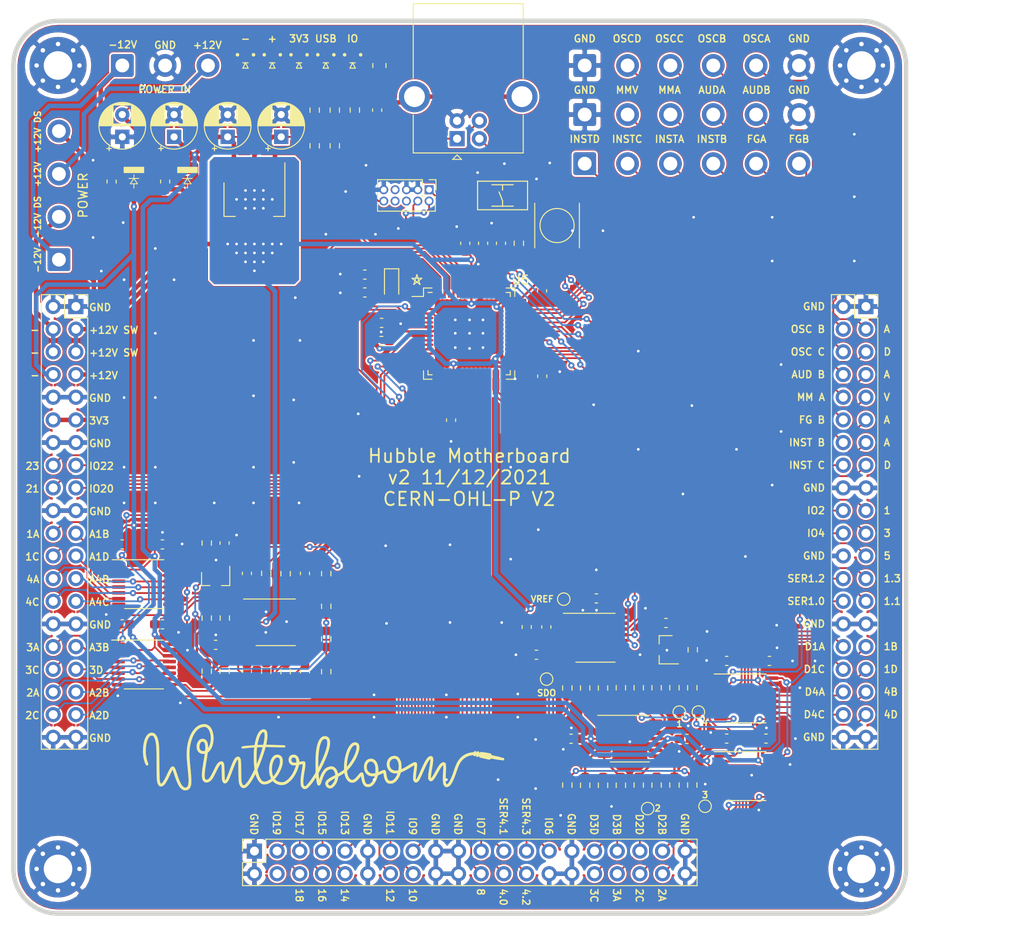
<source format=kicad_pcb>
(kicad_pcb (version 20171130) (host pcbnew "(5.1.10-1-10_14)")
  (title_block (title "Hubble Motherboard") (date 2021-10-31) (rev v1) (company Winterbloom) (comment 1 "Alethea Flowers") (comment 2 "CERN-OHL-P V2"))
  (layers (0 F.Cu signal) (31 B.Cu signal) (34 B.Paste user) (35 F.Paste user) (36 B.SilkS user) (37 F.SilkS user) (38 B.Mask user) (39 F.Mask user) (44 Edge.Cuts user))
  (net 0 "")
  (net 1 +12V)
  (net 2 -12V)
  (net 3 +3V3)
  (net 4 GND)
  (net 5 /MCU/DOTSTAR_CI)
  (net 6 /MCU/DOTSTAR_DI)
  (net 7 +12VRAW)
  (net 8 -12VRAW)
  (net 9 /MCU/SWCLK)
  (net 10 /MCU/RESET)
  (net 11 /MCU/SWDIO)
  (net 12 "Net-(R15-Pad2)")
  (net 13 "Net-(D1-Pad1)")
  (net 14 /MCU/VDDCORE)
  (net 15 /MCU/XOUT)
  (net 16 /MCU/XIN)
  (net 17 /MCU/DAC_CS)
  (net 18 "Net-(D2-Pad2)")
  (net 19 "Net-(D3-Pad6)")
  (net 20 "Net-(D3-Pad5)")
  (net 21 /Switching/DAC_1)
  (net 22 /Switching/DAC_3)
  (net 23 /Switching/DAC_4)
  (net 24 "Net-(R21-Pad2)")
  (net 25 "Net-(R22-Pad2)")
  (net 26 "Net-(R10-Pad1)")
  (net 27 "Net-(R11-Pad1)")
  (net 28 "Net-(R13-Pad1)")
  (net 29 "Net-(R19-Pad2)")
  (net 30 "Net-(R20-Pad2)")
  (net 31 "Net-(U5-Pad55)")
  (net 32 SERIAL1.3)
  (net 33 SERIAL1.2)
  (net 34 SERIAL1.1)
  (net 35 SERIAL1.0)
  (net 36 +12VDOWNSTREAM)
  (net 37 -12VDOWNSTREAM)
  (net 38 /DAC_4D)
  (net 39 /DAC_2D)
  (net 40 /DAC_4C)
  (net 41 /DAC_2C)
  (net 42 /DAC_4B)
  (net 43 /DAC_2B)
  (net 44 /DAC_4A)
  (net 45 /DAC_2A)
  (net 46 /DAC_3D)
  (net 47 /DAC_1D)
  (net 48 /DAC_3C)
  (net 49 /DAC_1C)
  (net 50 /DAC_3B)
  (net 51 /DAC_1B)
  (net 52 /DAC_3A)
  (net 53 /DAC_1A)
  (net 54 /Switching/DAC_2)
  (net 55 "Net-(C21-Pad1)")
  (net 56 "Net-(C22-Pad1)")
  (net 57 "Net-(C23-Pad1)")
  (net 58 "Net-(C24-Pad1)")
  (net 59 SERIAL4.3)
  (net 60 SERIAL4.2)
  (net 61 SERIAL4.1)
  (net 62 SERIAL4.0)
  (net 63 "Net-(C5-Pad1)")
  (net 64 /AnalogOutBuffers/-10v_DAC)
  (net 65 /DAC/VDD_DAC)
  (net 66 /AnalogInBuffers/-10v_ADC)
  (net 67 /Switching/ADC_1)
  (net 68 /Switching/ADC_2)
  (net 69 /Switching/ADC_3)
  (net 70 /Switching/ADC_4)
  (net 71 "Net-(D4-Pad2)")
  (net 72 "Net-(D5-Pad2)")
  (net 73 "Net-(D6-Pad2)")
  (net 74 "Net-(D7-Pad2)")
  (net 75 "Net-(D8-Pad2)")
  (net 76 "Net-(J2-Pad8)")
  (net 77 "Net-(J2-Pad7)")
  (net 78 "Net-(J2-Pad6)")
  (net 79 /MCU/D-)
  (net 80 /MCU/VBUS)
  (net 81 /MCU/D+)
  (net 82 /DAC/DAC_1)
  (net 83 /DAC/DAC_2)
  (net 84 /DAC/DAC_3)
  (net 85 /DAC/DAC_4)
  (net 86 /DAC/SPI_COPI)
  (net 87 /MCU/ADC0.AIN1+ANAREF.VREF0)
  (net 88 /MCU/A1)
  (net 89 /MCU/A2)
  (net 90 /MCU/A3)
  (net 91 /MCU/A4)
  (net 92 /Switching/DAC_A1)
  (net 93 /Switching/DAC_A0)
  (net 94 /EXT_FG_B)
  (net 95 /EXT_FG_A)
  (net 96 /EXT_MM_A)
  (net 97 /EXT_MM_V)
  (net 98 /EXT_AUDIO_B)
  (net 99 /EXT_AUDIO_A)
  (net 100 /EXT_OSC_C)
  (net 101 /EXT_OSC_D)
  (net 102 /EXT_OSC_B)
  (net 103 /EXT_OSC_A)
  (net 104 /IO5)
  (net 105 /IO4)
  (net 106 /IO3)
  (net 107 /IO2)
  (net 108 /IO1)
  (net 109 /Switching/ADC_A1)
  (net 110 /Switching/ADC_A0)
  (net 111 /ADC_1D)
  (net 112 /ADC_1C)
  (net 113 /ADC_1B)
  (net 114 /ADC_1A)
  (net 115 /ADC_4A)
  (net 116 /ADC_4B)
  (net 117 /ADC_4C)
  (net 118 /ADC_4D)
  (net 119 /ADC_2A)
  (net 120 /ADC_2B)
  (net 121 /ADC_2C)
  (net 122 /ADC_2D)
  (net 123 /ADC_3D)
  (net 124 /ADC_3C)
  (net 125 /ADC_3B)
  (net 126 /ADC_3A)
  (net 127 /IO6)
  (net 128 /IO7)
  (net 129 /IO8)
  (net 130 /IO9)
  (net 131 /IO10)
  (net 132 /IO11)
  (net 133 /IO12)
  (net 134 /IO13)
  (net 135 /IO14)
  (net 136 /IO15)
  (net 137 /IO16)
  (net 138 /IO17)
  (net 139 /IO18)
  (net 140 /IO19)
  (net 141 /IO20)
  (net 142 /IO21)
  (net 143 "Net-(J7-Pad4)")
  (net 144 /IO22)
  (net 145 /IO23)
  (net 146 /EXT_INST_C)
  (net 147 /EXT_INST_D)
  (net 148 /EXT_INST_B)
  (net 149 /EXT_INST_A)
  (net 150 "Net-(TP1-Pad1)")
  (net 151 "Net-(TP2-Pad1)")
  (net 152 /MCU/SPI_SCK)
  (module winterbloom:QFN+QFP-64-SAMD51 (layer F.Cu) (at 126.05 84.035)
    (fp_text reference U5 (at 5.75 -6) (layer F.SilkS))
    (fp_text value ATSAMD51J20A-M)
    (pad 8 smd roundrect (at -5.6625 -0.25) (size 1.475 0.3) (layers F.Cu F.Mask) (net 87 /MCU/ADC0.AIN1+ANAREF.VREF0))
    (pad 9 smd roundrect (at -5.6625 0.25) (size 1.475 0.3) (layers F.Cu F.Mask) (net 139 /IO18))
    (pad 10 smd roundrect (at -5.6625 0.75) (size 1.475 0.3) (layers F.Cu F.Mask) (net 138 /IO17))
    (pad 11 smd roundrect (at -5.6625 1.25) (size 1.475 0.3) (layers F.Cu F.Mask) (net 90 /MCU/A3))
    (pad 12 smd roundrect (at -5.6625 1.75) (size 1.475 0.3) (layers F.Cu F.Mask) (net 89 /MCU/A2))
    (pad 13 smd roundrect (at -5.6625 2.25) (size 1.475 0.3) (layers F.Cu F.Mask) (net 137 /IO16))
    (pad 14 smd roundrect (at -5.6625 2.75) (size 1.475 0.3) (layers F.Cu F.Mask) (net 136 /IO15))
    (pad 15 smd roundrect (at -5.6625 3.25) (size 1.475 0.3) (layers F.Cu F.Mask) (net 135 /IO14))
    (pad 16 smd roundrect (at -5.6625 3.75) (size 1.475 0.3) (layers F.Cu F.Mask) (net 134 /IO13))
    (pad 17 smd roundrect (at -3.75 5.6625) (size 0.3 1.475) (layers F.Cu F.Mask) (net 133 /IO12))
    (pad 18 smd roundrect (at -3.25 5.6625) (size 0.3 1.475) (layers F.Cu F.Mask) (net 132 /IO11))
    (pad 19 smd roundrect (at -2.75 5.6625) (size 0.3 1.475) (layers F.Cu F.Mask) (net 131 /IO10))
    (pad 20 smd roundrect (at -2.25 5.6625) (size 0.3 1.475) (layers F.Cu F.Mask) (net 130 /IO9))
    (pad 21 smd roundrect (at -1.75 5.6625) (size 0.3 1.475) (layers F.Cu F.Mask) (net 3 +3V3))
    (pad 22 smd roundrect (at -1.25 5.6625) (size 0.3 1.475) (layers F.Cu F.Mask) (net 4 GND))
    (pad 23 smd roundrect (at -0.75 5.6625) (size 0.3 1.475) (layers F.Cu F.Mask) (net 129 /IO8))
    (pad 24 smd roundrect (at -0.25 5.6625) (size 0.3 1.475) (layers F.Cu F.Mask) (net 128 /IO7))
    (pad 25 smd roundrect (at 0.25 5.6625) (size 0.3 1.475) (layers F.Cu F.Mask) (net 62 SERIAL4.0))
    (pad 26 smd roundrect (at 0.75 5.6625) (size 0.3 1.475) (layers F.Cu F.Mask) (net 61 SERIAL4.1))
    (pad 27 smd roundrect (at 1.25 5.6625) (size 0.3 1.475) (layers F.Cu F.Mask) (net 60 SERIAL4.2))
    (pad 28 smd roundrect (at 1.75 5.6625) (size 0.3 1.475) (layers F.Cu F.Mask) (net 59 SERIAL4.3))
    (pad 29 smd roundrect (at 2.25 5.6625) (size 0.3 1.475) (layers F.Cu F.Mask) (net 127 /IO6))
    (pad 30 smd roundrect (at 2.75 5.6625) (size 0.3 1.475) (layers F.Cu F.Mask) (net 152 /MCU/SPI_SCK))
    (pad 31 smd roundrect (at 3.25 5.6625) (size 0.3 1.475) (layers F.Cu F.Mask) (net 17 /MCU/DAC_CS))
    (pad 32 smd roundrect (at 3.75 5.6625) (size 0.3 1.475) (layers F.Cu F.Mask) (net 86 /DAC/SPI_COPI))
    (pad 33 smd roundrect (at 5.6625 3.75) (size 1.475 0.3) (layers F.Cu F.Mask) (net 4 GND))
    (pad 34 smd roundrect (at 5.6625 3.25) (size 1.475 0.3) (layers F.Cu F.Mask) (net 3 +3V3))
    (pad 35 smd roundrect (at 5.6625 2.75) (size 1.475 0.3) (layers F.Cu F.Mask) (net 35 SERIAL1.0))
    (pad 36 smd roundrect (at 5.6625 2.25) (size 1.475 0.3) (layers F.Cu F.Mask) (net 34 SERIAL1.1))
    (pad 1 smd roundrect (at -5.6625 -3.75) (size 1.475 0.3) (layers F.Cu F.Mask) (net 16 /MCU/XIN))
    (pad 2 smd roundrect (at -5.6625 -3.25) (size 1.475 0.3) (layers F.Cu F.Mask) (net 15 /MCU/XOUT))
    (pad 3 smd roundrect (at -5.6625 -2.75) (size 1.475 0.3) (layers F.Cu F.Mask) (net 140 /IO19))
    (pad 4 smd roundrect (at -5.6625 -2.25) (size 1.475 0.3) (layers F.Cu F.Mask) (net 87 /MCU/ADC0.AIN1+ANAREF.VREF0))
    (pad 5 smd roundrect (at -5.6625 -1.75) (size 1.475 0.3) (layers F.Cu F.Mask) (net 88 /MCU/A1))
    (pad 6 smd roundrect (at -5.6625 -1.25) (size 1.475 0.3) (layers F.Cu F.Mask) (net 91 /MCU/A4))
    (pad 7 smd roundrect (at -5.6625 -0.75) (size 1.475 0.3) (layers F.Cu F.Mask) (net 4 GND))
    (pad 59 smd roundrect (at -1.25 -5.6625) (size 0.3 1.475) (layers F.Cu F.Mask) (net 145 /IO23))
    (pad 60 smd roundrect (at -1.75 -5.6625) (size 0.3 1.475) (layers F.Cu F.Mask) (net 144 /IO22))
    (pad 61 smd roundrect (at -2.25 -5.6625) (size 0.3 1.475) (layers F.Cu F.Mask) (net 142 /IO21))
    (pad 62 smd roundrect (at -2.75 -5.6625) (size 0.3 1.475) (layers F.Cu F.Mask) (net 141 /IO20))
    (pad 63 smd roundrect (at -3.25 -5.6625) (size 0.3 1.475) (layers F.Cu F.Mask) (net 110 /Switching/ADC_A0))
    (pad 39 smd roundrect (at 5.6625 0.75) (size 1.475 0.3) (layers F.Cu F.Mask) (net 93 /Switching/DAC_A0))
    (pad 40 smd roundrect (at 5.6625 0.25) (size 1.475 0.3) (layers F.Cu F.Mask) (net 92 /Switching/DAC_A1))
    (pad 41 smd roundrect (at 5.6625 -0.25) (size 1.475 0.3) (layers F.Cu F.Mask) (net 104 /IO5))
    (pad 42 smd roundrect (at 5.6625 -0.75) (size 1.475 0.3) (layers F.Cu F.Mask) (net 105 /IO4))
    (pad 43 smd roundrect (at 5.6625 -1.25) (size 1.475 0.3) (layers F.Cu F.Mask) (net 6 /MCU/DOTSTAR_DI))
    (pad 44 smd roundrect (at 5.6625 -1.75) (size 1.475 0.3) (layers F.Cu F.Mask) (net 5 /MCU/DOTSTAR_CI))
    (pad 45 smd roundrect (at 5.6625 -2.25) (size 1.475 0.3) (layers F.Cu F.Mask) (net 79 /MCU/D-))
    (pad 46 smd roundrect (at 5.6625 -2.75) (size 1.475 0.3) (layers F.Cu F.Mask) (net 81 /MCU/D+))
    (pad 47 smd roundrect (at 5.6625 -3.25) (size 1.475 0.3) (layers F.Cu F.Mask) (net 4 GND))
    (pad 48 smd roundrect (at 5.6625 -3.75) (size 1.475 0.3) (layers F.Cu F.Mask) (net 3 +3V3))
    (pad 49 smd roundrect (at 3.75 -5.6625) (size 0.3 1.475) (layers F.Cu F.Mask) (net 106 /IO3))
    (pad 50 smd roundrect (at 3.25 -5.6625) (size 0.3 1.475) (layers F.Cu F.Mask) (net 107 /IO2))
    (pad 51 smd roundrect (at 2.75 -5.6625) (size 0.3 1.475) (layers F.Cu F.Mask) (net 108 /IO1))
    (pad 52 smd roundrect (at 2.25 -5.6625) (size 0.3 1.475) (layers F.Cu F.Mask) (net 10 /MCU/RESET))
    (pad 53 smd roundrect (at 1.75 -5.6625) (size 0.3 1.475) (layers F.Cu F.Mask) (net 14 /MCU/VDDCORE))
    (pad 54 smd roundrect (at 1.25 -5.6625) (size 0.3 1.475) (layers F.Cu F.Mask) (net 4 GND))
    (pad 55 smd roundrect (at 0.75 -5.6625) (size 0.3 1.475) (layers F.Cu F.Mask) (net 31 "Net-(U5-Pad55)"))
    (pad 56 smd roundrect (at 0.25 -5.6625) (size 0.3 1.475) (layers F.Cu F.Mask) (net 3 +3V3))
    (pad 57 smd roundrect (at -0.25 -5.6625) (size 0.3 1.475) (layers F.Cu F.Mask) (net 9 /MCU/SWCLK))
    (pad 58 smd roundrect (at -0.75 -5.6625) (size 0.3 1.475) (layers F.Cu F.Mask) (net 11 /MCU/SWDIO))
    (pad 64 smd roundrect (at -3.75 -5.6625) (size 0.3 1.475) (layers F.Cu F.Mask) (net 109 /Switching/ADC_A1))
    (pad 37 smd roundrect (at 5.6625 1.75) (size 1.475 0.3) (layers F.Cu F.Mask) (net 33 SERIAL1.2))
    (pad 38 smd roundrect (at 5.6625 1.25) (size 1.475 0.3) (layers F.Cu F.Mask) (net 32 SERIAL1.3))
    (pad 65 smd rect (at 0 0) (size 3.8 3.8) (layers F.Cu F.Mask) (net 4 GND))
    (pad 64 smd roundrect (at -3.75 -4.4375) (size 0.25 0.825) (layers F.Cu F.Paste F.Mask) (net 109 /Switching/ADC_A1))
    (pad 63 smd roundrect (at -3.25 -4.4375) (size 0.25 0.825) (layers F.Cu F.Paste F.Mask) (net 110 /Switching/ADC_A0))
    (pad 62 smd roundrect (at -2.75 -4.4375) (size 0.25 0.825) (layers F.Cu F.Paste F.Mask) (net 141 /IO20))
    (pad 61 smd roundrect (at -2.25 -4.4375) (size 0.25 0.825) (layers F.Cu F.Paste F.Mask) (net 142 /IO21))
    (pad 60 smd roundrect (at -1.75 -4.4375) (size 0.25 0.825) (layers F.Cu F.Paste F.Mask) (net 144 /IO22))
    (pad 59 smd roundrect (at -1.25 -4.4375) (size 0.25 0.825) (layers F.Cu F.Paste F.Mask) (net 145 /IO23))
    (pad 58 smd roundrect (at -0.75 -4.4375) (size 0.25 0.825) (layers F.Cu F.Paste F.Mask) (net 11 /MCU/SWDIO))
    (pad 57 smd roundrect (at -0.25 -4.4375) (size 0.25 0.825) (layers F.Cu F.Paste F.Mask) (net 9 /MCU/SWCLK))
    (pad 56 smd roundrect (at 0.25 -4.4375) (size 0.25 0.825) (layers F.Cu F.Paste F.Mask) (net 3 +3V3))
    (pad 55 smd roundrect (at 0.75 -4.4375) (size 0.25 0.825) (layers F.Cu F.Paste F.Mask) (net 31 "Net-(U5-Pad55)"))
    (pad 54 smd roundrect (at 1.25 -4.4375) (size 0.25 0.825) (layers F.Cu F.Paste F.Mask) (net 4 GND))
    (pad 53 smd roundrect (at 1.75 -4.4375) (size 0.25 0.825) (layers F.Cu F.Paste F.Mask) (net 14 /MCU/VDDCORE))
    (pad 52 smd roundrect (at 2.25 -4.4375) (size 0.25 0.825) (layers F.Cu F.Paste F.Mask) (net 10 /MCU/RESET))
    (pad 51 smd roundrect (at 2.75 -4.4375) (size 0.25 0.825) (layers F.Cu F.Paste F.Mask) (net 108 /IO1))
    (pad 50 smd roundrect (at 3.25 -4.4375) (size 0.25 0.825) (layers F.Cu F.Paste F.Mask) (net 107 /IO2))
    (pad 49 smd roundrect (at 3.75 -4.4375) (size 0.25 0.825) (layers F.Cu F.Paste F.Mask) (net 106 /IO3))
    (pad 48 smd roundrect (at 4.4375 -3.75) (size 0.825 0.25) (layers F.Cu F.Paste F.Mask) (net 3 +3V3))
    (pad 47 smd roundrect (at 4.4375 -3.25) (size 0.825 0.25) (layers F.Cu F.Paste F.Mask) (net 4 GND))
    (pad 46 smd roundrect (at 4.4375 -2.75) (size 0.825 0.25) (layers F.Cu F.Paste F.Mask) (net 81 /MCU/D+))
    (pad 45 smd roundrect (at 4.4375 -2.25) (size 0.825 0.25) (layers F.Cu F.Paste F.Mask) (net 79 /MCU/D-))
    (pad 44 smd roundrect (at 4.4375 -1.75) (size 0.825 0.25) (layers F.Cu F.Paste F.Mask) (net 5 /MCU/DOTSTAR_CI))
    (pad 43 smd roundrect (at 4.4375 -1.25) (size 0.825 0.25) (layers F.Cu F.Paste F.Mask) (net 6 /MCU/DOTSTAR_DI))
    (pad 42 smd roundrect (at 4.4375 -0.75) (size 0.825 0.25) (layers F.Cu F.Paste F.Mask) (net 105 /IO4))
    (pad 41 smd roundrect (at 4.4375 -0.25) (size 0.825 0.25) (layers F.Cu F.Paste F.Mask) (net 104 /IO5))
    (pad 40 smd roundrect (at 4.4375 0.25) (size 0.825 0.25) (layers F.Cu F.Paste F.Mask) (net 92 /Switching/DAC_A1))
    (pad 39 smd roundrect (at 4.4375 0.75) (size 0.825 0.25) (layers F.Cu F.Paste F.Mask) (net 93 /Switching/DAC_A0))
    (pad 38 smd roundrect (at 4.4375 1.25) (size 0.825 0.25) (layers F.Cu F.Paste F.Mask) (net 32 SERIAL1.3))
    (pad 37 smd roundrect (at 4.4375 1.75) (size 0.825 0.25) (layers F.Cu F.Paste F.Mask) (net 33 SERIAL1.2))
    (pad 36 smd roundrect (at 4.4375 2.25) (size 0.825 0.25) (layers F.Cu F.Paste F.Mask) (net 34 SERIAL1.1))
    (pad 35 smd roundrect (at 4.4375 2.75) (size 0.825 0.25) (layers F.Cu F.Paste F.Mask) (net 35 SERIAL1.0))
    (pad 34 smd roundrect (at 4.4375 3.25) (size 0.825 0.25) (layers F.Cu F.Paste F.Mask) (net 3 +3V3))
    (pad 33 smd roundrect (at 4.4375 3.75) (size 0.825 0.25) (layers F.Cu F.Paste F.Mask) (net 4 GND))
    (pad 32 smd roundrect (at 3.75 4.4375) (size 0.25 0.825) (layers F.Cu F.Paste F.Mask) (net 86 /DAC/SPI_COPI))
    (pad 31 smd roundrect (at 3.25 4.4375) (size 0.25 0.825) (layers F.Cu F.Paste F.Mask) (net 17 /MCU/DAC_CS))
    (pad 30 smd roundrect (at 2.75 4.4375) (size 0.25 0.825) (layers F.Cu F.Paste F.Mask) (net 152 /MCU/SPI_SCK))
    (pad 29 smd roundrect (at 2.25 4.4375) (size 0.25 0.825) (layers F.Cu F.Paste F.Mask) (net 127 /IO6))
    (pad 28 smd roundrect (at 1.75 4.4375) (size 0.25 0.825) (layers F.Cu F.Paste F.Mask) (net 59 SERIAL4.3))
    (pad 27 smd roundrect (at 1.25 4.4375) (size 0.25 0.825) (layers F.Cu F.Paste F.Mask) (net 60 SERIAL4.2))
    (pad 26 smd roundrect (at 0.75 4.4375) (size 0.25 0.825) (layers F.Cu F.Paste F.Mask) (net 61 SERIAL4.1))
    (pad 25 smd roundrect (at 0.25 4.4375) (size 0.25 0.825) (layers F.Cu F.Paste F.Mask) (net 62 SERIAL4.0))
    (pad 24 smd roundrect (at -0.25 4.4375) (size 0.25 0.825) (layers F.Cu F.Paste F.Mask) (net 128 /IO7))
    (pad 23 smd roundrect (at -0.75 4.4375) (size 0.25 0.825) (layers F.Cu F.Paste F.Mask) (net 129 /IO8))
    (pad 22 smd roundrect (at -1.25 4.4375) (size 0.25 0.825) (layers F.Cu F.Paste F.Mask) (net 4 GND))
    (pad 21 smd roundrect (at -1.75 4.4375) (size 0.25 0.825) (layers F.Cu F.Paste F.Mask) (net 3 +3V3))
    (pad 20 smd roundrect (at -2.25 4.4375) (size 0.25 0.825) (layers F.Cu F.Paste F.Mask) (net 130 /IO9))
    (pad 19 smd roundrect (at -2.75 4.4375) (size 0.25 0.825) (layers F.Cu F.Paste F.Mask) (net 131 /IO10))
    (pad 18 smd roundrect (at -3.25 4.4375) (size 0.25 0.825) (layers F.Cu F.Paste F.Mask) (net 132 /IO11))
    (pad 17 smd roundrect (at -3.75 4.4375) (size 0.25 0.825) (layers F.Cu F.Paste F.Mask) (net 133 /IO12))
    (pad 16 smd roundrect (at -4.4375 3.75) (size 0.825 0.25) (layers F.Cu F.Paste F.Mask) (net 134 /IO13))
    (pad 15 smd roundrect (at -4.4375 3.25) (size 0.825 0.25) (layers F.Cu F.Paste F.Mask) (net 135 /IO14))
    (pad 14 smd roundrect (at -4.4375 2.75) (size 0.825 0.25) (layers F.Cu F.Paste F.Mask) (net 136 /IO15))
    (pad 13 smd roundrect (at -4.4375 2.25) (size 0.825 0.25) (layers F.Cu F.Paste F.Mask) (net 137 /IO16))
    (pad 12 smd roundrect (at -4.4375 1.75) (size 0.825 0.25) (layers F.Cu F.Paste F.Mask) (net 89 /MCU/A2))
    (pad 11 smd roundrect (at -4.4375 1.25) (size 0.825 0.25) (layers F.Cu F.Paste F.Mask) (net 90 /MCU/A3))
    (pad 10 smd roundrect (at -4.4375 0.75) (size 0.825 0.25) (layers F.Cu F.Paste F.Mask) (net 138 /IO17))
    (pad 9 smd roundrect (at -4.4375 0.25) (size 0.825 0.25) (layers F.Cu F.Paste F.Mask) (net 139 /IO18))
    (pad 8 smd roundrect (at -4.4375 -0.25) (size 0.825 0.25) (layers F.Cu F.Paste F.Mask) (net 87 /MCU/ADC0.AIN1+ANAREF.VREF0))
    (pad 7 smd roundrect (at -4.4375 -0.75) (size 0.825 0.25) (layers F.Cu F.Paste F.Mask) (net 4 GND))
    (pad 6 smd roundrect (at -4.4375 -1.25) (size 0.825 0.25) (layers F.Cu F.Paste F.Mask) (net 91 /MCU/A4))
    (pad 5 smd roundrect (at -4.4375 -1.75) (size 0.825 0.25) (layers F.Cu F.Paste F.Mask) (net 88 /MCU/A1))
    (pad 4 smd roundrect (at -4.4375 -2.25) (size 0.825 0.25) (layers F.Cu F.Paste F.Mask) (net 87 /MCU/ADC0.AIN1+ANAREF.VREF0))
    (pad 3 smd roundrect (at -4.4375 -2.75) (size 0.825 0.25) (layers F.Cu F.Paste F.Mask) (net 140 /IO19))
    (pad 2 smd roundrect (at -4.4375 -3.25) (size 0.825 0.25) (layers F.Cu F.Paste F.Mask) (net 15 /MCU/XOUT))
    (pad 1 smd roundrect (at -4.4375 -3.75) (size 0.825 0.25) (layers F.Cu F.Paste F.Mask) (net 16 /MCU/XIN))
  )
  (module TestPoint:TestPoint_Pad_D1.0mm (layer F.Cu) (at 151.73 126.43)
    (fp_text reference TP6 hide)
    (fp_text value 4 (at 0.72 1.14) (layer F.SilkS) (effects (font (size 0.7 0.7))))
    (pad 1 smd circle (at 0 0) (size 1 1) (layers F.Cu F.Mask) (net 23 /Switching/DAC_4))
  )
  (module TestPoint:TestPoint_Pad_D1.0mm (layer F.Cu) (at 152.48 136.98)
    (fp_text reference TP5 hide)
    (fp_text value 3 (at 0 -1.27) (layer F.SilkS) (effects (font (size 0.7 0.7))))
    (pad 1 smd circle (at 0 0) (size 1 1) (layers F.Cu F.Mask) (net 22 /Switching/DAC_3))
  )
  (module TestPoint:TestPoint_Pad_D1.0mm (layer F.Cu) (at 146.05 137.24)
    (fp_text reference TP4 hide)
    (fp_text value 2 (at 1.12 -0.03) (layer F.SilkS) (effects (font (size 0.7 0.7))))
    (pad 1 smd circle (at 0 0) (size 1 1) (layers F.Cu F.Mask) (net 54 /Switching/DAC_2))
  )
  (module TestPoint:TestPoint_Pad_D1.0mm (layer F.Cu) (at 149.59 126.44)
    (fp_text reference TP3 hide)
    (fp_text value 1 (at 0.02 1.33) (layer F.SilkS) (effects (font (size 0.7 0.7))))
    (pad 1 smd circle (at 0 0) (size 1 1) (layers F.Cu F.Mask) (net 21 /Switching/DAC_1))
  )
  (module TestPoint:TestPoint_Pad_D1.0mm (layer F.Cu) (at 136.65 113.78)
    (fp_text reference TP2 hide)
    (fp_text value VREF (at -2.42 -0.01) (layer F.SilkS) (effects (font (size 0.7 0.7))))
    (pad 1 smd circle (at 0 0) (size 1 1) (layers F.Cu F.Mask) (net 151 "Net-(TP2-Pad1)"))
  )
  (module TestPoint:TestPoint_Pad_D1.0mm (layer F.Cu) (at 134.73 122.74)
    (fp_text reference TP1 hide)
    (fp_text value SDO (at 0 1.55) (layer F.SilkS) (effects (font (size 0.7 0.7))))
    (pad 1 smd circle (at 0 0) (size 1 1) (layers F.Cu F.Mask) (net 150 "Net-(TP1-Pad1)"))
  )
  (module winterbloom:ermine (layer F.Cu) (at 151.4 78.68)
    (fp_text reference "" hide)
    (fp_text value "" hide)
    (fp_poly (pts (xy 2.651783 -7.046892) (xy 2.771272 -6.986546) (xy 2.854481 -6.907755) (xy 2.925056 -6.788015) (xy 2.946762 -6.654578) (xy 2.919599 -6.507391) (xy 2.843565 -6.346403) (xy 2.836064 -6.33405) (xy 2.786152 -6.245225) (xy 2.747002 -6.161338) (xy 2.728568 -6.106094) (xy 2.733228 -6.011792) (xy 2.781334 -5.897639) (xy 2.873598 -5.762122) (xy 2.913287 -5.713134) (xy 2.982432 -5.634377) (xy 3.054871 -5.560899) (xy 3.134999 -5.489961) (xy 3.227212 -5.418823) (xy 3.335908 -5.344747) (xy 3.465483 -5.264993) (xy 3.620332 -5.176821) (xy 3.804852 -5.077493) (xy 4.02344 -4.96427) (xy 4.280491 -4.834412) (xy 4.4958 -4.727117) (xy 4.819725 -4.564765) (xy 5.102155 -4.419294) (xy 5.348195 -4.287367) (xy 5.562949 -4.165641) (xy 5.751524 -4.050777) (xy 5.919024 -3.939434) (xy 6.070555 -3.828272) (xy 6.211222 -3.713952) (xy 6.346131 -3.593132) (xy 6.480386 -3.462472) (xy 6.570928 -3.369423) (xy 6.841308 -3.051473) (xy 7.074178 -2.701938) (xy 7.270887 -2.318558) (xy 7.412749 -1.958363) (xy 7.5057 -1.6891) (xy 7.57174 -1.3716) (xy 7.61492 -1.1176) (xy 7.65302 -0.76454) (xy 7.66826 -0.37592) (xy 7.65048 -0.0508) (xy 7.60984 0.2032) (xy 7.57682 0.35306) (xy 7.5057 0.6985) (xy 7.420985 0.9525) (xy 7.253547 1.382365) (xy 7.046744 1.783497) (xy 6.798048 2.159836) (xy 6.504932 2.51532) (xy 6.254357 2.77068) (xy 6.002014 3.010616) (xy 5.987509 3.302358) (xy 5.970791 3.505533) (xy 5.939644 3.697054) (xy 5.890863 3.887706) (xy 5.821243 4.088274) (xy 5.727583 4.309543) (xy 5.623026 4.52935) (xy 5.439401 4.870319) (xy 5.239415 5.178524) (xy 5.013277 5.467209) (xy 4.751194 5.749621) (xy 4.642352 5.855939) (xy 4.276828 6.171655) (xy 3.884098 6.446804) (xy 3.462521 6.682206) (xy 3.010455 6.878677) (xy 2.526259 7.037038) (xy 2.0447 7.151022) (xy 1.945634 7.165953) (xy 1.814004 7.179322) (xy 1.662265 7.190545) (xy 1.502872 7.199039) (xy 1.348283 7.204223) (xy 1.210951 7.205511) (xy 1.103335 7.202322) (xy 1.0541 7.197397) (xy 0.743005 7.132685) (xy 0.47316 7.044154) (xy 0.24553 6.932441) (xy 0.061081 6.798181) (xy -0.079222 6.642011) (xy -0.174411 6.464564) (xy -0.204541 6.36905) (xy -0.224017 6.299434) (xy -0.24028 6.255844) (xy -0.246089 6.2484) (xy -0.271829 6.261507) (xy -0.325017 6.295004) (xy -0.363724 6.320923) (xy -0.633477 6.485972) (xy -0.919498 6.625947) (xy -1.211708 6.737304) (xy -1.500028 6.816497) (xy -1.774377 6.859982) (xy -1.9177 6.867412) (xy -2.042497 6.86673) (xy -2.132532 6.860621) (xy -2.20376 6.846527) (xy -2.272139 6.82189) (xy -2.3114 6.80428) (xy -2.478149 6.708943) (xy -2.598804 6.597571) (xy -2.676917 6.464885) (xy -2.716043 6.305608) (xy -2.722283 6.193937) (xy -2.705598 6.028049) (xy -2.652679 5.870028) (xy -2.617561 5.809551) (xy -1.408347 5.809551) (xy -1.381595 5.806707) (xy -1.313579 5.779259) (xy -1.2319 5.741329) (xy -1.152198 5.702674) (xy -1.114202 5.680809) (xy -1.113693 5.670817) (xy -1.146446 5.667784) (xy -1.1684 5.667412) (xy -1.258008 5.684579) (xy -1.345241 5.741432) (xy -1.395631 5.787792) (xy -1.408347 5.809551) (xy -2.617561 5.809551) (xy -2.55923 5.7091) (xy -2.494204 5.621963) (xy -2.389919 5.490827) (xy -2.68721 5.423109) (xy -2.813095 5.394194) (xy -2.929266 5.367081) (xy -3.021929 5.345014) (xy -3.0734 5.33226) (xy -3.138958 5.321158) (xy -3.169368 5.333487) (xy -3.172789 5.340615) (xy -3.188328 5.375741) (xy -3.221539 5.444469) (xy -3.266787 5.535261) (xy -3.296718 5.594255) (xy -3.428295 5.814531) (xy -3.57812 5.998746) (xy -3.742019 6.143223) (xy -3.915819 6.244284) (xy -4.095348 6.298251) (xy -4.095609 6.298293) (xy -4.264051 6.305186) (xy -4.440577 6.278333) (xy -4.599827 6.221705) (xy -4.606717 6.218247) (xy -4.751302 6.118101) (xy -4.886315 5.97248) (xy -5.009416 5.786192) (xy -5.118268 5.564045) (xy -5.210531 5.310846) (xy -5.283867 5.031402) (xy -5.335938 4.730521) (xy -5.337938 4.715029) (xy -5.356153 4.592911) (xy -5.375634 4.511837) (xy -5.399225 4.462076) (xy -5.417575 4.442343) (xy -5.439997 4.427324) (xy -5.461413 4.42667) (xy -5.487846 4.446236) (xy -5.525318 4.491875) (xy -5.579852 4.569441) (xy -5.639694 4.658243) (xy -5.839052 4.933982) (xy -6.03805 5.166513) (xy -6.2352 5.355139) (xy -6.429013 5.499167) (xy -6.617999 5.5979) (xy -6.800671 5.650645) (xy -6.975539 5.656705) (xy -7.141114 5.615387) (xy -7.295908 5.525994) (xy -7.367175 5.464618) (xy -7.493 5.343338) (xy -7.58444 5.15112) (xy -7.62762 4.90728) (xy -7.63524 4.6736) (xy -7.61492 4.50342) (xy -6.624029 4.37896) (xy -6.622948 4.410557) (xy -6.599817 4.401323) (xy -6.554035 4.351167) (xy -6.484998 4.261273) (xy -6.420576 4.172641) (xy -6.351119 4.074041) (xy -6.286697 3.979396) (xy -6.237666 3.904037) (xy -6.224307 3.882087) (xy -6.169823 3.789075) (xy -6.251498 3.696053) (xy -6.283972 3.658497) (xy -6.30889 3.634659) (xy -6.330133 3.629494) (xy -6.351584 3.647959) (xy -6.377125 3.695008) (xy -6.410639 3.775597) (xy -6.456007 3.894681) (xy -6.501017 4.014544) (xy -6.562461 4.180861) (xy -6.603666 4.301511) (xy -6.624029 4.377681) (xy -7.61492 4.50342) (xy -7.56158 4.36626) (xy -7.5311 4.2799) (xy -7.50316 4.2164) (xy -7.4676 4.11734) (xy -7.44389 4.051388) (xy -7.427604 3.999795) (xy -7.352265 3.795668) (xy -7.253842 3.571903) (xy -7.141745 3.34791) (xy -7.025381 3.143101) (xy -6.970964 3.057595) (xy -6.830793 2.846931) (xy -6.904112 2.699815) (xy -7.026863 2.41774) (xy -7.131835 2.104846) (xy -7.213615 1.779585) (xy -7.266098 1.466133) (xy -7.279812 1.304294) (xy -7.286808 1.110388) (xy -7.287494 0.896595) (xy -7.284591 0.77324) (xy -6.374175 0.77324) (xy -6.370089 0.99191) (xy -6.357573 1.194888) (xy -6.337738 1.3589) (xy -6.247567 1.758988) (xy -6.111293 2.13858) (xy -5.928394 2.498755) (xy -5.698343 2.840593) (xy -5.50388 3.07523) (xy -5.3721 3.221996) (xy -5.341118 2.944562) (xy -5.314649 2.746514) (xy -5.281476 2.55962) (xy -5.243735 2.392876) (xy -5.203564 2.255278) (xy -5.1631 2.155824) (xy -5.147352 2.128799) (xy -5.049994 2.02095) (xy -4.937437 1.955504) (xy -4.818137 1.932578) (xy -4.700549 1.952293) (xy -4.593128 2.014768) (xy -4.504562 2.119738) (xy -4.492911 2.142312) (xy -4.483188 2.171331) (xy -4.475123 2.211664) (xy -4.468448 2.268179) (xy -4.462894 2.345742) (xy -4.458191 2.449222) (xy -4.454072 2.583486) (xy -4.450267 2.753402) (xy -4.446507 2.963837) (xy -4.442523 3.21966) (xy -4.442053 3.2512) (xy -4.437113 3.547441) (xy -4.431684 3.797551) (xy -4.425563 4.006194) (xy -4.418548 4.178037) (xy -4.410436 4.317747) (xy -4.401025 4.42999) (xy -4.390113 4.519433) (xy -4.385836 4.5466) (xy -4.356625 4.705335) (xy -4.324457 4.854917) (xy -4.291477 4.987534) (xy -4.259826 5.095379) (xy -4.231647 5.17064) (xy -4.209084 5.205509) (xy -4.204648 5.207) (xy -4.184166 5.184946) (xy -4.150027 5.125412) (xy -4.106794 5.03834) (xy -4.059027 4.933671) (xy -4.01129 4.821346) (xy -3.968142 4.711306) (xy -3.938393 4.626722) (xy -3.903316 4.510131) (xy -3.863675 4.364029) (xy -3.824801 4.208731) (xy -3.797374 4.0894) (xy -3.745513 3.882292) (xy -3.688496 3.721289) (xy -3.622456 3.601711) (xy -3.543523 3.518879) (xy -3.44783 3.468113) (xy -3.331509 3.444735) (xy -3.262046 3.441848) (xy -3.106451 3.462655) (xy -2.979616 3.525188) (xy -2.882079 3.629125) (xy -2.847878 3.689343) (xy -2.81256 3.786873) (xy -2.797524 3.89806) (xy -2.802681 4.0327) (xy -2.827941 4.200589) (xy -2.842529 4.273887) (xy -2.889055 4.496474) (xy -2.835178 4.508706) (xy -2.7842 4.518547) (xy -2.691435 4.534781) (xy -2.565303 4.556057) (xy -2.414224 4.581021) (xy -2.246616 4.60832) (xy -2.0709 4.636602) (xy -1.895494 4.664514) (xy -1.728818 4.690703) (xy -1.579291 4.713816) (xy -1.455332 4.7325) (xy -1.365362 4.745403) (xy -1.3462 4.747952) (xy -1.002701 4.785756) (xy -0.631901 4.814999) (xy -0.248214 4.835161) (xy 0.133946 4.845725) (xy 0.500164 4.84617) (xy 0.836026 4.835978) (xy 0.937632 4.830199) (xy 1.354564 4.803282) (xy 1.492609 4.708207) (xy 1.645029 4.580216) (xy 1.76443 4.425698) (xy 1.858388 4.23458) (xy 1.868369 4.208559) (xy 1.990178 3.892452) (xy 2.102843 3.621308) (xy 2.208578 3.390576) (xy 2.309598 3.195705) (xy 2.408116 3.032144) (xy 2.506346 2.895341) (xy 2.508673 2.892406) (xy 2.691846 2.682653) (xy 2.87256 2.516563) (xy 3.048858 2.395193) (xy 3.218787 2.319603) (xy 3.38039 2.290851) (xy 3.531714 2.309994) (xy 3.564205 2.321033) (xy 3.692737 2.388746) (xy 3.777543 2.479185) (xy 3.822394 2.597045) (xy 3.829931 2.652206) (xy 3.82084 2.794347) (xy 3.767307 2.912107) (xy 3.668483 3.007192) (xy 3.645343 3.022326) (xy 3.576539 3.076224) (xy 3.48864 3.161532) (xy 3.391135 3.267663) (xy 3.293518 3.384034) (xy 3.205279 3.50006) (xy 3.16665 3.556138) (xy 3.130069 3.62114) (xy 3.0795 3.724468) (xy 3.019065 3.856985) (xy 2.952886 4.009556) (xy 2.885085 4.173045) (xy 2.858972 4.238095) (xy 2.778028 4.44002) (xy 2.711129 4.601875) (xy 2.65451 4.731163) (xy 2.604409 4.835389) (xy 2.557062 4.922059) (xy 2.508705 4.998677) (xy 2.455574 5.072749) (xy 2.412516 5.128383) (xy 2.363707 5.187736) (xy 2.31348 5.242219) (xy 2.257372 5.294665) (xy 2.190919 5.347908) (xy 2.109658 5.404782) (xy 2.009125 5.468119) (xy 1.884857 5.540753) (xy 1.732392 5.625518) (xy 1.547264 5.725248) (xy 1.325012 5.842775) (xy 1.108647 5.956132) (xy 0.959062 6.035994) (xy 0.85326 6.096548) (xy 0.788728 6.139404) (xy 0.762954 6.166171) (xy 0.765747 6.175671) (xy 0.82672 6.203598) (xy 0.922185 6.234446) (xy 1.036338 6.264008) (xy 1.153372 6.288075) (xy 1.2319 6.299797) (xy 1.39511 6.310073) (xy 1.575933 6.303374) (xy 1.784666 6.278934) (xy 1.9939 6.243228) (xy 2.409917 6.143367) (xy 2.810672 6.002729) (xy 3.1369 5.854086) (xy 3.530407 5.632252) (xy 3.881317 5.38288) (xy 4.189577 5.106022) (xy 4.455134 4.801727) (xy 4.677936 4.470044) (xy 4.755919 4.328077) (xy 4.87588 4.076815) (xy 4.962345 3.848737) (xy 5.018591 3.631978) (xy 5.047895 3.414675) (xy 5.054158 3.248316) (xy 5.044418 3.015654) (xy 5.010888 2.816986) (xy 4.948641 2.640598) (xy 4.852746 2.474774) (xy 4.718276 2.307798) (xy 4.611899 2.1971) (xy 4.317327 1.940135) (xy 3.98629 1.71465) (xy 3.624335 1.52356) (xy 3.237008 1.369785) (xy 2.829855 1.256241) (xy 2.818717 1.253778) (xy 2.676064 1.230913) (xy 2.494071 1.214691) (xy 2.283754 1.20504) (xy 2.056128 1.201891) (xy 1.822209 1.205172) (xy 1.59301 1.214812) (xy 1.379549 1.230742) (xy 1.192839 1.252888) (xy 1.121392 1.264696) (xy 0.805116 1.329247) (xy 0.469381 1.410399) (xy 0.107381 1.509999) (xy -0.287693 1.629894) (xy -0.611932 1.734953) (xy -0.853507 1.814652) (xy -1.054308 1.879401) (xy -1.221605 1.930744) (xy -1.362672 1.970225) (xy -1.484783 1.999386) (xy -1.595208 2.019771) (xy -1.701221 2.032924) (xy -1.810096 2.040389) (xy -1.929103 2.043708) (xy -2.065517 2.044425) (xy -2.0701 2.044422) (xy -2.278842 2.041314) (xy -2.450711 2.030359) (xy -2.599396 2.008638) (xy -2.738585 1.973229) (xy -2.881964 1.921213) (xy -3.043224 1.849671) (xy -3.092078 1.8264) (xy -3.307989 1.707317) (xy -3.481084 1.57614) (xy -3.619124 1.425545) (xy -3.729871 1.248207) (xy -3.751909 1.203685) (xy -3.800144 1.095857) (xy -3.829812 1.00743) (xy -3.846287 0.916317) (xy -3.854941 0.800433) (xy -3.856068 0.775585) (xy -3.85274 0.707836) (xy -2.866649 0.707836) (xy -2.82897 0.800811) (xy -2.742605 0.881756) (xy -2.606975 0.95194) (xy -2.577788 0.963339) (xy -2.356929 1.02927) (xy -2.129192 1.061532) (xy -1.883744 1.060816) (xy -1.60975 1.027815) (xy -1.598326 1.025882) (xy -1.510109 1.006964) (xy -1.382804 0.974377) (xy -1.225457 0.930704) (xy -1.047109 0.878527) (xy -0.856805 0.820431) (xy -0.663588 0.758997) (xy -0.6604 0.757962) (xy -0.342434 0.655795) (xy -0.065051 0.569495) (xy 0.178802 0.497282) (xy 0.39618 0.437378) (xy 0.594137 0.388003) (xy 0.779726 0.347379) (xy 0.960001 0.313726) (xy 1.142015 0.285265) (xy 1.294434 0.264938) (xy 1.486762 0.246796) (xy 1.709804 0.235324) (xy 1.949041 0.230497) (xy 2.189954 0.232289) (xy 2.418023 0.240674) (xy 2.618729 0.255628) (xy 2.717685 0.267416) (xy 3.021854 0.322162) (xy 3.332445 0.399194) (xy 3.633784 0.493785) (xy 3.910198 0.601208) (xy 4.065509 0.673864) (xy 4.133827 0.706804) (xy 4.179405 0.725562) (xy 4.191 0.727103) (xy 4.170402 0.706048) (xy 4.113374 0.663528) (xy 4.027065 0.604183) (xy 3.918624 0.532656) (xy 3.795198 0.453588) (xy 3.663937 0.371619) (xy 3.531989 0.291392) (xy 3.406504 0.217548) (xy 3.4036 0.215874) (xy 2.896344 -0.092558) (xy 2.428335 -0.41068) (xy 2.19494 -0.58905) (xy 3.937 -0.58905) (xy 4.08305 -0.506982) (xy 4.359939 -0.337777) (xy 4.622746 -0.150753) (xy 4.864478 0.047902) (xy 5.078139 0.252) (xy 5.256734 0.455355) (xy 5.393269 0.65178) (xy 5.393565 0.652278) (xy 5.462266 0.779264) (xy 5.531687 0.925547) (xy 5.588552 1.062849) (xy 5.596305 1.084078) (xy 5.629433 1.180956) (xy 5.651892 1.261076) (xy 5.665753 1.338933) (xy 5.673088 1.429022) (xy 5.675971 1.545837) (xy 5.67644 1.644633) (xy 5.677717 1.768726) (xy 5.680892 1.872191) (xy 5.685517 1.945684) (xy 5.691147 1.979865) (xy 5.692533 1.981183) (xy 5.714451 1.962878) (xy 5.760397 1.913721) (xy 5.822471 1.842377) (xy 5.860434 1.79705) (xy 6.108442 1.463392) (xy 6.312313 1.113797) (xy 6.47538 0.741417) (xy 6.600978 0.339408) (xy 6.63129 0.21446) (xy 6.675466 -0.066429) (xy 6.688984 -0.375676) (xy 6.673247 -0.702233) (xy 6.629657 -1.035054) (xy 6.559618 -1.36309) (xy 6.464532 -1.675296) (xy 6.358506 -1.934023) (xy 6.309443 -2.035347) (xy 6.267237 -2.116997) (xy 6.236922 -2.169575) (xy 6.224435 -2.1844) (xy 6.209151 -2.162171) (xy 6.18825 -2.105473) (xy 6.176193 -2.06375) (xy 6.124963 -1.914537) (xy 6.049583 -1.7502) (xy 5.959922 -1.589292) (xy 5.86585 -1.450363) (xy 5.820594 -1.395329) (xy 5.657596 -1.246174) (xy 5.477216 -1.140912) (xy 5.284767 -1.082332) (xy 5.205365 -1.072579) (xy 5.037609 -1.075035) (xy 4.8857 -1.110278) (xy 4.74331 -1.181959) (xy 4.604108 -1.293728) (xy 4.461765 -1.449235) (xy 4.387744 -1.544122) (xy 4.31316 -1.640308) (xy 4.246184 -1.720186) (xy 4.19415 -1.775426) (xy 4.164414 -1.797698) (xy 4.126474 -1.781237) (xy 4.081601 -1.726441) (xy 4.069814 -1.706715) (xy 4.013063 -1.578577) (xy 3.972903 -1.422597) (xy 3.948209 -1.232227) (xy 3.937855 -1.000918) (xy 3.937375 -0.935875) (xy 3.937 -0.58905) (xy 2.19494 -0.58905) (xy 2.001781 -0.736669) (xy 1.618889 -1.068703) (xy 1.281866 -1.404963) (xy 0.99292 -1.743626) (xy 0.932563 -1.82292) (xy 0.85704 -1.925242) (xy 0.791427 -2.015566) (xy 0.742385 -2.084624) (xy 0.716575 -2.123148) (xy 0.715623 -2.124794) (xy 0.695353 -2.148981) (xy 0.668949 -2.139733) (xy 0.636197 -2.109398) (xy 0.541593 -2.041227) (xy 0.426216 -1.994952) (xy 0.333033 -1.9812) (xy 0.27918 -1.973563) (xy 0.252377 -1.940385) (xy 0.241541 -1.89865) (xy 0.161408 -1.626939) (xy 0.03222 -1.367577) (xy -0.145677 -1.121057) (xy -0.371943 -0.88787) (xy -0.585127 -0.713059) (xy -0.686498 -0.640614) (xy -0.792337 -0.572412) (xy -0.909391 -0.505021) (xy -1.044408 -0.435005) (xy -1.204133 -0.358931) (xy -1.395313 -0.273364) (xy -1.624695 -0.17487) (xy -1.7272 -0.131693) (xy -1.960703 -0.033561) (xy -2.152279 0.047874) (xy -2.306894 0.115452) (xy -2.429515 0.172013) (xy -2.525109 0.220396) (xy -2.598641 0.26344) (xy -2.655078 0.303987) (xy -2.699387 0.344874) (xy -2.736533 0.388942) (xy -2.771483 0.439031) (xy -2.79827 0.480723) (xy -2.856223 0.601563) (xy -2.866649 0.707836) (xy -3.85274 0.707836) (xy -3.843006 0.509701) (xy -3.782337 0.255892) (xy -3.67663 0.018297) (xy -3.528455 -0.198945) (xy -3.340381 -0.391694) (xy -3.114978 -0.55581) (xy -2.984874 -0.627957) (xy -2.903276 -0.669249) (xy -2.860183 -0.695873) (xy -2.849268 -0.717043) (xy -2.864199 -0.741969) (xy -2.888348 -0.768451) (xy -2.948664 -0.860862) (xy -2.96233 -0.957556) (xy -2.928726 -1.061211) (xy -2.84723 -1.174506) (xy -2.777875 -1.245593) (xy -2.636942 -1.378882) (xy -2.721821 -1.361694) (xy -2.883247 -1.334687) (xy -3.00939 -1.327959) (xy -3.111691 -1.341857) (xy -3.2004 -1.376107) (xy -3.284809 -1.432693) (xy -3.344913 -1.497781) (xy -3.353318 -1.512324) (xy -3.362603 -1.52689) (xy -2.255379 -1.52689) (xy -2.18814 -1.511544) (xy -2.079871 -1.463867) (xy -2.003679 -1.383869) (xy -1.964355 -1.282073) (xy -1.966685 -1.169006) (xy -1.99574 -1.088644) (xy -2.020643 -1.037277) (xy -2.018499 -1.020286) (xy -1.985868 -1.027065) (xy -1.97669 -1.029929) (xy -1.927852 -1.047978) (xy -1.846461 -1.080807) (xy -1.746462 -1.122728) (xy -1.69523 -1.14472) (xy -1.494385 -1.243151) (xy -1.298523 -1.360188) (xy -1.124637 -1.485075) (xy -1.032676 -1.564203) (xy -0.935052 -1.656036) (xy -1.019976 -1.729088) (xy -1.080167 -1.774261) (xy -1.147601 -1.808514) (xy -1.232939 -1.835104) (xy -1.346841 -1.857284) (xy -1.499967 -1.878312) (xy -1.51435 -1.880056) (xy -1.624236 -1.892619) (xy -1.697398 -1.897301) (xy -1.74751 -1.892566) (xy -1.788251 -1.876876) (xy -1.833296 -1.848696) (xy -1.84121 -1.843338) (xy -1.930402 -1.793449) (xy -2.030771 -1.752848) (xy -2.120401 -1.729799) (xy -2.148798 -1.727342) (xy -2.174448 -1.705775) (xy -2.205423 -1.651852) (xy -2.216037 -1.627045) (xy -2.255379 -1.52689) (xy -3.362603 -1.52689) (xy -3.386437 -1.564275) (xy -3.423113 -1.57797) (xy -3.454918 -1.572005) (xy -3.549046 -1.556898) (xy -3.673779 -1.551517) (xy -3.809987 -1.555238) (xy -3.938541 -1.567438) (xy -4.040311 -1.587495) (xy -4.053126 -1.591491) (xy -4.20487 -1.658273) (xy -4.355469 -1.752242) (xy -4.491259 -1.86289) (xy -4.598579 -1.979706) (xy -4.641062 -2.043743) (xy -4.65944 -2.068231) (xy -4.685498 -2.071842) (xy -4.733553 -2.053312) (xy -4.777621 -2.031681) (xy -4.901842 -1.958905) (xy -5.04648 -1.857384) (xy -5.19892 -1.736967) (xy -5.346545 -1.607502) (xy -5.450195 -1.506617) (xy -5.713405 -1.202293) (xy -5.936694 -0.873292) (xy -6.117345 -0.524809) (xy -6.252642 -0.16204) (xy -6.336083 0.187588) (xy -6.357148 0.354628) (xy -6.369853 0.555329) (xy -6.374175 0.77324) (xy -7.284591 0.77324) (xy -7.28228 0.675098) (xy -7.271576 0.458077) (xy -7.25579 0.257712) (xy -7.235332 0.086185) (xy -7.216124 -0.020977) (xy -7.092469 -0.471275) (xy -6.927351 -0.89285) (xy -6.720169 -1.287162) (xy -6.643668 -1.4097) (xy -6.468508 -1.656635) (xy -6.267223 -1.901954) (xy -6.050643 -2.134038) (xy -5.829597 -2.341268) (xy -5.618828 -2.509222) (xy -5.522571 -2.571288) (xy -5.39473 -2.643987) (xy -5.250943 -2.719227) (xy -5.126197 -2.779555) (xy -3.881814 -2.779555) (xy -3.880365 -2.679103) (xy -3.860956 -2.589185) (xy -3.82654 -2.52213) (xy -3.78007 -2.490267) (xy -3.769155 -2.4892) (xy -3.730968 -2.500518) (xy -3.662389 -2.530364) (xy -3.577424 -2.572582) (xy -3.566956 -2.5781) (xy -3.495397 -2.610183) (xy -3.023526 -2.610183) (xy -2.958275 -2.549711) (xy -2.879472 -2.444827) (xy -2.831878 -2.314109) (xy -2.819286 -2.174488) (xy -2.845036 -2.044082) (xy -2.870671 -1.976656) (xy -2.762486 -1.99453) (xy -2.694833 -2.006807) (xy -2.652766 -2.016522) (xy -2.647088 -2.018832) (xy -2.647934 -2.045012) (xy -2.658146 -2.104512) (xy -2.666813 -2.145464) (xy -2.680378 -2.309393) (xy -2.64894 -2.465385) (xy -2.625506 -2.519689) (xy -2.600833 -2.572818) (xy -2.5908 -2.602916) (xy -2.614247 -2.609124) (xy -2.676825 -2.613115) (xy -2.766892 -2.614299) (xy -2.807163 -2.613869) (xy -3.023526 -2.610183) (xy -3.495397 -2.610183) (xy -3.425576 -2.641486) (xy -3.311718 -2.666474) (xy -3.294908 -2.667) (xy -3.190435 -2.667) (xy -3.26888 -2.74955) (xy -3.319008 -2.81212) (xy 0.385094 -2.81212) (xy 0.391274 -2.797925) (xy 0.416849 -2.770657) (xy 0.431552 -2.776251) (xy 0.4318 -2.779801) (xy 0.413758 -2.801285) (xy 0.402475 -2.809126) (xy 0.385094 -2.81212) (xy -3.319008 -2.81212) (xy -3.32996 -2.825789) (xy -3.388265 -2.917084) (xy -3.403822 -2.9464) (xy -3.464354 -3.055605) (xy -3.517806 -3.120992) (xy -3.569125 -3.148102) (xy -3.585264 -3.1496) (xy -3.640113 -3.129948) (xy -3.708379 -3.079367) (xy -3.777231 -3.010425) (xy -3.833839 -2.935689) (xy -3.862348 -2.878213) (xy -3.881814 -2.779555) (xy -5.126197 -2.779555) (xy -5.106848 -2.788912) (xy -4.978082 -2.84495) (xy -4.946228 -2.857347) (xy -4.86583 -2.894497) (xy -4.823527 -2.934884) (xy -4.810331 -2.969063) (xy -4.74998 -3.194069) (xy -4.675599 -3.381607) (xy -4.580685 -3.544447) (xy -4.458737 -3.695359) (xy -4.4196 -3.736464) (xy -4.233654 -3.895269) (xy -4.034619 -4.00989) (xy -3.82788 -4.080665) (xy -3.618825 -4.107933) (xy -3.41284 -4.092035) (xy -3.21531 -4.033309) (xy -3.031623 -3.932094) (xy -2.867164 -3.788731) (xy -2.744542 -3.630945) (xy -2.653277 -3.48999) (xy -2.532343 -3.516645) (xy -2.462258 -3.535365) (xy -2.417517 -3.561912) (xy -2.382651 -3.609996) (xy -2.348512 -3.679589) (xy -2.267123 -3.831449) (xy -2.175482 -3.946488) (xy -2.06023 -4.038588) (xy -1.936366 -4.107904) (xy -1.834873 -4.155895) (xy -1.756397 -4.184454) (xy -1.679691 -4.198502) (xy -1.583507 -4.202965) (xy -1.525318 -4.203151) (xy -1.403515 -4.199858) (xy -1.312269 -4.188212) (xy -1.231548 -4.164466) (xy -1.163952 -4.135576) (xy -0.99245 -4.031433) (xy -0.844393 -3.893501) (xy -0.727188 -3.731397) (xy -0.648244 -3.554734) (xy -0.619979 -3.429571) (xy -0.606599 -3.35592) (xy -0.58214 -3.310827) (xy -0.532663 -3.275699) (xy -0.487422 -3.252764) (xy -0.370804 -3.196107) (xy -0.322767 -3.262052) (xy -0.236653 -3.346333) (xy -0.124078 -3.409548) (xy 0.000384 -3.447403) (xy 0.122157 -3.455601) (xy 0.226666 -3.429849) (xy 0.233986 -3.426118) (xy 0.271352 -3.410453) (xy 0.276664 -3.429469) (xy 0.269236 -3.457868) (xy 0.255453 -3.533623) (xy 0.244987 -3.647953) (xy 0.238067 -3.788726) (xy 0.237852 -3.799365) (xy 0.967369 -3.799365) (xy 0.973444 -3.626213) (xy 0.987474 -3.487047) (xy 0.990342 -3.469718) (xy 1.034204 -3.27409) (xy 1.096896 -3.063816) (xy 1.171387 -2.85989) (xy 1.250642 -2.683305) (xy 1.259579 -2.666015) (xy 1.311863 -2.577621) (xy 1.38689 -2.465059) (xy 1.474557 -2.342913) (xy 1.563073 -2.227874) (xy 1.808847 -1.938829) (xy 2.068442 -1.670022) (xy 2.35095 -1.413136) (xy 2.665463 -1.159851) (xy 2.9845 -0.927331) (xy 3.2639 -0.731858) (xy 3.279858 -1.058079) (xy 3.289528 -1.202308) (xy 3.303723 -1.347405) (xy 3.32046 -1.475584) (xy 3.336127 -1.5621) (xy 3.368281 -1.69905) (xy 3.395506 -1.800453) (xy 3.422429 -1.880652) (xy 3.45368 -1.953994) (xy 3.479793 -2.007324) (xy 3.590726 -2.184823) (xy 3.721066 -2.315966) (xy 3.872986 -2.402186) (xy 4.048665 -2.444914) (xy 4.1529 -2.450413) (xy 4.329137 -2.432486) (xy 4.487309 -2.377674) (xy 4.6336 -2.282262) (xy 4.774197 -2.142533) (xy 4.87043 -2.0193) (xy 4.962362 -1.897334) (xy 5.034952 -1.815367) (xy 5.093025 -1.768716) (xy 5.141409 -1.752699) (xy 5.145355 -1.7526) (xy 5.204695 -1.774233) (xy 5.277172 -1.833407) (xy 5.354638 -1.921539) (xy 5.428944 -2.030045) (xy 5.459164 -2.083203) (xy 5.514767 -2.202118) (xy 5.574859 -2.354671) (xy 5.633999 -2.52468) (xy 5.686741 -2.695965) (xy 5.727642 -2.852343) (xy 5.743533 -2.928409) (xy 5.756198 -2.997532) (xy 5.76194 -3.050708) (xy 5.75575 -3.094641) (xy 5.732618 -3.136032) (xy 5.687535 -3.181581) (xy 5.615493 -3.237991) (xy 5.511481 -3.311964) (xy 5.3975 -3.39135) (xy 5.297042 -3.457746) (xy 5.172988 -3.532898) (xy 5.021374 -3.618964) (xy 4.838235 -3.718102) (xy 4.619609 -3.832472) (xy 4.36153 -3.964231) (xy 4.1529 -4.069157) (xy 3.937838 -4.177602) (xy 3.728899 -4.284514) (xy 3.532277 -4.386614) (xy 3.354164 -4.480622) (xy 3.200754 -4.563257) (xy 3.078241 -4.63124) (xy 2.992816 -4.681291) (xy 2.9718 -4.694641) (xy 2.789666 -4.828442) (xy 2.610559 -4.985011) (xy 2.442859 -5.155179) (xy 2.294947 -5.329774) (xy 2.1752 -5.499626) (xy 2.092 -5.655563) (xy 2.090467 -5.659189) (xy 2.067127 -5.731629) (xy 2.043065 -5.833211) (xy 2.023301 -5.942606) (xy 2.022472 -5.948196) (xy 1.9939 -6.143292) (xy 1.7907 -5.972308) (xy 1.588964 -5.772543) (xy 1.407191 -5.532202) (xy 1.249974 -5.259127) (xy 1.12191 -4.961163) (xy 1.037405 -4.6863) (xy 1.011809 -4.552623) (xy 0.991468 -4.38313) (xy 0.976921 -4.191783) (xy 0.968708 -3.992541) (xy 0.967369 -3.799365) (xy 0.237852 -3.799365) (xy 0.234922 -3.943811) (xy 0.23578 -4.101077) (xy 0.240872 -4.248392) (xy 0.250425 -4.373625) (xy 0.251733 -4.385314) (xy 0.317617 -4.765024) (xy 0.42367 -5.130756) (xy 0.566888 -5.478367) (xy 0.744265 -5.803716) (xy 0.952794 -6.102661) (xy 1.189471 -6.37106) (xy 1.451289 -6.604773) (xy 1.735243 -6.799656) (xy 2.038327 -6.951569) (xy 2.143504 -6.992091) (xy 2.341496 -7.049238) (xy 2.509724 -7.067647) (xy 2.651783 -7.046892)) (layer F.Cu) (width 0.01))
  )
  (module winterbloom:Extra_Long_Wiggly_Boi_40mm (layer F.Cu) (at 109.75 131.49)
    (fp_text reference G*** hide)
    (fp_text value LOGO hide)
  )
  (module MountingHole:MountingHole_3.2mm_M3_Pad_Via (layer F.Cu) (at 80 54)
    (fp_text reference H1 hide)
    (fp_text value M3 hide)
    (pad 1 thru_hole circle (at 1.697056 -1.697056) (size 0.8 0.8) (drill 0.5) (layers *.Cu *.Mask) (net 4 GND))
    (pad 1 thru_hole circle (at 0 -2.4) (size 0.8 0.8) (drill 0.5) (layers *.Cu *.Mask) (net 4 GND))
    (pad 1 thru_hole circle (at -1.697056 -1.697056) (size 0.8 0.8) (drill 0.5) (layers *.Cu *.Mask) (net 4 GND))
    (pad 1 thru_hole circle (at -2.4 0) (size 0.8 0.8) (drill 0.5) (layers *.Cu *.Mask) (net 4 GND))
    (pad 1 thru_hole circle (at -1.697056 1.697056) (size 0.8 0.8) (drill 0.5) (layers *.Cu *.Mask) (net 4 GND))
    (pad 1 thru_hole circle (at 0 2.4) (size 0.8 0.8) (drill 0.5) (layers *.Cu *.Mask) (net 4 GND))
    (pad 1 thru_hole circle (at 1.697056 1.697056) (size 0.8 0.8) (drill 0.5) (layers *.Cu *.Mask) (net 4 GND))
    (pad 1 thru_hole circle (at 2.4 0) (size 0.8 0.8) (drill 0.5) (layers *.Cu *.Mask) (net 4 GND))
    (pad 1 thru_hole circle (at 0 0) (size 6.4 6.4) (drill 3.2) (layers *.Cu *.Mask) (net 4 GND))
  )
  (module MountingHole:MountingHole_3.2mm_M3_Pad_Via (layer F.Cu) (at 170 144)
    (fp_text reference H4 hide)
    (fp_text value M3 hide)
    (pad 1 thru_hole circle (at 1.697056 -1.697056) (size 0.8 0.8) (drill 0.5) (layers *.Cu *.Mask) (net 4 GND))
    (pad 1 thru_hole circle (at 0 -2.4) (size 0.8 0.8) (drill 0.5) (layers *.Cu *.Mask) (net 4 GND))
    (pad 1 thru_hole circle (at -1.697056 -1.697056) (size 0.8 0.8) (drill 0.5) (layers *.Cu *.Mask) (net 4 GND))
    (pad 1 thru_hole circle (at -2.4 0) (size 0.8 0.8) (drill 0.5) (layers *.Cu *.Mask) (net 4 GND))
    (pad 1 thru_hole circle (at -1.697056 1.697056) (size 0.8 0.8) (drill 0.5) (layers *.Cu *.Mask) (net 4 GND))
    (pad 1 thru_hole circle (at 0 2.4) (size 0.8 0.8) (drill 0.5) (layers *.Cu *.Mask) (net 4 GND))
    (pad 1 thru_hole circle (at 1.697056 1.697056) (size 0.8 0.8) (drill 0.5) (layers *.Cu *.Mask) (net 4 GND))
    (pad 1 thru_hole circle (at 2.4 0) (size 0.8 0.8) (drill 0.5) (layers *.Cu *.Mask) (net 4 GND))
    (pad 1 thru_hole circle (at 0 0) (size 6.4 6.4) (drill 3.2) (layers *.Cu *.Mask) (net 4 GND))
  )
  (module MountingHole:MountingHole_3.2mm_M3_Pad_Via (layer F.Cu) (at 170 54)
    (fp_text reference H3 hide)
    (fp_text value M3 hide)
    (pad 1 thru_hole circle (at 1.697056 -1.697056) (size 0.8 0.8) (drill 0.5) (layers *.Cu *.Mask) (net 4 GND))
    (pad 1 thru_hole circle (at 0 -2.4) (size 0.8 0.8) (drill 0.5) (layers *.Cu *.Mask) (net 4 GND))
    (pad 1 thru_hole circle (at -1.697056 -1.697056) (size 0.8 0.8) (drill 0.5) (layers *.Cu *.Mask) (net 4 GND))
    (pad 1 thru_hole circle (at -2.4 0) (size 0.8 0.8) (drill 0.5) (layers *.Cu *.Mask) (net 4 GND))
    (pad 1 thru_hole circle (at -1.697056 1.697056) (size 0.8 0.8) (drill 0.5) (layers *.Cu *.Mask) (net 4 GND))
    (pad 1 thru_hole circle (at 0 2.4) (size 0.8 0.8) (drill 0.5) (layers *.Cu *.Mask) (net 4 GND))
    (pad 1 thru_hole circle (at 1.697056 1.697056) (size 0.8 0.8) (drill 0.5) (layers *.Cu *.Mask) (net 4 GND))
    (pad 1 thru_hole circle (at 2.4 0) (size 0.8 0.8) (drill 0.5) (layers *.Cu *.Mask) (net 4 GND))
    (pad 1 thru_hole circle (at 0 0) (size 6.4 6.4) (drill 3.2) (layers *.Cu *.Mask) (net 4 GND))
  )
  (module MountingHole:MountingHole_3.2mm_M3_Pad_Via (layer F.Cu) (at 80 144)
    (fp_text reference H2 hide)
    (fp_text value M3 hide)
    (pad 1 thru_hole circle (at 1.697056 -1.697056) (size 0.8 0.8) (drill 0.5) (layers *.Cu *.Mask) (net 4 GND))
    (pad 1 thru_hole circle (at 0 -2.4) (size 0.8 0.8) (drill 0.5) (layers *.Cu *.Mask) (net 4 GND))
    (pad 1 thru_hole circle (at -1.697056 -1.697056) (size 0.8 0.8) (drill 0.5) (layers *.Cu *.Mask) (net 4 GND))
    (pad 1 thru_hole circle (at -2.4 0) (size 0.8 0.8) (drill 0.5) (layers *.Cu *.Mask) (net 4 GND))
    (pad 1 thru_hole circle (at -1.697056 1.697056) (size 0.8 0.8) (drill 0.5) (layers *.Cu *.Mask) (net 4 GND))
    (pad 1 thru_hole circle (at 0 2.4) (size 0.8 0.8) (drill 0.5) (layers *.Cu *.Mask) (net 4 GND))
    (pad 1 thru_hole circle (at 1.697056 1.697056) (size 0.8 0.8) (drill 0.5) (layers *.Cu *.Mask) (net 4 GND))
    (pad 1 thru_hole circle (at 2.4 0) (size 0.8 0.8) (drill 0.5) (layers *.Cu *.Mask) (net 4 GND))
    (pad 1 thru_hole circle (at 0 0) (size 6.4 6.4) (drill 3.2) (layers *.Cu *.Mask) (net 4 GND))
  )
  (module Connector_Wire:SolderWire-0.75sqmm_1x04_P4.8mm_D1.25mm_OD2.3mm (layer F.Cu) (at 80.1 75.75 90)
    (fp_text reference SW1 hide)
    (fp_text value POWER (at 7.2 2.7 90) (layer F.SilkS))
    (pad 4 thru_hole circle (at 14.4 0 90) (size 2.55 2.55) (drill 1.55) (layers *.Cu *.Mask) (net 36 +12VDOWNSTREAM))
    (pad 3 thru_hole circle (at 9.6 0 90) (size 2.55 2.55) (drill 1.55) (layers *.Cu *.Mask) (net 7 +12VRAW))
    (pad 2 thru_hole circle (at 4.8 0 90) (size 2.55 2.55) (drill 1.55) (layers *.Cu *.Mask) (net 37 -12VDOWNSTREAM))
    (pad 1 thru_hole roundrect (at 0 0 90) (size 2.55 2.55) (drill 1.55) (layers *.Cu *.Mask) (roundrect_rratio 0.098039) (net 8 -12VRAW))
  )
  (module Resistor_SMD:R_0805_2012Metric_Pad1.20x1.40mm_HandSolder (layer F.Cu) (at 116 54 90)
    (fp_text reference R5 hide)
    (fp_text value 1M hide)
    (pad 2 smd roundrect (at 1 0 90) (size 1.2 1.4) (layers F.Cu F.Paste F.Mask) (roundrect_rratio 0.208333) (net 4 GND))
    (pad 1 smd roundrect (at -1 0 90) (size 1.2 1.4) (layers F.Cu F.Paste F.Mask) (roundrect_rratio 0.208333) (net 63 "Net-(C5-Pad1)"))
  )
  (module Connector_Wire:SolderWire-0.75sqmm_1x06_P4.8mm_D1.25mm_OD2.3mm (layer F.Cu) (at 139 65)
    (fp_text reference J9 hide)
    (fp_text value EXT hide)
    (pad 6 thru_hole circle (at 24 0) (size 2.55 2.55) (drill 1.55) (layers *.Cu *.Mask) (net 94 /EXT_FG_B))
    (pad 5 thru_hole circle (at 19.2 0) (size 2.55 2.55) (drill 1.55) (layers *.Cu *.Mask) (net 95 /EXT_FG_A))
    (pad 4 thru_hole circle (at 14.4 0) (size 2.55 2.55) (drill 1.55) (layers *.Cu *.Mask) (net 148 /EXT_INST_B))
    (pad 3 thru_hole circle (at 9.6 0) (size 2.55 2.55) (drill 1.55) (layers *.Cu *.Mask) (net 149 /EXT_INST_A))
    (pad 2 thru_hole circle (at 4.8 0) (size 2.55 2.55) (drill 1.55) (layers *.Cu *.Mask) (net 146 /EXT_INST_C))
    (pad 1 thru_hole roundrect (at 0 0) (size 2.55 2.55) (drill 1.55) (layers *.Cu *.Mask) (roundrect_rratio 0.098039) (net 147 /EXT_INST_D))
  )
  (module Connector_Wire:SolderWire-0.75sqmm_1x06_P4.8mm_D1.25mm_OD2.3mm (layer F.Cu) (at 139 59.5)
    (fp_text reference J4 hide)
    (fp_text value EXT hide)
    (pad 6 thru_hole circle (at 24 0) (size 2.55 2.55) (drill 1.55) (layers *.Cu *.Mask) (net 4 GND))
    (pad 5 thru_hole circle (at 19.2 0) (size 2.55 2.55) (drill 1.55) (layers *.Cu *.Mask) (net 98 /EXT_AUDIO_B))
    (pad 4 thru_hole circle (at 14.4 0) (size 2.55 2.55) (drill 1.55) (layers *.Cu *.Mask) (net 99 /EXT_AUDIO_A))
    (pad 3 thru_hole circle (at 9.6 0) (size 2.55 2.55) (drill 1.55) (layers *.Cu *.Mask) (net 96 /EXT_MM_A))
    (pad 2 thru_hole circle (at 4.8 0) (size 2.55 2.55) (drill 1.55) (layers *.Cu *.Mask) (net 97 /EXT_MM_V))
    (pad 1 thru_hole roundrect (at 0 0) (size 2.55 2.55) (drill 1.55) (layers *.Cu *.Mask) (roundrect_rratio 0.098039) (net 4 GND))
  )
  (module Connector_Wire:SolderWire-0.75sqmm_1x06_P4.8mm_D1.25mm_OD2.3mm (layer F.Cu) (at 139 54)
    (fp_text reference J8 hide)
    (fp_text value EXT hide)
    (pad 6 thru_hole circle (at 24 0) (size 2.55 2.55) (drill 1.55) (layers *.Cu *.Mask) (net 4 GND))
    (pad 5 thru_hole circle (at 19.2 0) (size 2.55 2.55) (drill 1.55) (layers *.Cu *.Mask) (net 103 /EXT_OSC_A))
    (pad 4 thru_hole circle (at 14.4 0) (size 2.55 2.55) (drill 1.55) (layers *.Cu *.Mask) (net 102 /EXT_OSC_B))
    (pad 3 thru_hole circle (at 9.6 0) (size 2.55 2.55) (drill 1.55) (layers *.Cu *.Mask) (net 100 /EXT_OSC_C))
    (pad 2 thru_hole circle (at 4.8 0) (size 2.55 2.55) (drill 1.55) (layers *.Cu *.Mask) (net 101 /EXT_OSC_D))
    (pad 1 thru_hole roundrect (at 0 0) (size 2.55 2.55) (drill 1.55) (layers *.Cu *.Mask) (roundrect_rratio 0.098039) (net 4 GND))
  )
  (module Capacitor_SMD:C_0603_1608Metric_Pad1.08x0.95mm_HandSolder (layer F.Cu) (at 159.69 120.7)
    (fp_text reference C32 hide)
    (fp_text value 0.1uF hide)
    (pad 2 smd roundrect (at 0.8625 0) (size 1.075 0.95) (layers F.Cu F.Paste F.Mask) (net 4 GND))
    (pad 1 smd roundrect (at -0.8625 0) (size 1.075 0.95) (layers F.Cu F.Paste F.Mask) (net 1 +12V))
  )
  (module Capacitor_SMD:C_0603_1608Metric_Pad1.08x0.95mm_HandSolder (layer F.Cu) (at 91.7 116.6)
    (fp_text reference C31 hide)
    (fp_text value 0.1uF hide)
    (pad 2 smd roundrect (at 0.8625 0) (size 1.075 0.95) (layers F.Cu F.Paste F.Mask) (net 4 GND))
    (pad 1 smd roundrect (at -0.8625 0) (size 1.075 0.95) (layers F.Cu F.Paste F.Mask) (net 1 +12V))
  )
  (module Capacitor_SMD:C_0603_1608Metric_Pad1.08x0.95mm_HandSolder (layer F.Cu) (at 159.3 129.4)
    (fp_text reference C30 hide)
    (fp_text value 0.1uF hide)
    (pad 2 smd roundrect (at 0.8625 0) (size 1.075 0.95) (layers F.Cu F.Paste F.Mask) (net 4 GND))
    (pad 1 smd roundrect (at -0.8625 0) (size 1.075 0.95) (layers F.Cu F.Paste F.Mask) (net 1 +12V))
  )
  (module Capacitor_SMD:C_0603_1608Metric_Pad1.08x0.95mm_HandSolder (layer F.Cu) (at 91.7 107.65)
    (fp_text reference C29 hide)
    (fp_text value 0.1uF hide)
    (pad 2 smd roundrect (at 0.8625 0) (size 1.075 0.95) (layers F.Cu F.Paste F.Mask) (net 4 GND))
    (pad 1 smd roundrect (at -0.8625 0) (size 1.075 0.95) (layers F.Cu F.Paste F.Mask) (net 1 +12V))
  )
  (module Capacitor_SMD:C_0603_1608Metric_Pad1.08x0.95mm_HandSolder (layer F.Cu) (at 154.9 120.7 180)
    (fp_text reference C28 hide)
    (fp_text value 0.1uF hide)
    (pad 2 smd roundrect (at 0.8625 0 180) (size 1.075 0.95) (layers F.Cu F.Paste F.Mask) (net 4 GND))
    (pad 1 smd roundrect (at -0.8625 0 180) (size 1.075 0.95) (layers F.Cu F.Paste F.Mask) (net 2 -12V))
  )
  (module Capacitor_SMD:C_0603_1608Metric_Pad1.08x0.95mm_HandSolder (layer F.Cu) (at 154.9 129.4 180)
    (fp_text reference C27 hide)
    (fp_text value 0.1uF hide)
    (pad 2 smd roundrect (at 0.8625 0 180) (size 1.075 0.95) (layers F.Cu F.Paste F.Mask) (net 4 GND))
    (pad 1 smd roundrect (at -0.8625 0 180) (size 1.075 0.95) (layers F.Cu F.Paste F.Mask) (net 2 -12V))
  )
  (module Capacitor_SMD:C_0603_1608Metric_Pad1.08x0.95mm_HandSolder (layer F.Cu) (at 87.2 116.6 180)
    (fp_text reference C26 hide)
    (fp_text value 0.1uF hide)
    (pad 2 smd roundrect (at 0.8625 0 180) (size 1.075 0.95) (layers F.Cu F.Paste F.Mask) (net 4 GND))
    (pad 1 smd roundrect (at -0.8625 0 180) (size 1.075 0.95) (layers F.Cu F.Paste F.Mask) (net 2 -12V))
  )
  (module Capacitor_SMD:C_0603_1608Metric_Pad1.08x0.95mm_HandSolder (layer F.Cu) (at 87.2 107.65)
    (fp_text reference C25 hide)
    (fp_text value 0.1uF hide)
    (pad 2 smd roundrect (at 0.8625 0) (size 1.075 0.95) (layers F.Cu F.Paste F.Mask) (net 4 GND))
    (pad 1 smd roundrect (at -0.8625 0) (size 1.075 0.95) (layers F.Cu F.Paste F.Mask) (net 2 -12V))
  )
  (module Connector_Wire:SolderWire-0.75sqmm_1x03_P4.8mm_D1.25mm_OD2.3mm (layer F.Cu) (at 87.2 54)
    (fp_text reference J1 hide)
    (fp_text value POWER hide)
    (pad 3 thru_hole circle (at 9.6 0) (size 2.55 2.55) (drill 1.55) (layers *.Cu *.Mask) (net 7 +12VRAW))
    (pad 2 thru_hole circle (at 4.8 0) (size 2.55 2.55) (drill 1.55) (layers *.Cu *.Mask) (net 4 GND))
    (pad 1 thru_hole roundrect (at 0 0) (size 2.55 2.55) (drill 1.55) (layers *.Cu *.Mask) (roundrect_rratio 0.098039) (net 8 -12VRAW))
  )
  (module Connector_USB:USB_B_OST_USB-B1HSxx_Horizontal (layer F.Cu) (at 124.7 62.2 90)
    (fp_text reference J3 hide)
    (fp_text value USB_B_Receptacle hide)
    (pad 5 thru_hole circle (at 4.71 7.27 90) (size 3.5 3.5) (drill 2.33) (layers *.Cu *.Mask) (net 63 "Net-(C5-Pad1)"))
    (pad 5 thru_hole circle (at 4.71 -4.77 90) (size 3.5 3.5) (drill 2.33) (layers *.Cu *.Mask) (net 63 "Net-(C5-Pad1)"))
    (pad 4 thru_hole circle (at 2 0 90) (size 1.7 1.7) (drill 0.92) (layers *.Cu *.Mask) (net 4 GND))
    (pad 3 thru_hole circle (at 2 2.5 90) (size 1.7 1.7) (drill 0.92) (layers *.Cu *.Mask) (net 81 /MCU/D+))
    (pad 2 thru_hole circle (at 0 2.5 90) (size 1.7 1.7) (drill 0.92) (layers *.Cu *.Mask) (net 79 /MCU/D-))
    (pad 1 thru_hole rect (at 0 0 90) (size 1.7 1.7) (drill 0.92) (layers *.Cu *.Mask) (net 80 /MCU/VBUS))
  )
  (module winterbloom:DIODE_SOD-123_SOD-123F (layer F.Cu) (at 94.5 67 270)
    (fp_text reference D2 hide)
    (fp_text value BARRIER hide)
    (pad 1 smd rect (at -1.5 0 270) (size 1.35 1.22) (layers F.Cu F.Paste F.Mask) (net 1 +12V))
    (pad 2 smd rect (at 1.5 0 270) (size 1.35 1.22) (layers F.Cu F.Paste F.Mask) (net 18 "Net-(D2-Pad2)"))
  )
  (module winterbloom:DIODE_SOD-123_SOD-123F (layer F.Cu) (at 88.5 67 270)
    (fp_text reference D1 hide)
    (fp_text value BARRIER hide)
    (pad 1 smd rect (at -1.5 0 270) (size 1.35 1.22) (layers F.Cu F.Paste F.Mask) (net 13 "Net-(D1-Pad1)"))
    (pad 2 smd rect (at 1.5 0 270) (size 1.35 1.22) (layers F.Cu F.Paste F.Mask) (net 2 -12V))
  )
  (module Capacitor_THT:CP_Radial_D5.0mm_P2.50mm (layer F.Cu) (at 105 62 90)
    (fp_text reference C4 hide)
    (fp_text value 10uF hide)
    (pad 2 thru_hole circle (at 2.5 0 90) (size 1.6 1.6) (drill 0.8) (layers *.Cu *.Mask) (net 4 GND))
    (pad 1 thru_hole rect (at 0 0 90) (size 1.6 1.6) (drill 0.8) (layers *.Cu *.Mask) (net 3 +3V3))
  )
  (module Capacitor_THT:CP_Radial_D5.0mm_P2.50mm (layer F.Cu) (at 99 62 90)
    (fp_text reference C3 hide)
    (fp_text value 10uF hide)
    (pad 2 thru_hole circle (at 2.5 0 90) (size 1.6 1.6) (drill 0.8) (layers *.Cu *.Mask) (net 4 GND))
    (pad 1 thru_hole rect (at 0 0 90) (size 1.6 1.6) (drill 0.8) (layers *.Cu *.Mask) (net 1 +12V))
  )
  (module Capacitor_THT:CP_Radial_D5.0mm_P2.50mm (layer F.Cu) (at 87.2 62 90)
    (fp_text reference C2 hide)
    (fp_text value 47uF hide)
    (pad 2 thru_hole circle (at 2.5 0 90) (size 1.6 1.6) (drill 0.8) (layers *.Cu *.Mask) (net 2 -12V))
    (pad 1 thru_hole rect (at 0 0 90) (size 1.6 1.6) (drill 0.8) (layers *.Cu *.Mask) (net 4 GND))
  )
  (module Capacitor_THT:CP_Radial_D5.0mm_P2.50mm (layer F.Cu) (at 93 62 90)
    (fp_text reference C1 hide)
    (fp_text value 47uF hide)
    (pad 2 thru_hole circle (at 2.5 0 90) (size 1.6 1.6) (drill 0.8) (layers *.Cu *.Mask) (net 4 GND))
    (pad 1 thru_hole rect (at 0 0 90) (size 1.6 1.6) (drill 0.8) (layers *.Cu *.Mask) (net 1 +12V))
  )
  (module Package_SO:TSSOP-16_4.4x5mm_P0.65mm (layer F.Cu) (at 157.1 124.9)
    (fp_text reference U9 hide)
    (fp_text value MUX509 hide)
    (pad 16 smd roundrect (at 2.8625 -2.275) (size 1.475 0.4) (layers F.Cu F.Paste F.Mask) (net 92 /Switching/DAC_A1))
    (pad 15 smd roundrect (at 2.8625 -1.625) (size 1.475 0.4) (layers F.Cu F.Paste F.Mask) (net 4 GND))
    (pad 14 smd roundrect (at 2.8625 -0.975) (size 1.475 0.4) (layers F.Cu F.Paste F.Mask) (net 1 +12V))
    (pad 13 smd roundrect (at 2.8625 -0.325) (size 1.475 0.4) (layers F.Cu F.Paste F.Mask) (net 44 /DAC_4A))
    (pad 12 smd roundrect (at 2.8625 0.325) (size 1.475 0.4) (layers F.Cu F.Paste F.Mask) (net 42 /DAC_4B))
    (pad 11 smd roundrect (at 2.8625 0.975) (size 1.475 0.4) (layers F.Cu F.Paste F.Mask) (net 40 /DAC_4C))
    (pad 10 smd roundrect (at 2.8625 1.625) (size 1.475 0.4) (layers F.Cu F.Paste F.Mask) (net 38 /DAC_4D))
    (pad 9 smd roundrect (at 2.8625 2.275) (size 1.475 0.4) (layers F.Cu F.Paste F.Mask) (net 23 /Switching/DAC_4))
    (pad 8 smd roundrect (at -2.8625 2.275) (size 1.475 0.4) (layers F.Cu F.Paste F.Mask) (net 21 /Switching/DAC_1))
    (pad 7 smd roundrect (at -2.8625 1.625) (size 1.475 0.4) (layers F.Cu F.Paste F.Mask) (net 47 /DAC_1D))
    (pad 6 smd roundrect (at -2.8625 0.975) (size 1.475 0.4) (layers F.Cu F.Paste F.Mask) (net 49 /DAC_1C))
    (pad 5 smd roundrect (at -2.8625 0.325) (size 1.475 0.4) (layers F.Cu F.Paste F.Mask) (net 51 /DAC_1B))
    (pad 4 smd roundrect (at -2.8625 -0.325) (size 1.475 0.4) (layers F.Cu F.Paste F.Mask) (net 53 /DAC_1A))
    (pad 3 smd roundrect (at -2.8625 -0.975) (size 1.475 0.4) (layers F.Cu F.Paste F.Mask) (net 2 -12V))
    (pad 2 smd roundrect (at -2.8625 -1.625) (size 1.475 0.4) (layers F.Cu F.Paste F.Mask) (net 1 +12V))
    (pad 1 smd roundrect (at -2.8625 -2.275) (size 1.475 0.4) (layers F.Cu F.Paste F.Mask) (net 93 /Switching/DAC_A0))
  )
  (module Package_SO:TSSOP-16_4.4x5mm_P0.65mm (layer F.Cu) (at 89.61 121.1)
    (fp_text reference U8 hide)
    (fp_text value MUX509 hide)
    (pad 16 smd roundrect (at 2.8625 -2.275) (size 1.475 0.4) (layers F.Cu F.Paste F.Mask) (net 109 /Switching/ADC_A1))
    (pad 15 smd roundrect (at 2.8625 -1.625) (size 1.475 0.4) (layers F.Cu F.Paste F.Mask) (net 4 GND))
    (pad 14 smd roundrect (at 2.8625 -0.975) (size 1.475 0.4) (layers F.Cu F.Paste F.Mask) (net 1 +12V))
    (pad 13 smd roundrect (at 2.8625 -0.325) (size 1.475 0.4) (layers F.Cu F.Paste F.Mask) (net 119 /ADC_2A))
    (pad 12 smd roundrect (at 2.8625 0.325) (size 1.475 0.4) (layers F.Cu F.Paste F.Mask) (net 120 /ADC_2B))
    (pad 11 smd roundrect (at 2.8625 0.975) (size 1.475 0.4) (layers F.Cu F.Paste F.Mask) (net 121 /ADC_2C))
    (pad 10 smd roundrect (at 2.8625 1.625) (size 1.475 0.4) (layers F.Cu F.Paste F.Mask) (net 122 /ADC_2D))
    (pad 9 smd roundrect (at 2.8625 2.275) (size 1.475 0.4) (layers F.Cu F.Paste F.Mask) (net 68 /Switching/ADC_2))
    (pad 8 smd roundrect (at -2.8625 2.275) (size 1.475 0.4) (layers F.Cu F.Paste F.Mask) (net 69 /Switching/ADC_3))
    (pad 7 smd roundrect (at -2.8625 1.625) (size 1.475 0.4) (layers F.Cu F.Paste F.Mask) (net 123 /ADC_3D))
    (pad 6 smd roundrect (at -2.8625 0.975) (size 1.475 0.4) (layers F.Cu F.Paste F.Mask) (net 124 /ADC_3C))
    (pad 5 smd roundrect (at -2.8625 0.325) (size 1.475 0.4) (layers F.Cu F.Paste F.Mask) (net 125 /ADC_3B))
    (pad 4 smd roundrect (at -2.8625 -0.325) (size 1.475 0.4) (layers F.Cu F.Paste F.Mask) (net 126 /ADC_3A))
    (pad 3 smd roundrect (at -2.8625 -0.975) (size 1.475 0.4) (layers F.Cu F.Paste F.Mask) (net 2 -12V))
    (pad 2 smd roundrect (at -2.8625 -1.625) (size 1.475 0.4) (layers F.Cu F.Paste F.Mask) (net 1 +12V))
    (pad 1 smd roundrect (at -2.8625 -2.275) (size 1.475 0.4) (layers F.Cu F.Paste F.Mask) (net 110 /Switching/ADC_A0))
  )
  (module Package_SO:TSSOP-16_4.4x5mm_P0.65mm (layer F.Cu) (at 89.66 112.1)
    (fp_text reference U7 hide)
    (fp_text value MUX509 hide)
    (pad 16 smd roundrect (at 2.8625 -2.275) (size 1.475 0.4) (layers F.Cu F.Paste F.Mask) (net 109 /Switching/ADC_A1))
    (pad 15 smd roundrect (at 2.8625 -1.625) (size 1.475 0.4) (layers F.Cu F.Paste F.Mask) (net 4 GND))
    (pad 14 smd roundrect (at 2.8625 -0.975) (size 1.475 0.4) (layers F.Cu F.Paste F.Mask) (net 1 +12V))
    (pad 13 smd roundrect (at 2.8625 -0.325) (size 1.475 0.4) (layers F.Cu F.Paste F.Mask) (net 115 /ADC_4A))
    (pad 12 smd roundrect (at 2.8625 0.325) (size 1.475 0.4) (layers F.Cu F.Paste F.Mask) (net 116 /ADC_4B))
    (pad 11 smd roundrect (at 2.8625 0.975) (size 1.475 0.4) (layers F.Cu F.Paste F.Mask) (net 117 /ADC_4C))
    (pad 10 smd roundrect (at 2.8625 1.625) (size 1.475 0.4) (layers F.Cu F.Paste F.Mask) (net 118 /ADC_4D))
    (pad 9 smd roundrect (at 2.8625 2.275) (size 1.475 0.4) (layers F.Cu F.Paste F.Mask) (net 70 /Switching/ADC_4))
    (pad 8 smd roundrect (at -2.8625 2.275) (size 1.475 0.4) (layers F.Cu F.Paste F.Mask) (net 67 /Switching/ADC_1))
    (pad 7 smd roundrect (at -2.8625 1.625) (size 1.475 0.4) (layers F.Cu F.Paste F.Mask) (net 111 /ADC_1D))
    (pad 6 smd roundrect (at -2.8625 0.975) (size 1.475 0.4) (layers F.Cu F.Paste F.Mask) (net 112 /ADC_1C))
    (pad 5 smd roundrect (at -2.8625 0.325) (size 1.475 0.4) (layers F.Cu F.Paste F.Mask) (net 113 /ADC_1B))
    (pad 4 smd roundrect (at -2.8625 -0.325) (size 1.475 0.4) (layers F.Cu F.Paste F.Mask) (net 114 /ADC_1A))
    (pad 3 smd roundrect (at -2.8625 -0.975) (size 1.475 0.4) (layers F.Cu F.Paste F.Mask) (net 2 -12V))
    (pad 2 smd roundrect (at -2.8625 -1.625) (size 1.475 0.4) (layers F.Cu F.Paste F.Mask) (net 1 +12V))
    (pad 1 smd roundrect (at -2.8625 -2.275) (size 1.475 0.4) (layers F.Cu F.Paste F.Mask) (net 110 /Switching/ADC_A0))
  )
  (module Package_SO:TSSOP-16_4.4x5mm_P0.65mm (layer F.Cu) (at 140.2 118.1)
    (fp_text reference U6 hide)
    (fp_text value AD5685R?RUZ hide)
    (pad 16 smd roundrect (at 2.8625 -2.275) (size 1.475 0.4) (layers F.Cu F.Paste F.Mask) (net 3 +3V3))
    (pad 15 smd roundrect (at 2.8625 -1.625) (size 1.475 0.4) (layers F.Cu F.Paste F.Mask) (net 3 +3V3))
    (pad 14 smd roundrect (at 2.8625 -0.975) (size 1.475 0.4) (layers F.Cu F.Paste F.Mask) (net 86 /DAC/SPI_COPI))
    (pad 13 smd roundrect (at 2.8625 -0.325) (size 1.475 0.4) (layers F.Cu F.Paste F.Mask) (net 17 /MCU/DAC_CS))
    (pad 12 smd roundrect (at 2.8625 0.325) (size 1.475 0.4) (layers F.Cu F.Paste F.Mask) (net 152 /MCU/SPI_SCK))
    (pad 11 smd roundrect (at 2.8625 0.975) (size 1.475 0.4) (layers F.Cu F.Paste F.Mask) (net 3 +3V3))
    (pad 10 smd roundrect (at 2.8625 1.625) (size 1.475 0.4) (layers F.Cu F.Paste F.Mask) (net 4 GND))
    (pad 9 smd roundrect (at 2.8625 2.275) (size 1.475 0.4) (layers F.Cu F.Paste F.Mask) (net 4 GND))
    (pad 8 smd roundrect (at -2.8625 2.275) (size 1.475 0.4) (layers F.Cu F.Paste F.Mask) (net 150 "Net-(TP1-Pad1)"))
    (pad 7 smd roundrect (at -2.8625 1.625) (size 1.475 0.4) (layers F.Cu F.Paste F.Mask) (net 83 /DAC/DAC_2))
    (pad 6 smd roundrect (at -2.8625 0.975) (size 1.475 0.4) (layers F.Cu F.Paste F.Mask) (net 84 /DAC/DAC_3))
    (pad 5 smd roundrect (at -2.8625 0.325) (size 1.475 0.4) (layers F.Cu F.Paste F.Mask) (net 65 /DAC/VDD_DAC))
    (pad 4 smd roundrect (at -2.8625 -0.325) (size 1.475 0.4) (layers F.Cu F.Paste F.Mask) (net 4 GND))
    (pad 3 smd roundrect (at -2.8625 -0.975) (size 1.475 0.4) (layers F.Cu F.Paste F.Mask) (net 82 /DAC/DAC_1))
    (pad 2 smd roundrect (at -2.8625 -1.625) (size 1.475 0.4) (layers F.Cu F.Paste F.Mask) (net 85 /DAC/DAC_4))
    (pad 1 smd roundrect (at -2.8625 -2.275) (size 1.475 0.4) (layers F.Cu F.Paste F.Mask) (net 151 "Net-(TP2-Pad1)"))
  )
  (module Package_SO:TSSOP-16_4.4x5mm_P0.65mm (layer F.Cu) (at 157.1 133.6)
    (fp_text reference U4 hide)
    (fp_text value MUX509 hide)
    (pad 16 smd roundrect (at 2.8625 -2.275) (size 1.475 0.4) (layers F.Cu F.Paste F.Mask) (net 92 /Switching/DAC_A1))
    (pad 15 smd roundrect (at 2.8625 -1.625) (size 1.475 0.4) (layers F.Cu F.Paste F.Mask) (net 4 GND))
    (pad 14 smd roundrect (at 2.8625 -0.975) (size 1.475 0.4) (layers F.Cu F.Paste F.Mask) (net 1 +12V))
    (pad 13 smd roundrect (at 2.8625 -0.325) (size 1.475 0.4) (layers F.Cu F.Paste F.Mask) (net 45 /DAC_2A))
    (pad 12 smd roundrect (at 2.8625 0.325) (size 1.475 0.4) (layers F.Cu F.Paste F.Mask) (net 43 /DAC_2B))
    (pad 11 smd roundrect (at 2.8625 0.975) (size 1.475 0.4) (layers F.Cu F.Paste F.Mask) (net 41 /DAC_2C))
    (pad 10 smd roundrect (at 2.8625 1.625) (size 1.475 0.4) (layers F.Cu F.Paste F.Mask) (net 39 /DAC_2D))
    (pad 9 smd roundrect (at 2.8625 2.275) (size 1.475 0.4) (layers F.Cu F.Paste F.Mask) (net 54 /Switching/DAC_2))
    (pad 8 smd roundrect (at -2.8625 2.275) (size 1.475 0.4) (layers F.Cu F.Paste F.Mask) (net 22 /Switching/DAC_3))
    (pad 7 smd roundrect (at -2.8625 1.625) (size 1.475 0.4) (layers F.Cu F.Paste F.Mask) (net 46 /DAC_3D))
    (pad 6 smd roundrect (at -2.8625 0.975) (size 1.475 0.4) (layers F.Cu F.Paste F.Mask) (net 48 /DAC_3C))
    (pad 5 smd roundrect (at -2.8625 0.325) (size 1.475 0.4) (layers F.Cu F.Paste F.Mask) (net 50 /DAC_3B))
    (pad 4 smd roundrect (at -2.8625 -0.325) (size 1.475 0.4) (layers F.Cu F.Paste F.Mask) (net 52 /DAC_3A))
    (pad 3 smd roundrect (at -2.8625 -0.975) (size 1.475 0.4) (layers F.Cu F.Paste F.Mask) (net 2 -12V))
    (pad 2 smd roundrect (at -2.8625 -1.625) (size 1.475 0.4) (layers F.Cu F.Paste F.Mask) (net 1 +12V))
    (pad 1 smd roundrect (at -2.8625 -2.275) (size 1.475 0.4) (layers F.Cu F.Paste F.Mask) (net 93 /Switching/DAC_A0))
  )
  (module Package_TO_SOT_SMD:SOT-23 (layer F.Cu) (at 97.66 111.5 270)
    (fp_text reference U3 hide)
    (fp_text value LM4040-10 hide)
    (pad 3 smd rect (at 1 0 270) (size 0.9 0.8) (layers F.Cu F.Paste F.Mask))
    (pad 2 smd rect (at -1 0.95 270) (size 0.9 0.8) (layers F.Cu F.Paste F.Mask) (net 66 /AnalogInBuffers/-10v_ADC))
    (pad 1 smd rect (at -1 -0.95 270) (size 0.9 0.8) (layers F.Cu F.Paste F.Mask) (net 4 GND))
  )
  (module Package_TO_SOT_SMD:SOT-23 (layer F.Cu) (at 148.1 119.45 180)
    (fp_text reference U2 hide)
    (fp_text value LM4040-10 hide)
    (pad 3 smd rect (at 1 0 180) (size 0.9 0.8) (layers F.Cu F.Paste F.Mask))
    (pad 2 smd rect (at -1 0.95 180) (size 0.9 0.8) (layers F.Cu F.Paste F.Mask) (net 64 /AnalogOutBuffers/-10v_DAC))
    (pad 1 smd rect (at -1 -0.95 180) (size 0.9 0.8) (layers F.Cu F.Paste F.Mask) (net 4 GND))
  )
  (module Package_TO_SOT_SMD:SOT-223-3_TabPin2 (layer F.Cu) (at 102 69 270)
    (fp_text reference U1 hide)
    (fp_text value LD1117-3.3 hide)
    (pad 1 smd rect (at -3.15 -2.3 270) (size 2 1.5) (layers F.Cu F.Paste F.Mask) (net 4 GND))
    (pad 3 smd rect (at -3.15 2.3 270) (size 2 1.5) (layers F.Cu F.Paste F.Mask) (net 1 +12V))
    (pad 2 smd rect (at -3.15 0 270) (size 2 1.5) (layers F.Cu F.Paste F.Mask) (net 3 +3V3))
    (pad 2 smd rect (at 3.15 0 270) (size 2 3.8) (layers F.Cu F.Paste F.Mask) (net 3 +3V3))
  )
  (module Resistor_SMD:R_0603_1608Metric_Pad0.98x0.95mm_HandSolder (layer F.Cu) (at 96.66 107.5 270)
    (fp_text reference R37 hide)
    (fp_text value 1k hide)
    (pad 2 smd roundrect (at 0.9125 0 270) (size 0.975 0.95) (layers F.Cu F.Paste F.Mask) (net 66 /AnalogInBuffers/-10v_ADC))
    (pad 1 smd roundrect (at -0.9125 0 270) (size 0.975 0.95) (layers F.Cu F.Paste F.Mask) (net 2 -12V))
  )
  (module Resistor_SMD:R_0603_1608Metric_Pad0.98x0.95mm_HandSolder (layer F.Cu) (at 151.1 119.45 270)
    (fp_text reference R36 hide)
    (fp_text value 270 hide)
    (pad 2 smd roundrect (at 0.9125 0 270) (size 0.975 0.95) (layers F.Cu F.Paste F.Mask) (net 64 /AnalogOutBuffers/-10v_DAC))
    (pad 1 smd roundrect (at -0.9125 0 270) (size 0.975 0.95) (layers F.Cu F.Paste F.Mask) (net 2 -12V))
  )
  (module Resistor_SMD:R_0603_1608Metric_Pad0.98x0.95mm_HandSolder (layer F.Cu) (at 111 59 90)
    (fp_text reference R35 hide)
    (fp_text value 10k hide)
    (pad 2 smd roundrect (at 0.9125 0 90) (size 0.975 0.95) (layers F.Cu F.Paste F.Mask) (net 75 "Net-(D8-Pad2)"))
    (pad 1 smd roundrect (at -0.9125 0 90) (size 0.975 0.95) (layers F.Cu F.Paste F.Mask) (net 80 /MCU/VBUS))
  )
  (module Resistor_SMD:R_0603_1608Metric_Pad0.98x0.95mm_HandSolder (layer F.Cu) (at 113.25 59 90)
    (fp_text reference R6 hide)
    (fp_text value 10k hide)
    (pad 2 smd roundrect (at 0.9125 0 90) (size 0.975 0.95) (layers F.Cu F.Paste F.Mask) (net 74 "Net-(D7-Pad2)"))
    (pad 1 smd roundrect (at -0.9125 0 90) (size 0.975 0.95) (layers F.Cu F.Paste F.Mask) (net 145 /IO23))
  )
  (module Resistor_SMD:R_0603_1608Metric_Pad0.98x0.95mm_HandSolder (layer F.Cu) (at 108.75 63 90)
    (fp_text reference R3 hide)
    (fp_text value 10k hide)
    (pad 2 smd roundrect (at 0.9125 0 90) (size 0.975 0.95) (layers F.Cu F.Paste F.Mask) (net 73 "Net-(D6-Pad2)"))
    (pad 1 smd roundrect (at -0.9125 0 90) (size 0.975 0.95) (layers F.Cu F.Paste F.Mask) (net 4 GND))
  )
  (module Resistor_SMD:R_0603_1608Metric_Pad0.98x0.95mm_HandSolder (layer F.Cu) (at 108.75 59 90)
    (fp_text reference R2 hide)
    (fp_text value 10k hide)
    (pad 2 smd roundrect (at 0.9125 0 90) (size 0.975 0.95) (layers F.Cu F.Paste F.Mask) (net 72 "Net-(D5-Pad2)"))
    (pad 1 smd roundrect (at -0.9125 0 90) (size 0.975 0.95) (layers F.Cu F.Paste F.Mask) (net 1 +12V))
  )
  (module Resistor_SMD:R_0603_1608Metric_Pad0.98x0.95mm_HandSolder (layer F.Cu) (at 111 63 90)
    (fp_text reference R1 hide)
    (fp_text value 10k hide)
    (pad 2 smd roundrect (at 0.9125 0 90) (size 0.975 0.95) (layers F.Cu F.Paste F.Mask) (net 71 "Net-(D4-Pad2)"))
    (pad 1 smd roundrect (at -0.9125 0 90) (size 0.975 0.95) (layers F.Cu F.Paste F.Mask) (net 3 +3V3))
  )
  (module Connector_PinHeader_1.27mm:PinHeader_2x05_P1.27mm_Vertical (layer F.Cu) (at 121.57 67.92 270)
    (fp_text reference J2 hide)
    (fp_text value SWD hide)
    (pad 10 thru_hole oval (at 1.27 5.08 270) (size 1 1) (drill 0.65) (layers *.Cu *.Mask) (net 10 /MCU/RESET))
    (pad 9 thru_hole oval (at 0 5.08 270) (size 1 1) (drill 0.65) (layers *.Cu *.Mask) (net 4 GND))
    (pad 8 thru_hole oval (at 1.27 3.81 270) (size 1 1) (drill 0.65) (layers *.Cu *.Mask) (net 76 "Net-(J2-Pad8)"))
    (pad 7 thru_hole oval (at 0 3.81 270) (size 1 1) (drill 0.65) (layers *.Cu *.Mask) (net 77 "Net-(J2-Pad7)"))
    (pad 6 thru_hole oval (at 1.27 2.54 270) (size 1 1) (drill 0.65) (layers *.Cu *.Mask) (net 78 "Net-(J2-Pad6)"))
    (pad 5 thru_hole oval (at 0 2.54 270) (size 1 1) (drill 0.65) (layers *.Cu *.Mask) (net 4 GND))
    (pad 4 thru_hole oval (at 1.27 1.27 270) (size 1 1) (drill 0.65) (layers *.Cu *.Mask) (net 9 /MCU/SWCLK))
    (pad 3 thru_hole oval (at 0 1.27 270) (size 1 1) (drill 0.65) (layers *.Cu *.Mask) (net 4 GND))
    (pad 2 thru_hole oval (at 1.27 0 270) (size 1 1) (drill 0.65) (layers *.Cu *.Mask) (net 11 /MCU/SWDIO))
    (pad 1 thru_hole rect (at 0 0 270) (size 1 1) (drill 0.65) (layers *.Cu *.Mask) (net 3 +3V3))
  )
  (module Inductor_SMD:L_0603_1608Metric_Pad1.05x0.95mm_HandSolder (layer F.Cu) (at 132.5 116.9 90)
    (fp_text reference FB4 hide)
    (fp_text value 300mA hide)
    (pad 2 smd roundrect (at 0.875 0 90) (size 1.05 0.95) (layers F.Cu F.Paste F.Mask) (net 3 +3V3))
    (pad 1 smd roundrect (at -0.875 0 90) (size 1.05 0.95) (layers F.Cu F.Paste F.Mask) (net 65 /DAC/VDD_DAC))
  )
  (module winterbloom:LED_0805_Kingbright_APT2012 (layer F.Cu) (at 110 54 270)
    (fp_text reference D8 hide)
    (fp_text value VBUS hide)
    (pad 2 smd roundrect (at 1.175 0 270) (size 1.25 1.25) (layers F.Cu F.Paste F.Mask) (roundrect_rratio 0.05) (net 75 "Net-(D8-Pad2)"))
    (pad 1 smd roundrect (at -1.175 0 270) (size 1.25 1.25) (layers F.Cu F.Paste F.Mask) (roundrect_rratio 0.05) (net 4 GND))
  )
  (module winterbloom:LED_0805_Kingbright_APT2012 (layer F.Cu) (at 113 54 270)
    (fp_text reference D7 hide)
    (fp_text value ACT hide)
    (pad 2 smd roundrect (at 1.175 0 270) (size 1.25 1.25) (layers F.Cu F.Paste F.Mask) (roundrect_rratio 0.05) (net 74 "Net-(D7-Pad2)"))
    (pad 1 smd roundrect (at -1.175 0 270) (size 1.25 1.25) (layers F.Cu F.Paste F.Mask) (roundrect_rratio 0.05) (net 4 GND))
  )
  (module winterbloom:LED_0805_Kingbright_APT2012 (layer F.Cu) (at 101 54 270)
    (fp_text reference D6 hide)
    (fp_text value -12V hide)
    (pad 2 smd roundrect (at 1.175 0 270) (size 1.25 1.25) (layers F.Cu F.Paste F.Mask) (roundrect_rratio 0.05) (net 73 "Net-(D6-Pad2)"))
    (pad 1 smd roundrect (at -1.175 0 270) (size 1.25 1.25) (layers F.Cu F.Paste F.Mask) (roundrect_rratio 0.05) (net 2 -12V))
  )
  (module winterbloom:LED_0805_Kingbright_APT2012 (layer F.Cu) (at 104 54 270)
    (fp_text reference D5 hide)
    (fp_text value +12V hide)
    (pad 2 smd roundrect (at 1.175 0 270) (size 1.25 1.25) (layers F.Cu F.Paste F.Mask) (roundrect_rratio 0.05) (net 72 "Net-(D5-Pad2)"))
    (pad 1 smd roundrect (at -1.175 0 270) (size 1.25 1.25) (layers F.Cu F.Paste F.Mask) (roundrect_rratio 0.05) (net 4 GND))
  )
  (module winterbloom:LED_0805_Kingbright_APT2012 (layer F.Cu) (at 107 54 270)
    (fp_text reference D4 hide)
    (fp_text value 3.3 hide)
    (pad 2 smd roundrect (at 1.175 0 270) (size 1.25 1.25) (layers F.Cu F.Paste F.Mask) (roundrect_rratio 0.05) (net 71 "Net-(D4-Pad2)"))
    (pad 1 smd roundrect (at -1.175 0 270) (size 1.25 1.25) (layers F.Cu F.Paste F.Mask) (roundrect_rratio 0.05) (net 4 GND))
  )
  (module Capacitor_SMD:C_0603_1608Metric_Pad1.08x0.95mm_HandSolder (layer F.Cu) (at 98.66 107.5 270)
    (fp_text reference C19 hide)
    (fp_text value 0.1uF hide)
    (pad 2 smd roundrect (at 0.8625 0 270) (size 1.075 0.95) (layers F.Cu F.Paste F.Mask) (net 66 /AnalogInBuffers/-10v_ADC))
    (pad 1 smd roundrect (at -0.8625 0 270) (size 1.075 0.95) (layers F.Cu F.Paste F.Mask) (net 4 GND))
  )
  (module Capacitor_SMD:C_0603_1608Metric_Pad1.08x0.95mm_HandSolder (layer F.Cu) (at 133.59 120.01 180)
    (fp_text reference C18 hide)
    (fp_text value 1uF hide)
    (pad 2 smd roundrect (at 0.8625 0 180) (size 1.075 0.95) (layers F.Cu F.Paste F.Mask) (net 4 GND))
    (pad 1 smd roundrect (at -0.8625 0 180) (size 1.075 0.95) (layers F.Cu F.Paste F.Mask) (net 65 /DAC/VDD_DAC))
  )
  (module Capacitor_SMD:C_0603_1608Metric_Pad1.08x0.95mm_HandSolder (layer F.Cu) (at 134.7 116.9 90)
    (fp_text reference C17 hide)
    (fp_text value 0.1uF hide)
    (pad 2 smd roundrect (at 0.8625 0 90) (size 1.075 0.95) (layers F.Cu F.Paste F.Mask) (net 4 GND))
    (pad 1 smd roundrect (at -0.8625 0 90) (size 1.075 0.95) (layers F.Cu F.Paste F.Mask) (net 65 /DAC/VDD_DAC))
  )
  (module Capacitor_SMD:C_0603_1608Metric_Pad1.08x0.95mm_HandSolder (layer F.Cu) (at 140.3 113.7 180)
    (fp_text reference C16 hide)
    (fp_text value 0.1uF hide)
    (pad 2 smd roundrect (at 0.8625 0 180) (size 1.075 0.95) (layers F.Cu F.Paste F.Mask) (net 4 GND))
    (pad 1 smd roundrect (at -0.8625 0 180) (size 1.075 0.95) (layers F.Cu F.Paste F.Mask) (net 3 +3V3))
  )
  (module Capacitor_SMD:C_0603_1608Metric_Pad1.08x0.95mm_HandSolder (layer F.Cu) (at 148.1 116.45)
    (fp_text reference C15 hide)
    (fp_text value 0.1uF hide)
    (pad 2 smd roundrect (at 0.8625 0) (size 1.075 0.95) (layers F.Cu F.Paste F.Mask) (net 64 /AnalogOutBuffers/-10v_DAC))
    (pad 1 smd roundrect (at -0.8625 0) (size 1.075 0.95) (layers F.Cu F.Paste F.Mask) (net 4 GND))
  )
  (module Capacitor_SMD:C_0603_1608Metric_Pad1.08x0.95mm_HandSolder (layer F.Cu) (at 115.75 59 270)
    (fp_text reference C5 hide)
    (fp_text value 4.7nF hide)
    (pad 2 smd roundrect (at 0.8625 0 270) (size 1.075 0.95) (layers F.Cu F.Paste F.Mask) (net 4 GND))
    (pad 1 smd roundrect (at -0.8625 0 270) (size 1.075 0.95) (layers F.Cu F.Paste F.Mask) (net 63 "Net-(C5-Pad1)"))
  )
  (module Capacitor_SMD:C_0603_1608Metric_Pad1.08x0.95mm_HandSolder (layer F.Cu) (at 137.47 129.42 180)
    (fp_text reference C34 hide)
    (fp_text value 0.1uF hide)
    (pad 2 smd roundrect (at 0.8625 0 180) (size 1.075 0.95) (layers F.Cu F.Paste F.Mask) (net 4 GND))
    (pad 1 smd roundrect (at -0.8625 0 180) (size 1.075 0.95) (layers F.Cu F.Paste F.Mask) (net 1 +12V))
  )
  (module Capacitor_SMD:C_0603_1608Metric_Pad1.08x0.95mm_HandSolder (layer F.Cu) (at 150.45 129.43 180)
    (fp_text reference C33 hide)
    (fp_text value 0.1uF hide)
    (pad 2 smd roundrect (at 0.8625 0 180) (size 1.075 0.95) (layers F.Cu F.Paste F.Mask) (net 2 -12V))
    (pad 1 smd roundrect (at -0.8625 0 180) (size 1.075 0.95) (layers F.Cu F.Paste F.Mask) (net 4 GND))
  )
  (module Crystal:Crystal_SMD_2012-2Pin_2.0x1.2mm_HandSoldering (layer F.Cu) (at 117.368 78.426 270)
    (fp_text reference Y1 hide)
    (fp_text value "32.768 kHz" hide)
    (pad 2 smd rect (at 0.925 0 270) (size 1.05 1.1) (layers F.Cu F.Paste F.Mask) (net 15 /MCU/XOUT))
    (pad 1 smd rect (at -0.925 0 270) (size 1.05 1.1) (layers F.Cu F.Paste F.Mask) (net 16 /MCU/XIN))
  )
  (module Capacitor_SMD:C_0603_1608Metric_Pad1.08x0.95mm_HandSolder (layer F.Cu) (at 127.62 73.92 90)
    (fp_text reference C10 hide)
    (fp_text value 4.7uF hide)
    (pad 2 smd roundrect (at 0.8625 0 90) (size 1.075 0.95) (layers F.Cu F.Paste F.Mask) (net 4 GND))
    (pad 1 smd roundrect (at -0.8625 0 90) (size 1.075 0.95) (layers F.Cu F.Paste F.Mask) (net 14 /MCU/VDDCORE))
  )
  (module Capacitor_SMD:C_0603_1608Metric_Pad1.08x0.95mm_HandSolder (layer F.Cu) (at 107.66 110.9 90)
    (fp_text reference C24 hide)
    (fp_text value 22pF hide)
    (pad 2 smd roundrect (at 0.8625 0 90) (size 1.075 0.95) (layers F.Cu F.Paste F.Mask) (net 91 /MCU/A4))
    (pad 1 smd roundrect (at -0.8625 0 90) (size 1.075 0.95) (layers F.Cu F.Paste F.Mask) (net 58 "Net-(C24-Pad1)"))
  )
  (module Capacitor_SMD:C_0603_1608Metric_Pad1.08x0.95mm_HandSolder (layer F.Cu) (at 107.66 121.9 90)
    (fp_text reference C23 hide)
    (fp_text value 22pF hide)
    (pad 2 smd roundrect (at 0.8625 0 90) (size 1.075 0.95) (layers F.Cu F.Paste F.Mask) (net 90 /MCU/A3))
    (pad 1 smd roundrect (at -0.8625 0 90) (size 1.075 0.95) (layers F.Cu F.Paste F.Mask) (net 57 "Net-(C23-Pad1)"))
  )
  (module Capacitor_SMD:C_0603_1608Metric_Pad1.08x0.95mm_HandSolder (layer F.Cu) (at 101.16 121.85 270)
    (fp_text reference C22 hide)
    (fp_text value 22pF hide)
    (pad 2 smd roundrect (at 0.8625 0 270) (size 1.075 0.95) (layers F.Cu F.Paste F.Mask) (net 89 /MCU/A2))
    (pad 1 smd roundrect (at -0.8625 0 270) (size 1.075 0.95) (layers F.Cu F.Paste F.Mask) (net 56 "Net-(C22-Pad1)"))
  )
  (module Capacitor_SMD:C_0603_1608Metric_Pad1.08x0.95mm_HandSolder (layer F.Cu) (at 101.16 110.9 90)
    (fp_text reference C21 hide)
    (fp_text value 22pF hide)
    (pad 2 smd roundrect (at 0.8625 0 90) (size 1.075 0.95) (layers F.Cu F.Paste F.Mask) (net 88 /MCU/A1))
    (pad 1 smd roundrect (at -0.8625 0 90) (size 1.075 0.95) (layers F.Cu F.Paste F.Mask) (net 55 "Net-(C21-Pad1)"))
  )
  (module Capacitor_SMD:C_0603_1608Metric_Pad1.08x0.95mm_HandSolder (layer F.Cu) (at 97.66 118.9 180)
    (fp_text reference C20 hide)
    (fp_text value 0.1uF hide)
    (pad 2 smd roundrect (at 0.8625 0 180) (size 1.075 0.95) (layers F.Cu F.Paste F.Mask) (net 4 GND))
    (pad 1 smd roundrect (at -0.8625 0 180) (size 1.075 0.95) (layers F.Cu F.Paste F.Mask) (net 3 +3V3))
  )
  (module Capacitor_SMD:C_0603_1608Metric_Pad1.08x0.95mm_HandSolder (layer F.Cu) (at 134.24 88.81 270)
    (fp_text reference C14 hide)
    (fp_text value 0.1uF hide)
    (pad 2 smd roundrect (at 0.8625 0 270) (size 1.075 0.95) (layers F.Cu F.Paste F.Mask) (net 4 GND))
    (pad 1 smd roundrect (at -0.8625 0 270) (size 1.075 0.95) (layers F.Cu F.Paste F.Mask) (net 3 +3V3))
  )
  (module Capacitor_SMD:C_0603_1608Metric_Pad1.08x0.95mm_HandSolder (layer F.Cu) (at 125.62 73.92 90)
    (fp_text reference C13 hide)
    (fp_text value 0.1uF hide)
    (pad 2 smd roundrect (at 0.8625 0 90) (size 1.075 0.95) (layers F.Cu F.Paste F.Mask) (net 4 GND))
    (pad 1 smd roundrect (at -0.8625 0 90) (size 1.075 0.95) (layers F.Cu F.Paste F.Mask) (net 3 +3V3))
  )
  (module Capacitor_SMD:C_0603_1608Metric_Pad1.08x0.95mm_HandSolder (layer F.Cu) (at 134.22 79.25 270)
    (fp_text reference C12 hide)
    (fp_text value 0.1uF hide)
    (pad 2 smd roundrect (at 0.8625 0 270) (size 1.075 0.95) (layers F.Cu F.Paste F.Mask) (net 4 GND))
    (pad 1 smd roundrect (at -0.8625 0 270) (size 1.075 0.95) (layers F.Cu F.Paste F.Mask) (net 3 +3V3))
  )
  (module Capacitor_SMD:C_0603_1608Metric_Pad1.08x0.95mm_HandSolder (layer F.Cu) (at 124.03 93.73 270)
    (fp_text reference C11 hide)
    (fp_text value 0.1uF hide)
    (pad 2 smd roundrect (at 0.8625 0 270) (size 1.075 0.95) (layers F.Cu F.Paste F.Mask) (net 4 GND))
    (pad 1 smd roundrect (at -0.8625 0 270) (size 1.075 0.95) (layers F.Cu F.Paste F.Mask) (net 3 +3V3))
  )
  (module Capacitor_SMD:C_0603_1608Metric_Pad1.08x0.95mm_HandSolder (layer F.Cu) (at 129.62 73.92 90)
    (fp_text reference C9 hide)
    (fp_text value 0.1uF hide)
    (pad 2 smd roundrect (at 0.8625 0 90) (size 1.075 0.95) (layers F.Cu F.Paste F.Mask) (net 4 GND))
    (pad 1 smd roundrect (at -0.8625 0 90) (size 1.075 0.95) (layers F.Cu F.Paste F.Mask) (net 14 /MCU/VDDCORE))
  )
  (module Capacitor_SMD:C_0603_1608Metric_Pad1.08x0.95mm_HandSolder (layer F.Cu) (at 114.368 79.426)
    (fp_text reference C8 hide)
    (fp_text value 22pF hide)
    (pad 2 smd roundrect (at 0.8625 0) (size 1.075 0.95) (layers F.Cu F.Paste F.Mask) (net 15 /MCU/XOUT))
    (pad 1 smd roundrect (at -0.8625 0) (size 1.075 0.95) (layers F.Cu F.Paste F.Mask) (net 4 GND))
  )
  (module Capacitor_SMD:C_0603_1608Metric_Pad1.08x0.95mm_HandSolder (layer F.Cu) (at 114.368 77.426)
    (fp_text reference C7 hide)
    (fp_text value 22pF hide)
    (pad 2 smd roundrect (at 0.8625 0) (size 1.075 0.95) (layers F.Cu F.Paste F.Mask) (net 16 /MCU/XIN))
    (pad 1 smd roundrect (at -0.8625 0) (size 1.075 0.95) (layers F.Cu F.Paste F.Mask) (net 4 GND))
  )
  (module Capacitor_SMD:C_0603_1608Metric_Pad1.08x0.95mm_HandSolder (layer F.Cu) (at 116.247 82.835 180)
    (fp_text reference C6 hide)
    (fp_text value 0.1uF hide)
    (pad 2 smd roundrect (at 0.8625 0 180) (size 1.075 0.95) (layers F.Cu F.Paste F.Mask) (net 4 GND))
    (pad 1 smd roundrect (at -0.8625 0 180) (size 1.075 0.95) (layers F.Cu F.Paste F.Mask) (net 87 /MCU/ADC0.AIN1+ANAREF.VREF0))
  )
  (module Resistor_SMD:R_0603_1608Metric_Pad0.98x0.95mm_HandSolder (layer F.Cu) (at 105.493332 110.925 270)
    (fp_text reference R34 hide)
    (fp_text value 18.7k hide)
    (pad 2 smd roundrect (at 0.9125 0 270) (size 0.975 0.95) (layers F.Cu F.Paste F.Mask) (net 58 "Net-(C24-Pad1)"))
    (pad 1 smd roundrect (at -0.9125 0 270) (size 0.975 0.95) (layers F.Cu F.Paste F.Mask) (net 91 /MCU/A4))
  )
  (module Resistor_SMD:R_0603_1608Metric_Pad0.98x0.95mm_HandSolder (layer F.Cu) (at 105.493332 121.9 90)
    (fp_text reference R33 hide)
    (fp_text value 18.7k hide)
    (pad 2 smd roundrect (at 0.9125 0 90) (size 0.975 0.95) (layers F.Cu F.Paste F.Mask) (net 57 "Net-(C23-Pad1)"))
    (pad 1 smd roundrect (at -0.9125 0 90) (size 0.975 0.95) (layers F.Cu F.Paste F.Mask) (net 90 /MCU/A3))
  )
  (module Resistor_SMD:R_0603_1608Metric_Pad0.98x0.95mm_HandSolder (layer F.Cu) (at 103.326666 121.85 90)
    (fp_text reference R32 hide)
    (fp_text value 18.7k hide)
    (pad 2 smd roundrect (at 0.9125 0 90) (size 0.975 0.95) (layers F.Cu F.Paste F.Mask) (net 56 "Net-(C22-Pad1)"))
    (pad 1 smd roundrect (at -0.9125 0 90) (size 0.975 0.95) (layers F.Cu F.Paste F.Mask) (net 89 /MCU/A2))
  )
  (module Resistor_SMD:R_0603_1608Metric_Pad0.98x0.95mm_HandSolder (layer F.Cu) (at 103.326666 110.9 270)
    (fp_text reference R31 hide)
    (fp_text value 18.7k hide)
    (pad 2 smd roundrect (at 0.9125 0 270) (size 0.975 0.95) (layers F.Cu F.Paste F.Mask) (net 55 "Net-(C21-Pad1)"))
    (pad 1 smd roundrect (at -0.9125 0 270) (size 0.975 0.95) (layers F.Cu F.Paste F.Mask) (net 88 /MCU/A1))
  )
  (module Resistor_SMD:R_0603_1608Metric_Pad0.98x0.95mm_HandSolder (layer F.Cu) (at 110.045 114.58 270)
    (fp_text reference R30 hide)
    (fp_text value 121k hide)
    (pad 2 smd roundrect (at 0.9125 0 270) (size 0.975 0.95) (layers F.Cu F.Paste F.Mask) (net 66 /AnalogInBuffers/-10v_ADC))
    (pad 1 smd roundrect (at -0.9125 0 270) (size 0.975 0.95) (layers F.Cu F.Paste F.Mask) (net 58 "Net-(C24-Pad1)"))
  )
  (module Resistor_SMD:R_0603_1608Metric_Pad0.98x0.95mm_HandSolder (layer F.Cu) (at 110.045 110.92 90)
    (fp_text reference R29 hide)
    (fp_text value 100k hide)
    (pad 2 smd roundrect (at 0.9125 0 90) (size 0.975 0.95) (layers F.Cu F.Paste F.Mask) (net 70 /Switching/ADC_4))
    (pad 1 smd roundrect (at -0.9125 0 90) (size 0.975 0.95) (layers F.Cu F.Paste F.Mask) (net 58 "Net-(C24-Pad1)"))
  )
  (module Resistor_SMD:R_0603_1608Metric_Pad0.98x0.95mm_HandSolder (layer F.Cu) (at 110.045 118.24 90)
    (fp_text reference R28 hide)
    (fp_text value 121k hide)
    (pad 1 smd roundrect (at -0.9125 0 90) (size 0.975 0.95) (layers F.Cu F.Paste F.Mask) (net 57 "Net-(C23-Pad1)"))
    (pad 2 smd roundrect (at 0.9125 0 90) (size 0.975 0.95) (layers F.Cu F.Paste F.Mask) (net 66 /AnalogInBuffers/-10v_ADC))
  )
  (module Resistor_SMD:R_0603_1608Metric_Pad0.98x0.95mm_HandSolder (layer F.Cu) (at 110.045 121.9 270)
    (fp_text reference R27 hide)
    (fp_text value 100k hide)
    (pad 2 smd roundrect (at 0.9125 0 270) (size 0.975 0.95) (layers F.Cu F.Paste F.Mask) (net 69 /Switching/ADC_3))
    (pad 1 smd roundrect (at -0.9125 0 270) (size 0.975 0.95) (layers F.Cu F.Paste F.Mask) (net 57 "Net-(C23-Pad1)"))
  )
  (module Resistor_SMD:R_0603_1608Metric_Pad0.98x0.95mm_HandSolder (layer F.Cu) (at 96.66 121.85 90)
    (fp_text reference R26 hide)
    (fp_text value 121k hide)
    (pad 2 smd roundrect (at 0.9125 0 90) (size 0.975 0.95) (layers F.Cu F.Paste F.Mask) (net 66 /AnalogInBuffers/-10v_ADC))
    (pad 1 smd roundrect (at -0.9125 0 90) (size 0.975 0.95) (layers F.Cu F.Paste F.Mask) (net 56 "Net-(C22-Pad1)"))
  )
  (module Resistor_SMD:R_0603_1608Metric_Pad0.98x0.95mm_HandSolder (layer F.Cu) (at 98.66 121.85 270)
    (fp_text reference R25 hide)
    (fp_text value 100k hide)
    (pad 2 smd roundrect (at 0.9125 0 270) (size 0.975 0.95) (layers F.Cu F.Paste F.Mask) (net 68 /Switching/ADC_2))
    (pad 1 smd roundrect (at -0.9125 0 270) (size 0.975 0.95) (layers F.Cu F.Paste F.Mask) (net 56 "Net-(C22-Pad1)"))
  )
  (module Resistor_SMD:R_0603_1608Metric_Pad0.98x0.95mm_HandSolder (layer F.Cu) (at 96.66 115.9 270)
    (fp_text reference R24 hide)
    (fp_text value 121k hide)
    (pad 2 smd roundrect (at 0.9125 0 270) (size 0.975 0.95) (layers F.Cu F.Paste F.Mask) (net 66 /AnalogInBuffers/-10v_ADC))
    (pad 1 smd roundrect (at -0.9125 0 270) (size 0.975 0.95) (layers F.Cu F.Paste F.Mask) (net 55 "Net-(C21-Pad1)"))
  )
  (module Resistor_SMD:R_0603_1608Metric_Pad0.98x0.95mm_HandSolder (layer F.Cu) (at 98.685 115.9 90)
    (fp_text reference R23 hide)
    (fp_text value 100k hide)
    (pad 2 smd roundrect (at 0.9125 0 90) (size 0.975 0.95) (layers F.Cu F.Paste F.Mask) (net 67 /Switching/ADC_1))
    (pad 1 smd roundrect (at -0.9125 0 90) (size 0.975 0.95) (layers F.Cu F.Paste F.Mask) (net 55 "Net-(C21-Pad1)"))
  )
  (module Resistor_SMD:R_0603_1608Metric_Pad0.98x0.95mm_HandSolder (layer F.Cu) (at 145.05 123.705 270)
    (fp_text reference R22 hide)
    (fp_text value 1k hide)
    (pad 2 smd roundrect (at 0.9125 0 270) (size 0.975 0.95) (layers F.Cu F.Paste F.Mask) (net 25 "Net-(R22-Pad2)"))
    (pad 1 smd roundrect (at -0.9125 0 270) (size 0.975 0.95) (layers F.Cu F.Paste F.Mask) (net 23 /Switching/DAC_4))
  )
  (module Resistor_SMD:R_0603_1608Metric_Pad0.98x0.95mm_HandSolder (layer F.Cu) (at 145.05 134.605 90)
    (fp_text reference R21 hide)
    (fp_text value 1k hide)
    (pad 2 smd roundrect (at 0.9125 0 90) (size 0.975 0.95) (layers F.Cu F.Paste F.Mask) (net 24 "Net-(R21-Pad2)"))
    (pad 1 smd roundrect (at -0.9125 0 90) (size 0.975 0.95) (layers F.Cu F.Paste F.Mask) (net 22 /Switching/DAC_3))
  )
  (module Resistor_SMD:R_0603_1608Metric_Pad0.98x0.95mm_HandSolder (layer F.Cu) (at 143.05 134.63 90)
    (fp_text reference R20 hide)
    (fp_text value 1k hide)
    (pad 2 smd roundrect (at 0.9125 0 90) (size 0.975 0.95) (layers F.Cu F.Paste F.Mask) (net 30 "Net-(R20-Pad2)"))
    (pad 1 smd roundrect (at -0.9125 0 90) (size 0.975 0.95) (layers F.Cu F.Paste F.Mask) (net 54 /Switching/DAC_2))
  )
  (module Resistor_SMD:R_0603_1608Metric_Pad0.98x0.95mm_HandSolder (layer F.Cu) (at 143.05 123.705 270)
    (fp_text reference R19 hide)
    (fp_text value 1k hide)
    (pad 2 smd roundrect (at 0.9125 0 270) (size 0.975 0.95) (layers F.Cu F.Paste F.Mask) (net 29 "Net-(R19-Pad2)"))
    (pad 1 smd roundrect (at -0.9125 0 270) (size 0.975 0.95) (layers F.Cu F.Paste F.Mask) (net 21 /Switching/DAC_1))
  )
  (module Resistor_SMD:R_0603_1608Metric_Pad0.98x0.95mm_HandSolder (layer F.Cu) (at 147.05 123.705 270)
    (fp_text reference R18 hide)
    (fp_text value 10k hide)
    (pad 2 smd roundrect (at 0.9125 0 270) (size 0.975 0.95) (layers F.Cu F.Paste F.Mask) (net 28 "Net-(R13-Pad1)"))
    (pad 1 smd roundrect (at -0.9125 0 270) (size 0.975 0.95) (layers F.Cu F.Paste F.Mask) (net 23 /Switching/DAC_4))
  )
  (module Resistor_SMD:R_0603_1608Metric_Pad0.98x0.95mm_HandSolder (layer F.Cu) (at 147.05 134.605 90)
    (fp_text reference R17 hide)
    (fp_text value 10k hide)
    (pad 2 smd roundrect (at 0.9125 0 90) (size 0.975 0.95) (layers F.Cu F.Paste F.Mask) (net 27 "Net-(R11-Pad1)"))
    (pad 1 smd roundrect (at -0.9125 0 90) (size 0.975 0.95) (layers F.Cu F.Paste F.Mask) (net 22 /Switching/DAC_3))
  )
  (module Resistor_SMD:R_0603_1608Metric_Pad0.98x0.95mm_HandSolder (layer F.Cu) (at 141.05 134.63 90)
    (fp_text reference R16 hide)
    (fp_text value 10k hide)
    (pad 2 smd roundrect (at 0.9125 0 90) (size 0.975 0.95) (layers F.Cu F.Paste F.Mask) (net 26 "Net-(R10-Pad1)"))
    (pad 1 smd roundrect (at -0.9125 0 90) (size 0.975 0.95) (layers F.Cu F.Paste F.Mask) (net 54 /Switching/DAC_2))
  )
  (module Resistor_SMD:R_0603_1608Metric_Pad0.98x0.95mm_HandSolder (layer F.Cu) (at 141.05 123.73 270)
    (fp_text reference R15 hide)
    (fp_text value 10k hide)
    (pad 2 smd roundrect (at 0.9125 0 270) (size 0.975 0.95) (layers F.Cu F.Paste F.Mask) (net 12 "Net-(R15-Pad2)"))
    (pad 1 smd roundrect (at -0.9125 0 270) (size 0.975 0.95) (layers F.Cu F.Paste F.Mask) (net 21 /Switching/DAC_1))
  )
  (module Resistor_SMD:R_0603_1608Metric_Pad0.98x0.95mm_HandSolder (layer F.Cu) (at 151.05 123.705 90)
    (fp_text reference R14 hide)
    (fp_text value 12.4k hide)
    (pad 2 smd roundrect (at 0.9125 0 90) (size 0.975 0.95) (layers F.Cu F.Paste F.Mask) (net 64 /AnalogOutBuffers/-10v_DAC))
    (pad 1 smd roundrect (at -0.9125 0 90) (size 0.975 0.95) (layers F.Cu F.Paste F.Mask) (net 28 "Net-(R13-Pad1)"))
  )
  (module Resistor_SMD:R_0603_1608Metric_Pad0.98x0.95mm_HandSolder (layer F.Cu) (at 149.05 123.705 90)
    (fp_text reference R13 hide)
    (fp_text value 1.54k hide)
    (pad 2 smd roundrect (at 0.9125 0 90) (size 0.975 0.95) (layers F.Cu F.Paste F.Mask) (net 85 /DAC/DAC_4))
    (pad 1 smd roundrect (at -0.9125 0 90) (size 0.975 0.95) (layers F.Cu F.Paste F.Mask) (net 28 "Net-(R13-Pad1)"))
  )
  (module Resistor_SMD:R_0603_1608Metric_Pad0.98x0.95mm_HandSolder (layer F.Cu) (at 151.05 134.605 90)
    (fp_text reference R12 hide)
    (fp_text value 12.4k hide)
    (pad 2 smd roundrect (at 0.9125 0 90) (size 0.975 0.95) (layers F.Cu F.Paste F.Mask) (net 64 /AnalogOutBuffers/-10v_DAC))
    (pad 1 smd roundrect (at -0.9125 0 90) (size 0.975 0.95) (layers F.Cu F.Paste F.Mask) (net 27 "Net-(R11-Pad1)"))
  )
  (module Resistor_SMD:R_0603_1608Metric_Pad0.98x0.95mm_HandSolder (layer F.Cu) (at 149.05 134.605 270)
    (fp_text reference R11 hide)
    (fp_text value 1.54k hide)
    (pad 2 smd roundrect (at 0.9125 0 270) (size 0.975 0.95) (layers F.Cu F.Paste F.Mask) (net 84 /DAC/DAC_3))
    (pad 1 smd roundrect (at -0.9125 0 270) (size 0.975 0.95) (layers F.Cu F.Paste F.Mask) (net 27 "Net-(R11-Pad1)"))
  )
  (module Resistor_SMD:R_0603_1608Metric_Pad0.98x0.95mm_HandSolder (layer F.Cu) (at 137.05 134.605 90)
    (fp_text reference R10 hide)
    (fp_text value 12.4k hide)
    (pad 2 smd roundrect (at 0.9125 0 90) (size 0.975 0.95) (layers F.Cu F.Paste F.Mask) (net 64 /AnalogOutBuffers/-10v_DAC))
    (pad 1 smd roundrect (at -0.9125 0 90) (size 0.975 0.95) (layers F.Cu F.Paste F.Mask) (net 26 "Net-(R10-Pad1)"))
  )
  (module Resistor_SMD:R_0603_1608Metric_Pad0.98x0.95mm_HandSolder (layer F.Cu) (at 139.05 134.63 270)
    (fp_text reference R9 hide)
    (fp_text value 1.54k hide)
    (pad 2 smd roundrect (at 0.9125 0 270) (size 0.975 0.95) (layers F.Cu F.Paste F.Mask) (net 83 /DAC/DAC_2))
    (pad 1 smd roundrect (at -0.9125 0 270) (size 0.975 0.95) (layers F.Cu F.Paste F.Mask) (net 26 "Net-(R10-Pad1)"))
  )
  (module Resistor_SMD:R_0603_1608Metric_Pad0.98x0.95mm_HandSolder (layer F.Cu) (at 137.05 123.73 270)
    (fp_text reference R8 hide)
    (fp_text value 12.4k hide)
    (pad 2 smd roundrect (at 0.9125 0 270) (size 0.975 0.95) (layers F.Cu F.Paste F.Mask) (net 64 /AnalogOutBuffers/-10v_DAC))
    (pad 1 smd roundrect (at -0.9125 0 270) (size 0.975 0.95) (layers F.Cu F.Paste F.Mask) (net 12 "Net-(R15-Pad2)"))
  )
  (module Resistor_SMD:R_0603_1608Metric_Pad0.98x0.95mm_HandSolder (layer F.Cu) (at 139.05 123.73 90)
    (fp_text reference R7 hide)
    (fp_text value 1.54k hide)
    (pad 2 smd roundrect (at 0.9125 0 90) (size 0.975 0.95) (layers F.Cu F.Paste F.Mask) (net 82 /DAC/DAC_1))
    (pad 1 smd roundrect (at -0.9125 0 90) (size 0.975 0.95) (layers F.Cu F.Paste F.Mask) (net 12 "Net-(R15-Pad2)"))
  )
  (module Resistor_SMD:R_0603_1608Metric_Pad0.98x0.95mm_HandSolder (layer F.Cu) (at 131.62 73.92 270)
    (fp_text reference R4 hide)
    (fp_text value 10k hide)
    (pad 2 smd roundrect (at 0.9125 0 270) (size 0.975 0.95) (layers F.Cu F.Paste F.Mask) (net 3 +3V3))
    (pad 1 smd roundrect (at -0.9125 0 270) (size 0.975 0.95) (layers F.Cu F.Paste F.Mask) (net 10 /MCU/RESET))
  )
  (module Connector_PinSocket_2.54mm:PinSocket_2x20_P2.54mm_Vertical (layer F.Cu) (at 102 142 90)
    (fp_text reference J7 hide)
    (fp_text value Bottom hide)
    (pad 40 thru_hole oval (at -2.54 48.26 90) (size 1.7 1.7) (drill 1) (layers *.Cu *.Mask) (net 4 GND))
    (pad 39 thru_hole oval (at 0 48.26 90) (size 1.7 1.7) (drill 1) (layers *.Cu *.Mask) (net 4 GND))
    (pad 38 thru_hole oval (at -2.54 45.72 90) (size 1.7 1.7) (drill 1) (layers *.Cu *.Mask) (net 45 /DAC_2A))
    (pad 37 thru_hole oval (at 0 45.72 90) (size 1.7 1.7) (drill 1) (layers *.Cu *.Mask) (net 43 /DAC_2B))
    (pad 36 thru_hole oval (at -2.54 43.18 90) (size 1.7 1.7) (drill 1) (layers *.Cu *.Mask) (net 41 /DAC_2C))
    (pad 35 thru_hole oval (at 0 43.18 90) (size 1.7 1.7) (drill 1) (layers *.Cu *.Mask) (net 39 /DAC_2D))
    (pad 34 thru_hole oval (at -2.54 40.64 90) (size 1.7 1.7) (drill 1) (layers *.Cu *.Mask) (net 52 /DAC_3A))
    (pad 33 thru_hole oval (at 0 40.64 90) (size 1.7 1.7) (drill 1) (layers *.Cu *.Mask) (net 50 /DAC_3B))
    (pad 32 thru_hole oval (at -2.54 38.1 90) (size 1.7 1.7) (drill 1) (layers *.Cu *.Mask) (net 48 /DAC_3C))
    (pad 31 thru_hole oval (at 0 38.1 90) (size 1.7 1.7) (drill 1) (layers *.Cu *.Mask) (net 46 /DAC_3D))
    (pad 30 thru_hole oval (at -2.54 35.56 90) (size 1.7 1.7) (drill 1) (layers *.Cu *.Mask) (net 4 GND))
    (pad 29 thru_hole oval (at 0 35.56 90) (size 1.7 1.7) (drill 1) (layers *.Cu *.Mask) (net 4 GND))
    (pad 28 thru_hole oval (at -2.54 33.02 90) (size 1.7 1.7) (drill 1) (layers *.Cu *.Mask) (net 4 GND))
    (pad 27 thru_hole oval (at 0 33.02 90) (size 1.7 1.7) (drill 1) (layers *.Cu *.Mask) (net 127 /IO6))
    (pad 26 thru_hole oval (at -2.54 30.48 90) (size 1.7 1.7) (drill 1) (layers *.Cu *.Mask) (net 60 SERIAL4.2))
    (pad 25 thru_hole oval (at 0 30.48 90) (size 1.7 1.7) (drill 1) (layers *.Cu *.Mask) (net 59 SERIAL4.3))
    (pad 24 thru_hole oval (at -2.54 27.94 90) (size 1.7 1.7) (drill 1) (layers *.Cu *.Mask) (net 62 SERIAL4.0))
    (pad 23 thru_hole oval (at 0 27.94 90) (size 1.7 1.7) (drill 1) (layers *.Cu *.Mask) (net 61 SERIAL4.1))
    (pad 22 thru_hole oval (at -2.54 25.4 90) (size 1.7 1.7) (drill 1) (layers *.Cu *.Mask) (net 129 /IO8))
    (pad 21 thru_hole oval (at 0 25.4 90) (size 1.7 1.7) (drill 1) (layers *.Cu *.Mask) (net 128 /IO7))
    (pad 20 thru_hole oval (at -2.54 22.86 90) (size 1.7 1.7) (drill 1) (layers *.Cu *.Mask) (net 4 GND))
    (pad 19 thru_hole oval (at 0 22.86 90) (size 1.7 1.7) (drill 1) (layers *.Cu *.Mask) (net 4 GND))
    (pad 18 thru_hole oval (at -2.54 20.32 90) (size 1.7 1.7) (drill 1) (layers *.Cu *.Mask) (net 4 GND))
    (pad 17 thru_hole oval (at 0 20.32 90) (size 1.7 1.7) (drill 1) (layers *.Cu *.Mask) (net 4 GND))
    (pad 16 thru_hole oval (at -2.54 17.78 90) (size 1.7 1.7) (drill 1) (layers *.Cu *.Mask) (net 131 /IO10))
    (pad 15 thru_hole oval (at 0 17.78 90) (size 1.7 1.7) (drill 1) (layers *.Cu *.Mask) (net 130 /IO9))
    (pad 14 thru_hole oval (at -2.54 15.24 90) (size 1.7 1.7) (drill 1) (layers *.Cu *.Mask) (net 133 /IO12))
    (pad 13 thru_hole oval (at 0 15.24 90) (size 1.7 1.7) (drill 1) (layers *.Cu *.Mask) (net 132 /IO11))
    (pad 12 thru_hole oval (at -2.54 12.7 90) (size 1.7 1.7) (drill 1) (layers *.Cu *.Mask) (net 4 GND))
    (pad 11 thru_hole oval (at 0 12.7 90) (size 1.7 1.7) (drill 1) (layers *.Cu *.Mask) (net 4 GND))
    (pad 10 thru_hole oval (at -2.54 10.16 90) (size 1.7 1.7) (drill 1) (layers *.Cu *.Mask) (net 135 /IO14))
    (pad 9 thru_hole oval (at 0 10.16 90) (size 1.7 1.7) (drill 1) (layers *.Cu *.Mask) (net 134 /IO13))
    (pad 8 thru_hole oval (at -2.54 7.62 90) (size 1.7 1.7) (drill 1) (layers *.Cu *.Mask) (net 137 /IO16))
    (pad 7 thru_hole oval (at 0 7.62 90) (size 1.7 1.7) (drill 1) (layers *.Cu *.Mask) (net 136 /IO15))
    (pad 6 thru_hole oval (at -2.54 5.08 90) (size 1.7 1.7) (drill 1) (layers *.Cu *.Mask) (net 139 /IO18))
    (pad 5 thru_hole oval (at 0 5.08 90) (size 1.7 1.7) (drill 1) (layers *.Cu *.Mask) (net 138 /IO17))
    (pad 4 thru_hole oval (at -2.54 2.54 90) (size 1.7 1.7) (drill 1) (layers *.Cu *.Mask) (net 143 "Net-(J7-Pad4)"))
    (pad 3 thru_hole oval (at 0 2.54 90) (size 1.7 1.7) (drill 1) (layers *.Cu *.Mask) (net 140 /IO19))
    (pad 2 thru_hole oval (at -2.54 0 90) (size 1.7 1.7) (drill 1) (layers *.Cu *.Mask) (net 4 GND))
    (pad 1 thru_hole rect (at 0 0 90) (size 1.7 1.7) (drill 1) (layers *.Cu *.Mask) (net 4 GND))
  )
  (module Connector_PinSocket_2.54mm:PinSocket_2x20_P2.54mm_Vertical (layer F.Cu) (at 170.5 81)
    (fp_text reference J6 hide)
    (fp_text value Right hide)
    (pad 40 thru_hole oval (at -2.54 48.26) (size 1.7 1.7) (drill 1) (layers *.Cu *.Mask) (net 4 GND))
    (pad 39 thru_hole oval (at 0 48.26) (size 1.7 1.7) (drill 1) (layers *.Cu *.Mask) (net 4 GND))
    (pad 38 thru_hole oval (at -2.54 45.72) (size 1.7 1.7) (drill 1) (layers *.Cu *.Mask) (net 40 /DAC_4C))
    (pad 37 thru_hole oval (at 0 45.72) (size 1.7 1.7) (drill 1) (layers *.Cu *.Mask) (net 38 /DAC_4D))
    (pad 36 thru_hole oval (at -2.54 43.18) (size 1.7 1.7) (drill 1) (layers *.Cu *.Mask) (net 44 /DAC_4A))
    (pad 35 thru_hole oval (at 0 43.18) (size 1.7 1.7) (drill 1) (layers *.Cu *.Mask) (net 42 /DAC_4B))
    (pad 34 thru_hole oval (at -2.54 40.64) (size 1.7 1.7) (drill 1) (layers *.Cu *.Mask) (net 49 /DAC_1C))
    (pad 33 thru_hole oval (at 0 40.64) (size 1.7 1.7) (drill 1) (layers *.Cu *.Mask) (net 47 /DAC_1D))
    (pad 32 thru_hole oval (at -2.54 38.1) (size 1.7 1.7) (drill 1) (layers *.Cu *.Mask) (net 53 /DAC_1A))
    (pad 31 thru_hole oval (at 0 38.1) (size 1.7 1.7) (drill 1) (layers *.Cu *.Mask) (net 51 /DAC_1B))
    (pad 30 thru_hole oval (at -2.54 35.56) (size 1.7 1.7) (drill 1) (layers *.Cu *.Mask) (net 4 GND))
    (pad 29 thru_hole oval (at 0 35.56) (size 1.7 1.7) (drill 1) (layers *.Cu *.Mask) (net 4 GND))
    (pad 28 thru_hole oval (at -2.54 33.02) (size 1.7 1.7) (drill 1) (layers *.Cu *.Mask) (net 35 SERIAL1.0))
    (pad 27 thru_hole oval (at 0 33.02) (size 1.7 1.7) (drill 1) (layers *.Cu *.Mask) (net 34 SERIAL1.1))
    (pad 26 thru_hole oval (at -2.54 30.48) (size 1.7 1.7) (drill 1) (layers *.Cu *.Mask) (net 33 SERIAL1.2))
    (pad 25 thru_hole oval (at 0 30.48) (size 1.7 1.7) (drill 1) (layers *.Cu *.Mask) (net 32 SERIAL1.3))
    (pad 24 thru_hole oval (at -2.54 27.94) (size 1.7 1.7) (drill 1) (layers *.Cu *.Mask) (net 4 GND))
    (pad 23 thru_hole oval (at 0 27.94) (size 1.7 1.7) (drill 1) (layers *.Cu *.Mask) (net 104 /IO5))
    (pad 22 thru_hole oval (at -2.54 25.4) (size 1.7 1.7) (drill 1) (layers *.Cu *.Mask) (net 105 /IO4))
    (pad 21 thru_hole oval (at 0 25.4) (size 1.7 1.7) (drill 1) (layers *.Cu *.Mask) (net 106 /IO3))
    (pad 20 thru_hole oval (at -2.54 22.86) (size 1.7 1.7) (drill 1) (layers *.Cu *.Mask) (net 107 /IO2))
    (pad 19 thru_hole oval (at 0 22.86) (size 1.7 1.7) (drill 1) (layers *.Cu *.Mask) (net 108 /IO1))
    (pad 18 thru_hole oval (at -2.54 20.32) (size 1.7 1.7) (drill 1) (layers *.Cu *.Mask) (net 4 GND))
    (pad 17 thru_hole oval (at 0 20.32) (size 1.7 1.7) (drill 1) (layers *.Cu *.Mask) (net 4 GND))
    (pad 16 thru_hole oval (at -2.54 17.78) (size 1.7 1.7) (drill 1) (layers *.Cu *.Mask) (net 146 /EXT_INST_C))
    (pad 15 thru_hole oval (at 0 17.78) (size 1.7 1.7) (drill 1) (layers *.Cu *.Mask) (net 147 /EXT_INST_D))
    (pad 14 thru_hole oval (at -2.54 15.24) (size 1.7 1.7) (drill 1) (layers *.Cu *.Mask) (net 148 /EXT_INST_B))
    (pad 13 thru_hole oval (at 0 15.24) (size 1.7 1.7) (drill 1) (layers *.Cu *.Mask) (net 149 /EXT_INST_A))
    (pad 12 thru_hole oval (at -2.54 12.7) (size 1.7 1.7) (drill 1) (layers *.Cu *.Mask) (net 94 /EXT_FG_B))
    (pad 11 thru_hole oval (at 0 12.7) (size 1.7 1.7) (drill 1) (layers *.Cu *.Mask) (net 95 /EXT_FG_A))
    (pad 10 thru_hole oval (at -2.54 10.16) (size 1.7 1.7) (drill 1) (layers *.Cu *.Mask) (net 96 /EXT_MM_A))
    (pad 9 thru_hole oval (at 0 10.16) (size 1.7 1.7) (drill 1) (layers *.Cu *.Mask) (net 97 /EXT_MM_V))
    (pad 8 thru_hole oval (at -2.54 7.62) (size 1.7 1.7) (drill 1) (layers *.Cu *.Mask) (net 98 /EXT_AUDIO_B))
    (pad 7 thru_hole oval (at 0 7.62) (size 1.7 1.7) (drill 1) (layers *.Cu *.Mask) (net 99 /EXT_AUDIO_A))
    (pad 6 thru_hole oval (at -2.54 5.08) (size 1.7 1.7) (drill 1) (layers *.Cu *.Mask) (net 100 /EXT_OSC_C))
    (pad 5 thru_hole oval (at 0 5.08) (size 1.7 1.7) (drill 1) (layers *.Cu *.Mask) (net 101 /EXT_OSC_D))
    (pad 4 thru_hole oval (at -2.54 2.54) (size 1.7 1.7) (drill 1) (layers *.Cu *.Mask) (net 102 /EXT_OSC_B))
    (pad 3 thru_hole oval (at 0 2.54) (size 1.7 1.7) (drill 1) (layers *.Cu *.Mask) (net 103 /EXT_OSC_A))
    (pad 2 thru_hole oval (at -2.54 0) (size 1.7 1.7) (drill 1) (layers *.Cu *.Mask) (net 4 GND))
    (pad 1 thru_hole rect (at 0 0) (size 1.7 1.7) (drill 1) (layers *.Cu *.Mask) (net 4 GND))
  )
  (module Connector_PinSocket_2.54mm:PinSocket_2x20_P2.54mm_Vertical (layer F.Cu) (at 82 81)
    (fp_text reference J5 hide)
    (fp_text value Left hide)
    (pad 40 thru_hole oval (at -2.54 48.26) (size 1.7 1.7) (drill 1) (layers *.Cu *.Mask) (net 4 GND))
    (pad 39 thru_hole oval (at 0 48.26) (size 1.7 1.7) (drill 1) (layers *.Cu *.Mask) (net 4 GND))
    (pad 38 thru_hole oval (at -2.54 45.72) (size 1.7 1.7) (drill 1) (layers *.Cu *.Mask) (net 121 /ADC_2C))
    (pad 37 thru_hole oval (at 0 45.72) (size 1.7 1.7) (drill 1) (layers *.Cu *.Mask) (net 122 /ADC_2D))
    (pad 36 thru_hole oval (at -2.54 43.18) (size 1.7 1.7) (drill 1) (layers *.Cu *.Mask) (net 119 /ADC_2A))
    (pad 35 thru_hole oval (at 0 43.18) (size 1.7 1.7) (drill 1) (layers *.Cu *.Mask) (net 120 /ADC_2B))
    (pad 34 thru_hole oval (at -2.54 40.64) (size 1.7 1.7) (drill 1) (layers *.Cu *.Mask) (net 124 /ADC_3C))
    (pad 33 thru_hole oval (at 0 40.64) (size 1.7 1.7) (drill 1) (layers *.Cu *.Mask) (net 123 /ADC_3D))
    (pad 32 thru_hole oval (at -2.54 38.1) (size 1.7 1.7) (drill 1) (layers *.Cu *.Mask) (net 126 /ADC_3A))
    (pad 31 thru_hole oval (at 0 38.1) (size 1.7 1.7) (drill 1) (layers *.Cu *.Mask) (net 125 /ADC_3B))
    (pad 30 thru_hole oval (at -2.54 35.56) (size 1.7 1.7) (drill 1) (layers *.Cu *.Mask) (net 4 GND))
    (pad 29 thru_hole oval (at 0 35.56) (size 1.7 1.7) (drill 1) (layers *.Cu *.Mask) (net 4 GND))
    (pad 28 thru_hole oval (at -2.54 33.02) (size 1.7 1.7) (drill 1) (layers *.Cu *.Mask) (net 117 /ADC_4C))
    (pad 27 thru_hole oval (at 0 33.02) (size 1.7 1.7) (drill 1) (layers *.Cu *.Mask) (net 118 /ADC_4D))
    (pad 26 thru_hole oval (at -2.54 30.48) (size 1.7 1.7) (drill 1) (layers *.Cu *.Mask) (net 115 /ADC_4A))
    (pad 25 thru_hole oval (at 0 30.48) (size 1.7 1.7) (drill 1) (layers *.Cu *.Mask) (net 116 /ADC_4B))
    (pad 24 thru_hole oval (at -2.54 27.94) (size 1.7 1.7) (drill 1) (layers *.Cu *.Mask) (net 112 /ADC_1C))
    (pad 23 thru_hole oval (at 0 27.94) (size 1.7 1.7) (drill 1) (layers *.Cu *.Mask) (net 111 /ADC_1D))
    (pad 22 thru_hole oval (at -2.54 25.4) (size 1.7 1.7) (drill 1) (layers *.Cu *.Mask) (net 114 /ADC_1A))
    (pad 21 thru_hole oval (at 0 25.4) (size 1.7 1.7) (drill 1) (layers *.Cu *.Mask) (net 113 /ADC_1B))
    (pad 20 thru_hole oval (at -2.54 22.86) (size 1.7 1.7) (drill 1) (layers *.Cu *.Mask) (net 4 GND))
    (pad 19 thru_hole oval (at 0 22.86) (size 1.7 1.7) (drill 1) (layers *.Cu *.Mask) (net 4 GND))
    (pad 18 thru_hole oval (at -2.54 20.32) (size 1.7 1.7) (drill 1) (layers *.Cu *.Mask) (net 142 /IO21))
    (pad 17 thru_hole oval (at 0 20.32) (size 1.7 1.7) (drill 1) (layers *.Cu *.Mask) (net 141 /IO20))
    (pad 16 thru_hole oval (at -2.54 17.78) (size 1.7 1.7) (drill 1) (layers *.Cu *.Mask) (net 145 /IO23))
    (pad 15 thru_hole oval (at 0 17.78) (size 1.7 1.7) (drill 1) (layers *.Cu *.Mask) (net 144 /IO22))
    (pad 14 thru_hole oval (at -2.54 15.24) (size 1.7 1.7) (drill 1) (layers *.Cu *.Mask) (net 4 GND))
    (pad 13 thru_hole oval (at 0 15.24) (size 1.7 1.7) (drill 1) (layers *.Cu *.Mask) (net 4 GND))
    (pad 12 thru_hole oval (at -2.54 12.7) (size 1.7 1.7) (drill 1) (layers *.Cu *.Mask) (net 3 +3V3))
    (pad 11 thru_hole oval (at 0 12.7) (size 1.7 1.7) (drill 1) (layers *.Cu *.Mask) (net 3 +3V3))
    (pad 10 thru_hole oval (at -2.54 10.16) (size 1.7 1.7) (drill 1) (layers *.Cu *.Mask) (net 4 GND))
    (pad 9 thru_hole oval (at 0 10.16) (size 1.7 1.7) (drill 1) (layers *.Cu *.Mask) (net 4 GND))
    (pad 8 thru_hole oval (at -2.54 7.62) (size 1.7 1.7) (drill 1) (layers *.Cu *.Mask) (net 2 -12V))
    (pad 7 thru_hole oval (at 0 7.62) (size 1.7 1.7) (drill 1) (layers *.Cu *.Mask) (net 1 +12V))
    (pad 6 thru_hole oval (at -2.54 5.08) (size 1.7 1.7) (drill 1) (layers *.Cu *.Mask) (net 37 -12VDOWNSTREAM))
    (pad 5 thru_hole oval (at 0 5.08) (size 1.7 1.7) (drill 1) (layers *.Cu *.Mask) (net 36 +12VDOWNSTREAM))
    (pad 4 thru_hole oval (at -2.54 2.54) (size 1.7 1.7) (drill 1) (layers *.Cu *.Mask) (net 37 -12VDOWNSTREAM))
    (pad 3 thru_hole oval (at 0 2.54) (size 1.7 1.7) (drill 1) (layers *.Cu *.Mask) (net 36 +12VDOWNSTREAM))
    (pad 2 thru_hole oval (at -2.54 0) (size 1.7 1.7) (drill 1) (layers *.Cu *.Mask) (net 4 GND))
    (pad 1 thru_hole rect (at 0 0) (size 1.7 1.7) (drill 1) (layers *.Cu *.Mask) (net 4 GND))
  )
  (module Package_SO:TSSOP-14_4.4x5mm_P0.65mm (layer F.Cu) (at 104.385 116.375)
    (fp_text reference U11 hide)
    (fp_text value MCP6004 hide)
    (pad 14 smd roundrect (at 2.8625 -1.95) (size 1.475 0.4) (layers F.Cu F.Paste F.Mask) (net 91 /MCU/A4))
    (pad 13 smd roundrect (at 2.8625 -1.3) (size 1.475 0.4) (layers F.Cu F.Paste F.Mask) (net 58 "Net-(C24-Pad1)"))
    (pad 12 smd roundrect (at 2.8625 -0.65) (size 1.475 0.4) (layers F.Cu F.Paste F.Mask) (net 4 GND))
    (pad 11 smd roundrect (at 2.8625 0) (size 1.475 0.4) (layers F.Cu F.Paste F.Mask) (net 4 GND))
    (pad 10 smd roundrect (at 2.8625 0.65) (size 1.475 0.4) (layers F.Cu F.Paste F.Mask) (net 4 GND))
    (pad 9 smd roundrect (at 2.8625 1.3) (size 1.475 0.4) (layers F.Cu F.Paste F.Mask) (net 57 "Net-(C23-Pad1)"))
    (pad 8 smd roundrect (at 2.8625 1.95) (size 1.475 0.4) (layers F.Cu F.Paste F.Mask) (net 90 /MCU/A3))
    (pad 7 smd roundrect (at -2.8625 1.95) (size 1.475 0.4) (layers F.Cu F.Paste F.Mask) (net 89 /MCU/A2))
    (pad 6 smd roundrect (at -2.8625 1.3) (size 1.475 0.4) (layers F.Cu F.Paste F.Mask) (net 56 "Net-(C22-Pad1)"))
    (pad 5 smd roundrect (at -2.8625 0.65) (size 1.475 0.4) (layers F.Cu F.Paste F.Mask) (net 4 GND))
    (pad 4 smd roundrect (at -2.8625 0) (size 1.475 0.4) (layers F.Cu F.Paste F.Mask) (net 3 +3V3))
    (pad 3 smd roundrect (at -2.8625 -0.65) (size 1.475 0.4) (layers F.Cu F.Paste F.Mask) (net 4 GND))
    (pad 2 smd roundrect (at -2.8625 -1.3) (size 1.475 0.4) (layers F.Cu F.Paste F.Mask) (net 55 "Net-(C21-Pad1)"))
    (pad 1 smd roundrect (at -2.8625 -1.95) (size 1.475 0.4) (layers F.Cu F.Paste F.Mask) (net 88 /MCU/A1))
  )
  (module Package_SO:TSSOP-14_4.4x5mm_P0.65mm (layer F.Cu) (at 144.05 129.405)
    (fp_text reference U10 hide)
    (fp_text value OPA4197 hide)
    (pad 14 smd roundrect (at 2.8625 -1.95) (size 1.475 0.4) (layers F.Cu F.Paste F.Mask) (net 25 "Net-(R22-Pad2)"))
    (pad 13 smd roundrect (at 2.8625 -1.3) (size 1.475 0.4) (layers F.Cu F.Paste F.Mask) (net 28 "Net-(R13-Pad1)"))
    (pad 12 smd roundrect (at 2.8625 -0.65) (size 1.475 0.4) (layers F.Cu F.Paste F.Mask) (net 4 GND))
    (pad 11 smd roundrect (at 2.8625 0) (size 1.475 0.4) (layers F.Cu F.Paste F.Mask) (net 2 -12V))
    (pad 10 smd roundrect (at 2.8625 0.65) (size 1.475 0.4) (layers F.Cu F.Paste F.Mask) (net 4 GND))
    (pad 9 smd roundrect (at 2.8625 1.3) (size 1.475 0.4) (layers F.Cu F.Paste F.Mask) (net 27 "Net-(R11-Pad1)"))
    (pad 8 smd roundrect (at 2.8625 1.95) (size 1.475 0.4) (layers F.Cu F.Paste F.Mask) (net 24 "Net-(R21-Pad2)"))
    (pad 7 smd roundrect (at -2.8625 1.95) (size 1.475 0.4) (layers F.Cu F.Paste F.Mask) (net 30 "Net-(R20-Pad2)"))
    (pad 6 smd roundrect (at -2.8625 1.3) (size 1.475 0.4) (layers F.Cu F.Paste F.Mask) (net 26 "Net-(R10-Pad1)"))
    (pad 5 smd roundrect (at -2.8625 0.65) (size 1.475 0.4) (layers F.Cu F.Paste F.Mask) (net 4 GND))
    (pad 4 smd roundrect (at -2.8625 0) (size 1.475 0.4) (layers F.Cu F.Paste F.Mask) (net 1 +12V))
    (pad 3 smd roundrect (at -2.8625 -0.65) (size 1.475 0.4) (layers F.Cu F.Paste F.Mask) (net 4 GND))
    (pad 2 smd roundrect (at -2.8625 -1.3) (size 1.475 0.4) (layers F.Cu F.Paste F.Mask) (net 12 "Net-(R15-Pad2)"))
    (pad 1 smd roundrect (at -2.8625 -1.95) (size 1.475 0.4) (layers F.Cu F.Paste F.Mask) (net 29 "Net-(R19-Pad2)"))
  )
  (module Inductor_SMD:L_0603_1608Metric_Pad1.05x0.95mm_HandSolder (layer F.Cu) (at 116.222 84.86 180)
    (fp_text reference FB3 hide)
    (fp_text value 300mA hide)
    (pad 2 smd roundrect (at 0.875 0 180) (size 1.05 0.95) (layers F.Cu F.Paste F.Mask) (net 3 +3V3))
    (pad 1 smd roundrect (at -0.875 0 180) (size 1.05 0.95) (layers F.Cu F.Paste F.Mask) (net 87 /MCU/ADC0.AIN1+ANAREF.VREF0))
  )
  (module Inductor_SMD:L_0603_1608Metric_Pad1.05x0.95mm_HandSolder (layer F.Cu) (at 86 67 270)
    (fp_text reference FB2 hide)
    (fp_text value 1A hide)
    (pad 2 smd roundrect (at 0.875 0 270) (size 1.05 0.95) (layers F.Cu F.Paste F.Mask) (net 13 "Net-(D1-Pad1)"))
    (pad 1 smd roundrect (at -0.875 0 270) (size 1.05 0.95) (layers F.Cu F.Paste F.Mask) (net 8 -12VRAW))
  )
  (module Inductor_SMD:L_0603_1608Metric_Pad1.05x0.95mm_HandSolder (layer F.Cu) (at 92 67 270)
    (fp_text reference FB1 hide)
    (fp_text value 1A hide)
    (pad 2 smd roundrect (at 0.875 0 270) (size 1.05 0.95) (layers F.Cu F.Paste F.Mask) (net 18 "Net-(D2-Pad2)"))
    (pad 1 smd roundrect (at -0.875 0 270) (size 1.05 0.95) (layers F.Cu F.Paste F.Mask) (net 7 +12VRAW))
  )
  (module winterbloom:Tactile_Switch_4.2mm (layer F.Cu) (at 129.795 68.56)
    (fp_text reference SW2 hide)
    (fp_text value Reset hide)
    (pad 2 smd rect (at 2.07264 1.07442 90) (size 0.6477 1.04902) (layers F.Cu F.Paste F.Mask) (net 4 GND))
    (pad 2 smd rect (at -2.07264 1.07442 90) (size 0.6477 1.04902) (layers F.Cu F.Paste F.Mask) (net 4 GND))
    (pad 1 smd rect (at 2.07264 -1.07442 90) (size 0.6477 1.04902) (layers F.Cu F.Paste F.Mask) (net 10 /MCU/RESET))
    (pad 1 smd rect (at -2.07264 -1.07442 90) (size 0.6477 1.04902) (layers F.Cu F.Paste F.Mask) (net 10 /MCU/RESET))
  )
  (module winterbloom:Dotstar_5050 (layer F.Cu) (at 135.9 71.93 90)
    (fp_text reference D3 hide)
    (fp_text value Dotstar hide)
    (pad 6 smd rect (at 2.4 -1.7 180) (size 1.1 2) (layers F.Cu F.Paste F.Mask) (net 19 "Net-(D3-Pad6)"))
    (pad 5 smd rect (at 2.4 0 180) (size 1.1 2) (layers F.Cu F.Paste F.Mask) (net 20 "Net-(D3-Pad5)"))
    (pad 4 smd rect (at 2.4 1.7 180) (size 1.1 2) (layers F.Cu F.Paste F.Mask) (net 3 +3V3))
    (pad 3 smd rect (at -2.4 1.7 180) (size 1.1 2) (layers F.Cu F.Paste F.Mask) (net 4 GND))
    (pad 2 smd rect (at -2.4 0 180) (size 1.1 2) (layers F.Cu F.Paste F.Mask) (net 5 /MCU/DOTSTAR_CI))
    (pad 1 smd rect (at -2.4 -1.7 180) (size 1.1 2) (layers F.Cu F.Paste F.Mask) (net 6 /MCU/DOTSTAR_DI))
  )
  (gr_text "POWER IN" (at 91.95 56.68) (layer F.SilkS) (effects (font (size 0.8 0.8))))
  (gr_text "+12V DS" (at 77.72 61.42 90) (layer F.SilkS) (effects (font (size 0.7 0.7))))
  (gr_text +12V (at 77.72 66.19 90) (layer F.SilkS) (effects (font (size 0.7 0.7))))
  (gr_text "-12V DS" (at 77.72 70.98 90) (layer F.SilkS) (effects (font (size 0.7 0.7))))
  (gr_text -12V (at 77.72 75.79 90) (layer F.SilkS) (effects (font (size 0.7 0.7))))
  (gr_text "Hubble Motherboard\nv2 11/12/2021\nCERN-OHL-P V2" (at 126.07 100.15) (layer F.SilkS) (effects (font (size 1.5 1.5) (thickness 0.2))))
  (gr_text - (at 78 86.158946) (layer F.SilkS) (effects (font (size 0.8 0.8)) (justify right)))
  (gr_text - (at 78 88.698419) (layer F.SilkS) (effects (font (size 0.8 0.8)) (justify right)))
  (gr_text - (at 78 83.619473) (layer F.SilkS) (effects (font (size 0.8 0.8)) (justify right)))
  (gr_text GND (at 83.4 81.1) (layer F.SilkS) (effects (font (size 0.8 0.8)) (justify left)))
  (gr_text GND (at 83.4 91.257892) (layer F.SilkS) (effects (font (size 0.8 0.8)) (justify left)))
  (gr_text "+12V SW" (at 83.4 83.639473) (layer F.SilkS) (effects (font (size 0.8 0.8)) (justify left)))
  (gr_text GND (at 83.4 96.336838) (layer F.SilkS) (effects (font (size 0.8 0.8)) (justify left)))
  (gr_text IO22 (at 83.4 98.876311) (layer F.SilkS) (effects (font (size 0.8 0.8)) (justify left)))
  (gr_text A2D (at 83.4 126.810514) (layer F.SilkS) (effects (font (size 0.8 0.8)) (justify left)))
  (gr_text A1D (at 83.4 109.034203) (layer F.SilkS) (effects (font (size 0.8 0.8)) (justify left)))
  (gr_text A1B (at 83.4 106.49473) (layer F.SilkS) (effects (font (size 0.8 0.8)) (justify left)))
  (gr_text +12V (at 83.4 88.718419) (layer F.SilkS) (effects (font (size 0.8 0.8)) (justify left)))
  (gr_text "+12V SW" (at 83.4 86.178946) (layer F.SilkS) (effects (font (size 0.8 0.8)) (justify left)))
  (gr_text A4B (at 83.4 111.573676) (layer F.SilkS) (effects (font (size 0.8 0.8)) (justify left)))
  (gr_text A4C (at 83.4 114.113149) (layer F.SilkS) (effects (font (size 0.8 0.8)) (justify left)))
  (gr_text GND (at 83.4 129.35) (layer F.SilkS) (effects (font (size 0.8 0.8)) (justify left)))
  (gr_text GND (at 83.4 116.652622) (layer F.SilkS) (effects (font (size 0.8 0.8)) (justify left)))
  (gr_text GND (at 83.4 103.955257) (layer F.SilkS) (effects (font (size 0.8 0.8)) (justify left)))
  (gr_text A2B (at 83.4 124.271041) (layer F.SilkS) (effects (font (size 0.8 0.8)) (justify left)))
  (gr_text A3B (at 83.4 119.192095) (layer F.SilkS) (effects (font (size 0.8 0.8)) (justify left)))
  (gr_text 3D (at 83.4 121.731568) (layer F.SilkS) (effects (font (size 0.8 0.8)) (justify left)))
  (gr_text IO20 (at 83.4 101.415784) (layer F.SilkS) (effects (font (size 0.8 0.8)) (justify left)))
  (gr_text 3V3 (at 83.4 93.797365) (layer F.SilkS) (effects (font (size 0.8 0.8)) (justify left)))
  (gr_text 1A (at 78 106.49473) (layer F.SilkS) (effects (font (size 0.8 0.8)) (justify right)))
  (gr_text 1C (at 78 109.034203) (layer F.SilkS) (effects (font (size 0.8 0.8)) (justify right)))
  (gr_text 4A (at 78 111.573676) (layer F.SilkS) (effects (font (size 0.8 0.8)) (justify right)))
  (gr_text 4C (at 78 114.113149) (layer F.SilkS) (effects (font (size 0.8 0.8)) (justify right)))
  (gr_text 23 (at 78 98.876311) (layer F.SilkS) (effects (font (size 0.8 0.8)) (justify right)))
  (gr_text 2C (at 78 126.810514) (layer F.SilkS) (effects (font (size 0.8 0.8)) (justify right)))
  (gr_text 2A (at 78 124.271041) (layer F.SilkS) (effects (font (size 0.8 0.8)) (justify right)))
  (gr_text 3A (at 78 119.192095) (layer F.SilkS) (effects (font (size 0.8 0.8)) (justify right)))
  (gr_text 3C (at 78 121.731568) (layer F.SilkS) (effects (font (size 0.8 0.8)) (justify right)))
  (gr_text 21 (at 78 101.415784) (layer F.SilkS) (effects (font (size 0.8 0.8)) (justify right)))
  (gr_text 2C (at 145.121054 146.1 -90) (layer F.SilkS) (effects (font (size 0.8 0.8)) (justify left)))
  (gr_text 3A (at 142.581581 146.1 -90) (layer F.SilkS) (effects (font (size 0.8 0.8)) (justify left)))
  (gr_text 10 (at 119.726324 146.1 -90) (layer F.SilkS) (effects (font (size 0.8 0.8)) (justify left)))
  (gr_text 12 (at 117.186851 146.1 -90) (layer F.SilkS) (effects (font (size 0.8 0.8)) (justify left)))
  (gr_text 8 (at 127.344743 146.1 -90) (layer F.SilkS) (effects (font (size 0.8 0.8)) (justify left)))
  (gr_text 4.2 (at 132.423689 146.1 -90) (layer F.SilkS) (effects (font (size 0.8 0.8)) (justify left)))
  (gr_text 18 (at 107.028959 146.1 -90) (layer F.SilkS) (effects (font (size 0.8 0.8)) (justify left)))
  (gr_text 14 (at 112.107905 146.1 -90) (layer F.SilkS) (effects (font (size 0.8 0.8)) (justify left)))
  (gr_text 16 (at 109.568432 146.1 -90) (layer F.SilkS) (effects (font (size 0.8 0.8)) (justify left)))
  (gr_text 4.0 (at 129.884216 146.1 -90) (layer F.SilkS) (effects (font (size 0.8 0.8)) (justify left)))
  (gr_text 2A (at 147.660527 146.1 -90) (layer F.SilkS) (effects (font (size 0.8 0.8)) (justify left)))
  (gr_text 3C (at 140.042108 146.1 -90) (layer F.SilkS) (effects (font (size 0.8 0.8)) (justify left)))
  (gr_text IO9 (at 119.726324 140.3 -90) (layer F.SilkS) (effects (font (size 0.8 0.8)) (justify right)))
  (gr_text IO15 (at 109.568432 140.3 -90) (layer F.SilkS) (effects (font (size 0.8 0.8)) (justify right)))
  (gr_text GND (at 101.95 140.3 270) (layer F.SilkS) (effects (font (size 0.8 0.8)) (justify right)))
  (gr_text IO17 (at 107.028959 140.3 -90) (layer F.SilkS) (effects (font (size 0.8 0.8)) (justify right)))
  (gr_text SER4.3 (at 132.423689 140.3 -90) (layer F.SilkS) (effects (font (size 0.8 0.8)) (justify right)))
  (gr_text IO13 (at 112.107905 140.3 -90) (layer F.SilkS) (effects (font (size 0.8 0.8)) (justify right)))
  (gr_text GND (at 114.647378 140.3 270) (layer F.SilkS) (effects (font (size 0.8 0.8)) (justify right)))
  (gr_text IO19 (at 104.489486 140.3 -90) (layer F.SilkS) (effects (font (size 0.8 0.8)) (justify right)))
  (gr_text IO11 (at 117.186851 140.3 -90) (layer F.SilkS) (effects (font (size 0.8 0.8)) (justify right)))
  (gr_text SER4.1 (at 129.884216 140.3 -90) (layer F.SilkS) (effects (font (size 0.8 0.8)) (justify right)))
  (gr_text IO7 (at 127.344743 140.3 -90) (layer F.SilkS) (effects (font (size 0.8 0.8)) (justify right)))
  (gr_text IO6 (at 134.963162 140.3 -90) (layer F.SilkS) (effects (font (size 0.8 0.8)) (justify right)))
  (gr_text GND (at 137.502635 140.3 -90) (layer F.SilkS) (effects (font (size 0.8 0.8)) (justify right)))
  (gr_text GND (at 122.265797 140.3 270) (layer F.SilkS) (effects (font (size 0.8 0.8)) (justify right)))
  (gr_text GND (at 124.80527 140.3 -90) (layer F.SilkS) (effects (font (size 0.8 0.8)) (justify right)))
  (gr_text D2D (at 145.121054 140.3 -90) (layer F.SilkS) (effects (font (size 0.8 0.8)) (justify right)))
  (gr_text D3B (at 142.581581 140.3 -90) (layer F.SilkS) (effects (font (size 0.8 0.8)) (justify right)))
  (gr_text GND (at 150.2 140.3 270) (layer F.SilkS) (effects (font (size 0.8 0.8)) (justify right)))
  (gr_text D2B (at 147.660527 140.3 -90) (layer F.SilkS) (effects (font (size 0.8 0.8)) (justify right)))
  (gr_text D3D (at 140.042108 140.3 -90) (layer F.SilkS) (effects (font (size 0.8 0.8)) (justify right)))
  (gr_text 4D (at 172.4 126.710514) (layer F.SilkS) (effects (font (size 0.8 0.8)) (justify left)))
  (gr_text 4B (at 172.4 124.171041) (layer F.SilkS) (effects (font (size 0.8 0.8)) (justify left)))
  (gr_text 1D (at 172.4 121.631568) (layer F.SilkS) (effects (font (size 0.8 0.8)) (justify left)))
  (gr_text 1B (at 172.4 119.092095) (layer F.SilkS) (effects (font (size 0.8 0.8)) (justify left)))
  (gr_text 1.1 (at 172.4 114.013149) (layer F.SilkS) (effects (font (size 0.8 0.8)) (justify left)))
  (gr_text 1.3 (at 172.4 111.473676) (layer F.SilkS) (effects (font (size 0.8 0.8)) (justify left)))
  (gr_text 5 (at 172.4 108.934203) (layer F.SilkS) (effects (font (size 0.8 0.8)) (justify left)))
  (gr_text 3 (at 172.4 106.39473) (layer F.SilkS) (effects (font (size 0.8 0.8)) (justify left)))
  (gr_text 1 (at 172.4 103.855257) (layer F.SilkS) (effects (font (size 0.8 0.8)) (justify left)))
  (gr_text D (at 172.4 98.776311) (layer F.SilkS) (effects (font (size 0.8 0.8)) (justify left)))
  (gr_text A (at 172.4 96.236838) (layer F.SilkS) (effects (font (size 0.8 0.8)) (justify left)))
  (gr_text A (at 172.4 93.697365) (layer F.SilkS) (effects (font (size 0.8 0.8)) (justify left)))
  (gr_text GND (at 166 129.25) (layer F.SilkS) (effects (font (size 0.8 0.8)) (justify right)))
  (gr_text D4C (at 166 126.710514) (layer F.SilkS) (effects (font (size 0.8 0.8)) (justify right)))
  (gr_text D4A (at 166 124.171041) (layer F.SilkS) (effects (font (size 0.8 0.8)) (justify right)))
  (gr_text D1C (at 166 121.631568) (layer F.SilkS) (effects (font (size 0.8 0.8)) (justify right)))
  (gr_text D1A (at 166 119.092095) (layer F.SilkS) (effects (font (size 0.8 0.8)) (justify right)))
  (gr_text GND (at 166 116.552622) (layer F.SilkS) (effects (font (size 0.8 0.8)) (justify right)))
  (gr_text SER1.0 (at 166 114.013149) (layer F.SilkS) (effects (font (size 0.8 0.8)) (justify right)))
  (gr_text SER1.2 (at 166 111.473676) (layer F.SilkS) (effects (font (size 0.8 0.8)) (justify right)))
  (gr_text GND (at 166 108.934203) (layer F.SilkS) (effects (font (size 0.8 0.8)) (justify right)))
  (gr_text IO4 (at 166 106.39473) (layer F.SilkS) (effects (font (size 0.8 0.8)) (justify right)))
  (gr_text IO2 (at 166 103.855257) (layer F.SilkS) (effects (font (size 0.8 0.8)) (justify right)))
  (gr_text GND (at 166 101.315784) (layer F.SilkS) (effects (font (size 0.8 0.8)) (justify right)))
  (gr_text "INST C" (at 166 98.776311) (layer F.SilkS) (effects (font (size 0.8 0.8)) (justify right)))
  (gr_text "INST B" (at 166 96.236838) (layer F.SilkS) (effects (font (size 0.8 0.8)) (justify right)))
  (gr_text "FG B" (at 166 93.697365) (layer F.SilkS) (effects (font (size 0.8 0.8)) (justify right)))
  (gr_text V (at 172.4 91.157892) (layer F.SilkS) (effects (font (size 0.8 0.8)) (justify left)))
  (gr_text "MM A" (at 166 91.157892) (layer F.SilkS) (effects (font (size 0.8 0.8)) (justify right)))
  (gr_text A (at 172.4 88.618419) (layer F.SilkS) (effects (font (size 0.8 0.8)) (justify left)))
  (gr_text "AUD B" (at 166 88.618419) (layer F.SilkS) (effects (font (size 0.8 0.8)) (justify right)))
  (gr_text D (at 172.4 86.078946) (layer F.SilkS) (effects (font (size 0.8 0.8)) (justify left)))
  (gr_text "OSC C" (at 166 86.078946) (layer F.SilkS) (effects (font (size 0.8 0.8)) (justify right)))
  (gr_text A (at 172.4 83.539473) (layer F.SilkS) (effects (font (size 0.8 0.8)) (justify left)))
  (gr_text "OSC B" (at 166 83.539473) (layer F.SilkS) (effects (font (size 0.8 0.8)) (justify right)))
  (gr_text GND (at 166 81) (layer F.SilkS) (effects (font (size 0.8 0.8)) (justify right)))
  (gr_text FGA (at 158.25 62.25) (layer F.SilkS) (effects (font (size 0.8 0.8))))
  (gr_text INSTC (at 143.75 62.25) (layer F.SilkS) (effects (font (size 0.8 0.8))))
  (gr_text INSTB (at 153.25 62.25) (layer F.SilkS) (effects (font (size 0.8 0.8))))
  (gr_text INSTA (at 148.5 62.25) (layer F.SilkS) (effects (font (size 0.8 0.8))))
  (gr_text INSTD (at 139 62.25) (layer F.SilkS) (effects (font (size 0.8 0.8))))
  (gr_text FGB (at 163 62.25) (layer F.SilkS) (effects (font (size 0.8 0.8))))
  (gr_text AUDB (at 158.25 56.75) (layer F.SilkS) (effects (font (size 0.8 0.8))))
  (gr_text AUDA (at 153.25 56.75) (layer F.SilkS) (effects (font (size 0.8 0.8))))
  (gr_text MMV (at 143.75 56.75) (layer F.SilkS) (effects (font (size 0.8 0.8))))
  (gr_text MMA (at 148.5 56.75) (layer F.SilkS) (effects (font (size 0.8 0.8))))
  (gr_text OSCA (at 158.25 51) (layer F.SilkS) (effects (font (size 0.8 0.8))))
  (gr_text OSCB (at 153.25 51) (layer F.SilkS) (effects (font (size 0.8 0.8))))
  (gr_text OSCC (at 148.5 51) (layer F.SilkS) (effects (font (size 0.8 0.8))))
  (gr_text OSCD (at 143.75 51) (layer F.SilkS) (effects (font (size 0.8 0.8))))
  (gr_text GND (at 163 51) (layer F.SilkS) (effects (font (size 0.8 0.8))))
  (gr_text GND (at 163 56.75) (layer F.SilkS) (effects (font (size 0.8 0.8))))
  (gr_text GND (at 139 56.75) (layer F.SilkS) (effects (font (size 0.8 0.8))))
  (gr_text GND (at 139 51) (layer F.SilkS) (effects (font (size 0.8 0.8))))
  (gr_text GND (at 92 51.72) (layer F.SilkS) (effects (font (size 0.8 0.8))))
  (gr_text +12V (at 96.73 51.72) (layer F.SilkS) (effects (font (size 0.8 0.8))))
  (gr_text -12V (at 87.25 51.67) (layer F.SilkS) (effects (font (size 0.8 0.8))))
  (gr_text IO (at 113 51) (layer F.SilkS) (effects (font (size 0.8 0.8))))
  (gr_text USB (at 110 51) (layer F.SilkS) (effects (font (size 0.8 0.8))))
  (gr_text 3V3 (at 107 51) (layer F.SilkS) (effects (font (size 0.8 0.8))))
  (gr_text + (at 104 51) (layer F.SilkS) (effects (font (size 0.8 0.8))))
  (gr_text - (at 101 51) (layer F.SilkS) (effects (font (size 0.8 0.8))))
  (gr_arc (start 80 144) (end 75 144) (angle -90) (layer Edge.Cuts) (width 0.5))
  (gr_arc (start 170 144) (end 170 149) (angle -90) (layer Edge.Cuts) (width 0.5))
  (gr_arc (start 170 54) (end 175 54) (angle -90) (layer Edge.Cuts) (width 0.5))
  (gr_arc (start 80 54) (end 80 49) (angle -90) (layer Edge.Cuts) (width 0.5))
  (gr_line (start 75 144) (end 75 54) (layer Edge.Cuts) (width 0.5))
  (gr_line (start 170 149) (end 80 149) (layer Edge.Cuts) (width 0.5))
  (gr_line (start 175 54) (end 175 144) (layer Edge.Cuts) (width 0.5))
  (gr_line (start 80 49) (end 170 49) (layer Edge.Cuts) (width 0.5))
  (segment (start 118.118 80.526) (end 113.018 80.526) (width 0.2) (layer F.Cu) (net 0))
  (segment (start 113.018 80.526) (end 112.918 80.526) (width 0.2) (layer F.Cu) (net 0))
  (segment (start 112.918 80.526) (end 112.418 80.026) (width 0.2) (layer F.Cu) (net 0))
  (segment (start 112.418 80.026) (end 112.418 79.026) (width 0.2) (layer F.Cu) (net 0))
  (segment (start 112.418 77.026) (end 112.418 78.026) (width 0.2) (layer F.Cu) (net 0))
  (segment (start 118.618 77.190001) (end 118.114062 76.686063) (width 0.2) (layer F.Cu) (net 0))
  (segment (start 116.648418 76.686062) (end 116.643348 76.680992) (width 0.2) (layer F.Cu) (net 0))
  (segment (start 118.114062 76.686063) (end 116.648418 76.686062) (width 0.2) (layer F.Cu) (net 0))
  (segment (start 112.763008 76.680992) (end 112.418 77.026) (width 0.2) (layer F.Cu) (net 0))
  (segment (start 116.643348 76.680992) (end 112.763008 76.680992) (width 0.2) (layer F.Cu) (net 0))
  (segment (start 118.618 77.190001) (end 118.618 77.608) (width 0.2) (layer F.Cu) (net 0))
  (segment (start 118.618 77.608) (end 120.49 79.48) (width 0.2) (layer F.Cu) (net 0))
  (segment (start 141.1625 129.43) (end 141.1875 129.405) (width 0.25) (layer F.Cu) (net 1))
  (segment (start 94.5 65.5) (end 94.5 64.8) (width 0.5) (layer F.Cu) (net 1))
  (segment (start 97.3 62) (end 99 62) (width 0.5) (layer F.Cu) (net 1))
  (segment (start 99.7 62.7) (end 99 62) (width 0.5) (layer F.Cu) (net 1))
  (segment (start 99.7 65.85) (end 99.7 62.7) (width 0.5) (layer F.Cu) (net 1))
  (segment (start 92.5225 111.125) (end 91.675 111.125) (width 0.2) (layer F.Cu) (net 1))
  (segment (start 91.675 111.125) (end 90.8375 110.2875) (width 0.2) (layer F.Cu) (net 1))
  (segment (start 92.4725 120.125) (end 91.825 120.125) (width 0.2) (layer F.Cu) (net 1))
  (segment (start 91.825 120.125) (end 90.8375 119.1375) (width 0.2) (layer F.Cu) (net 1))
  (segment (start 159.9625 132.625) (end 159.225 132.625) (width 0.2) (layer F.Cu) (net 1))
  (segment (start 158.4375 131.8375) (end 158.4375 129.4) (width 0.2) (layer F.Cu) (net 1))
  (segment (start 159.225 132.625) (end 158.4375 131.8375) (width 0.2) (layer F.Cu) (net 1))
  (segment (start 141.1725 129.42) (end 141.1875 129.405) (width 0.2) (layer F.Cu) (net 1))
  (segment (start 158.4375 129.4) (end 158.4375 128.9875) (width 0.2) (layer F.Cu) (net 1))
  (segment (start 90.2625 108.9625) (end 90.8375 108.9625) (width 0.5) (layer B.Cu) (net 1))
  (segment (start 89.5 108.2) (end 90.2625 108.9625) (width 0.5) (layer B.Cu) (net 1))
  (segment (start 89.5 69.9) (end 89.5 108.2) (width 0.5) (layer B.Cu) (net 1))
  (segment (start 90.35 69.05) (end 89.5 69.9) (width 0.5) (layer B.Cu) (net 1))
  (via (at 95.3 64) (size 0.7) (drill 0.3) (layers F.Cu B.Cu) (net 1))
  (segment (start 95.3 64) (end 97.3 62) (width 0.5) (layer F.Cu) (net 1))
  (segment (start 94.5 64.8) (end 95.3 64) (width 0.5) (layer F.Cu) (net 1))
  (segment (start 99.7 65.85) (end 99.7 64.65) (width 0.2) (layer F.Cu) (net 1))
  (segment (start 108.75 59.9125) (end 108.3125 59.9125) (width 0.2) (layer F.Cu) (net 1))
  (segment (start 108.3125 59.9125) (end 107.4 59) (width 0.2) (layer F.Cu) (net 1))
  (segment (start 107.4 59) (end 107.4 58) (width 0.2) (layer F.Cu) (net 1))
  (segment (start 107.4 58) (end 106.7 57.3) (width 0.2) (layer F.Cu) (net 1))
  (segment (start 106.7 57.3) (end 103.1 57.3) (width 0.2) (layer F.Cu) (net 1))
  (segment (start 99 62) (end 100.35 62) (width 0.2) (layer F.Cu) (net 1))
  (segment (start 102.275 60.075) (end 102.275 58.125) (width 0.2) (layer F.Cu) (net 1))
  (segment (start 100.35 62) (end 102.275 60.075) (width 0.2) (layer F.Cu) (net 1))
  (segment (start 103.1 57.3) (end 102.275 58.125) (width 0.2) (layer F.Cu) (net 1))
  (segment (start 90.8375 108.9625) (end 90.8375 107.65) (width 0.2) (layer F.Cu) (net 1))
  (via (at 90.8375 108.9625) (size 0.7) (drill 0.3) (layers F.Cu B.Cu) (net 1))
  (segment (start 90.8375 110.2875) (end 90.8375 108.9625) (width 0.2) (layer F.Cu) (net 1))
  (segment (start 90.8375 108.9625) (end 90.8375 110.4375) (width 0.5) (layer B.Cu) (net 1))
  (segment (start 90.8375 110.4375) (end 91.4 111) (width 0.5) (layer B.Cu) (net 1))
  (segment (start 91.4 111) (end 91.4 115.4) (width 0.5) (layer B.Cu) (net 1))
  (via (at 90.8375 117.7375) (size 0.7) (drill 0.3) (layers F.Cu B.Cu) (net 1))
  (segment (start 90.8375 115.9625) (end 90.8375 117.7375) (width 0.5) (layer B.Cu) (net 1))
  (segment (start 91.4 115.4) (end 90.8375 115.9625) (width 0.5) (layer B.Cu) (net 1))
  (segment (start 90.8375 117.7375) (end 90.8375 116.6) (width 0.2) (layer F.Cu) (net 1))
  (segment (start 90.8375 119.1375) (end 90.8375 117.7375) (width 0.2) (layer F.Cu) (net 1))
  (via (at 139.68 129.42) (size 0.7) (drill 0.3) (layers F.Cu B.Cu) (net 1))
  (segment (start 139.68 129.42) (end 141.1725 129.42) (width 0.2) (layer F.Cu) (net 1))
  (segment (start 138.3325 129.42) (end 139.68 129.42) (width 0.2) (layer F.Cu) (net 1))
  (segment (start 136.947538 125.4) (end 139.68 128.132462) (width 0.5) (layer B.Cu) (net 1))
  (segment (start 90.8375 117.7375) (end 98.5 125.4) (width 0.5) (layer B.Cu) (net 1))
  (segment (start 98.5 125.4) (end 136.947538 125.4) (width 0.5) (layer B.Cu) (net 1))
  (segment (start 139.68 128.132462) (end 139.68 129.42) (width 0.5) (layer B.Cu) (net 1))
  (segment (start 139.68 129.42) (end 139.68 129.78) (width 0.5) (layer B.Cu) (net 1))
  (segment (start 139.68 129.78) (end 140.4 130.5) (width 0.5) (layer B.Cu) (net 1))
  (segment (start 143.680399 130.520001) (end 146.079999 130.520001) (width 0.5) (layer B.Cu) (net 1))
  (segment (start 143.660398 130.5) (end 143.680399 130.520001) (width 0.5) (layer B.Cu) (net 1))
  (segment (start 140.4 130.5) (end 143.660398 130.5) (width 0.5) (layer B.Cu) (net 1))
  (segment (start 146.079999 130.520001) (end 148 128.6) (width 0.5) (layer B.Cu) (net 1))
  (segment (start 148 128.6) (end 149.9 128.6) (width 0.5) (layer B.Cu) (net 1))
  (segment (start 149.9 128.6) (end 152.3 131) (width 0.5) (layer B.Cu) (net 1))
  (segment (start 152.3 131) (end 154.6 131) (width 0.5) (layer B.Cu) (net 1))
  (via (at 158.4375 131.8375) (size 0.7) (drill 0.3) (layers F.Cu B.Cu) (net 1))
  (segment (start 155.4375 131.8375) (end 158.4375 131.8375) (width 0.5) (layer B.Cu) (net 1))
  (segment (start 154.6 131) (end 155.4375 131.8375) (width 0.5) (layer B.Cu) (net 1))
  (segment (start 89.325 110.475) (end 90.8375 108.9625) (width 0.2) (layer F.Cu) (net 1))
  (segment (start 86.7975 110.475) (end 89.325 110.475) (width 0.2) (layer F.Cu) (net 1))
  (segment (start 90.5 119.475) (end 90.8375 119.1375) (width 0.2) (layer F.Cu) (net 1))
  (segment (start 86.7475 119.475) (end 90.5 119.475) (width 0.2) (layer F.Cu) (net 1))
  (segment (start 158.3 131.975) (end 158.4375 131.8375) (width 0.2) (layer F.Cu) (net 1))
  (segment (start 154.2375 131.975) (end 158.3 131.975) (width 0.2) (layer F.Cu) (net 1))
  (via (at 155.65 122.85) (size 0.7) (drill 0.3) (layers F.Cu B.Cu) (net 1))
  (segment (start 155.225 123.275) (end 155.65 122.85) (width 0.2) (layer F.Cu) (net 1))
  (segment (start 154.2375 123.275) (end 155.225 123.275) (width 0.2) (layer F.Cu) (net 1))
  (segment (start 155.65 122.85) (end 158.4 122.85) (width 0.2) (layer B.Cu) (net 1))
  (via (at 158.4 122.85) (size 0.7) (drill 0.3) (layers F.Cu B.Cu) (net 1))
  (segment (start 158.4 123.1) (end 158.4 122.85) (width 0.2) (layer F.Cu) (net 1))
  (segment (start 159.225 123.925) (end 158.4 123.1) (width 0.2) (layer F.Cu) (net 1))
  (segment (start 159.9625 123.925) (end 159.225 123.925) (width 0.2) (layer F.Cu) (net 1))
  (segment (start 158.675 123.925) (end 159.9625 123.925) (width 0.2) (layer F.Cu) (net 1))
  (segment (start 157.82 124.78) (end 158.675 123.925) (width 0.2) (layer F.Cu) (net 1))
  (segment (start 157.82 128.07) (end 157.82 124.78) (width 0.2) (layer F.Cu) (net 1))
  (segment (start 158.4375 128.6875) (end 157.82 128.07) (width 0.2) (layer F.Cu) (net 1))
  (segment (start 158.4375 129.4) (end 158.4375 128.6875) (width 0.2) (layer F.Cu) (net 1))
  (segment (start 158.4 121.1275) (end 158.8275 120.7) (width 0.2) (layer F.Cu) (net 1))
  (segment (start 158.4 122.85) (end 158.4 121.1275) (width 0.2) (layer F.Cu) (net 1))
  (segment (start 90.35 69.05) (end 92.3 69.05) (width 0.5) (layer B.Cu) (net 1))
  (segment (start 95.3 66.05) (end 95.3 64) (width 0.5) (layer B.Cu) (net 1))
  (segment (start 92.3 69.05) (end 95.3 66.05) (width 0.5) (layer B.Cu) (net 1))
  (segment (start 95 64) (end 93 62) (width 0.5) (layer F.Cu) (net 1))
  (segment (start 95.3 64) (end 95 64) (width 0.5) (layer F.Cu) (net 1))
  (segment (start 83.38 88.62) (end 84.72 87.28) (width 0.5) (layer F.Cu) (net 1))
  (segment (start 85.57 82.06) (end 96.16 71.47) (width 0.5) (layer F.Cu) (net 1))
  (segment (start 82 88.62) (end 83.38 88.62) (width 0.5) (layer F.Cu) (net 1))
  (segment (start 96.16 71.47) (end 96.16 64.86) (width 0.5) (layer F.Cu) (net 1))
  (segment (start 84.75 87.28) (end 85.57 86.46) (width 0.5) (layer F.Cu) (net 1))
  (segment (start 96.16 64.86) (end 95.3 64) (width 0.5) (layer F.Cu) (net 1))
  (segment (start 84.72 87.28) (end 84.75 87.28) (width 0.5) (layer F.Cu) (net 1))
  (segment (start 85.57 86.46) (end 85.57 82.06) (width 0.5) (layer F.Cu) (net 1))
  (segment (start 149.5625 129.405) (end 149.5875 129.43) (width 0.25) (layer F.Cu) (net 2))
  (segment (start 153.6 118.5375) (end 155.7625 120.7) (width 0.2) (layer F.Cu) (net 2))
  (segment (start 151.1 118.5375) (end 153.6 118.5375) (width 0.2) (layer F.Cu) (net 2))
  (segment (start 155.7625 129.4) (end 155.7625 128.9625) (width 0.2) (layer F.Cu) (net 2))
  (segment (start 155.7625 128.9625) (end 154.9 128.1) (width 0.2) (layer F.Cu) (net 2))
  (segment (start 154.9 128.1) (end 153.81 128.1) (width 0.2) (layer F.Cu) (net 2))
  (segment (start 153.81 128.1) (end 153 127.29) (width 0.2) (layer F.Cu) (net 2))
  (segment (start 153.5 123.925) (end 154.2375 123.925) (width 0.2) (layer F.Cu) (net 2))
  (segment (start 153 124.425) (end 153.5 123.925) (width 0.2) (layer F.Cu) (net 2))
  (segment (start 153 127.29) (end 153 124.425) (width 0.2) (layer F.Cu) (net 2))
  (segment (start 154.2375 132.625) (end 153.175 132.625) (width 0.2) (layer F.Cu) (net 2))
  (segment (start 153.175 132.625) (end 152.8 132.25) (width 0.2) (layer F.Cu) (net 2))
  (segment (start 152.8 131.501724) (end 153.451724 130.85) (width 0.2) (layer F.Cu) (net 2))
  (segment (start 152.8 132.25) (end 152.8 131.501724) (width 0.2) (layer F.Cu) (net 2))
  (segment (start 153.451724 130.85) (end 155.35 130.85) (width 0.2) (layer F.Cu) (net 2))
  (segment (start 155.7625 130.4375) (end 155.7625 129.4) (width 0.2) (layer F.Cu) (net 2))
  (segment (start 155.35 130.85) (end 155.7625 130.4375) (width 0.2) (layer F.Cu) (net 2))
  (segment (start 153.5 123.925) (end 153 123.425) (width 0.2) (layer F.Cu) (net 2))
  (segment (start 153 123.425) (end 153 122.15) (width 0.2) (layer F.Cu) (net 2))
  (segment (start 153 122.15) (end 153.45 121.7) (width 0.2) (layer F.Cu) (net 2))
  (segment (start 154.7625 121.7) (end 155.7625 120.7) (width 0.2) (layer F.Cu) (net 2))
  (segment (start 153.45 121.7) (end 154.7625 121.7) (width 0.2) (layer F.Cu) (net 2))
  (via (at 88.5 69.8) (size 0.7) (drill 0.3) (layers F.Cu B.Cu) (net 2))
  (segment (start 88.5 68.5) (end 88.5 69.8) (width 0.5) (layer F.Cu) (net 2))
  (via (at 148.295 129.405) (size 0.7) (drill 0.3) (layers F.Cu B.Cu) (net 2))
  (segment (start 148.295 129.405) (end 149.5625 129.405) (width 0.25) (layer F.Cu) (net 2))
  (segment (start 146.9125 129.405) (end 148.295 129.405) (width 0.25) (layer F.Cu) (net 2))
  (via (at 152.7 131.9) (size 0.7) (drill 0.3) (layers F.Cu B.Cu) (net 2))
  (segment (start 96.425 126.1) (end 136.7 126.1) (width 0.5) (layer B.Cu) (net 2))
  (segment (start 138.8 128.2) (end 138.8 129.847538) (width 0.5) (layer B.Cu) (net 2))
  (segment (start 136.7 126.1) (end 138.8 128.2) (width 0.5) (layer B.Cu) (net 2))
  (segment (start 146.509989 131.190011) (end 148.295 129.405) (width 0.5) (layer B.Cu) (net 2))
  (segment (start 138.8 129.847538) (end 140.142473 131.190011) (width 0.5) (layer B.Cu) (net 2))
  (segment (start 140.142473 131.190011) (end 146.509989 131.190011) (width 0.5) (layer B.Cu) (net 2))
  (segment (start 86.7975 111.125) (end 85.525 111.125) (width 0.2) (layer F.Cu) (net 2))
  (segment (start 85.525 111.125) (end 84.9 110.5) (width 0.2) (layer F.Cu) (net 2))
  (segment (start 84.9 109.0875) (end 86.3375 107.65) (width 0.2) (layer F.Cu) (net 2))
  (segment (start 84.9 110.5) (end 84.9 109.0875) (width 0.2) (layer F.Cu) (net 2))
  (via (at 88.5 105.5) (size 0.7) (drill 0.3) (layers F.Cu B.Cu) (net 2))
  (segment (start 88.0625 117.0375) (end 88.0625 117.7375) (width 0.5) (layer B.Cu) (net 2))
  (segment (start 90.7 111.6) (end 90.7 114.4) (width 0.5) (layer B.Cu) (net 2))
  (segment (start 88.5 109.4) (end 90.7 111.6) (width 0.5) (layer B.Cu) (net 2))
  (segment (start 90.7 114.4) (end 88.0625 117.0375) (width 0.5) (layer B.Cu) (net 2))
  (segment (start 88.5 105.5) (end 88.5 109.4) (width 0.5) (layer B.Cu) (net 2))
  (segment (start 86.3375 107.65) (end 86.3375 106.8625) (width 0.2) (layer F.Cu) (net 2))
  (segment (start 87.7 105.5) (end 88.5 105.5) (width 0.2) (layer F.Cu) (net 2))
  (segment (start 86.3375 106.8625) (end 87.7 105.5) (width 0.2) (layer F.Cu) (net 2))
  (segment (start 95.5725 105.5) (end 96.66 106.5875) (width 0.4) (layer F.Cu) (net 2))
  (segment (start 88.5 105.5) (end 95.5725 105.5) (width 0.4) (layer F.Cu) (net 2))
  (segment (start 86.7475 120.125) (end 85.375 120.125) (width 0.2) (layer F.Cu) (net 2))
  (segment (start 85.375 120.125) (end 84.95 119.7) (width 0.2) (layer F.Cu) (net 2))
  (segment (start 84.95 119.7) (end 84.95 118.2) (width 0.2) (layer F.Cu) (net 2))
  (segment (start 84.95 118.2) (end 85.65 117.5) (width 0.2) (layer F.Cu) (net 2))
  (segment (start 87.1625 117.5) (end 88.0625 116.6) (width 0.2) (layer F.Cu) (net 2))
  (segment (start 85.65 117.5) (end 87.1625 117.5) (width 0.2) (layer F.Cu) (net 2))
  (via (at 88.3875 118.0625) (size 0.7) (drill 0.3) (layers F.Cu B.Cu) (net 2))
  (segment (start 88.0625 117.7375) (end 88.3875 118.0625) (width 0.2) (layer F.Cu) (net 2))
  (segment (start 88.0625 116.6) (end 88.0625 117.7375) (width 0.2) (layer F.Cu) (net 2))
  (segment (start 88.3875 118.0625) (end 96.425 126.1) (width 0.5) (layer B.Cu) (net 2))
  (segment (start 88.0625 117.7375) (end 88.3875 118.0625) (width 0.5) (layer B.Cu) (net 2))
  (segment (start 88.5 69.8) (end 88.5 73.8) (width 0.5) (layer B.Cu) (net 2))
  (segment (start 88.5 68.5) (end 88.9 68.5) (width 0.5) (layer F.Cu) (net 2))
  (segment (start 88.9 68.5) (end 89.96 67.44) (width 0.5) (layer F.Cu) (net 2))
  (segment (start 87.2 59.643998) (end 87.2 59.5) (width 0.5) (layer F.Cu) (net 2))
  (segment (start 89.96 62.403998) (end 87.2 59.643998) (width 0.5) (layer F.Cu) (net 2))
  (segment (start 89.96 67.44) (end 89.96 62.403998) (width 0.5) (layer F.Cu) (net 2))
  (segment (start 101 52.825) (end 101 52.71) (width 0.2) (layer F.Cu) (net 2))
  (segment (start 101 52.71) (end 99.54 51.25) (width 0.2) (layer F.Cu) (net 2))
  (segment (start 99.54 51.25) (end 91.1 51.25) (width 0.2) (layer F.Cu) (net 2))
  (segment (start 91.1 51.25) (end 89.53 52.82) (width 0.2) (layer F.Cu) (net 2))
  (segment (start 89.53 57.17) (end 87.2 59.5) (width 0.2) (layer F.Cu) (net 2))
  (segment (start 89.53 52.82) (end 89.53 57.17) (width 0.2) (layer F.Cu) (net 2))
  (segment (start 79.46 88.62) (end 78.65 88.62) (width 0.5) (layer B.Cu) (net 2))
  (segment (start 78.65 88.62) (end 77.56 87.53) (width 0.5) (layer B.Cu) (net 2))
  (segment (start 77.56 87.53) (end 77.56 79.75) (width 0.5) (layer B.Cu) (net 2))
  (segment (start 77.56 79.75) (end 78.76 78.55) (width 0.5) (layer B.Cu) (net 2))
  (segment (start 85.06 78.55) (end 88.5 75.11) (width 0.5) (layer B.Cu) (net 2))
  (segment (start 78.76 78.55) (end 85.06 78.55) (width 0.5) (layer B.Cu) (net 2))
  (segment (start 88.5 75.11) (end 88.5 105.5) (width 0.5) (layer B.Cu) (net 2))
  (segment (start 88.5 73.8) (end 88.5 75.11) (width 0.5) (layer B.Cu) (net 2))
  (segment (start 148.295 129.405) (end 149.575 129.405) (width 0.5) (layer B.Cu) (net 2))
  (segment (start 152.07 131.9) (end 152.7 131.9) (width 0.5) (layer B.Cu) (net 2))
  (segment (start 149.575 129.405) (end 152.07 131.9) (width 0.5) (layer B.Cu) (net 2))
  (segment (start 98.5225 118.9) (end 98.66 118.9) (width 0.25) (layer F.Cu) (net 3))
  (segment (start 98.66 118.9) (end 99.66 117.9) (width 0.25) (layer F.Cu) (net 3))
  (segment (start 99.66 117.9) (end 99.66 117.1) (width 0.25) (layer F.Cu) (net 3))
  (segment (start 100.385 116.375) (end 101.5225 116.375) (width 0.25) (layer F.Cu) (net 3))
  (segment (start 99.66 117.1) (end 100.385 116.375) (width 0.25) (layer F.Cu) (net 3))
  (segment (start 102 65.85) (end 102 64) (width 0.5) (layer F.Cu) (net 3))
  (segment (start 104 62) (end 105 62) (width 0.5) (layer F.Cu) (net 3))
  (segment (start 102 64) (end 104 62) (width 0.5) (layer F.Cu) (net 3))
  (segment (start 125.62 74.7825) (end 125.6825 74.7825) (width 0.2) (layer F.Cu) (net 3))
  (segment (start 126.27 75.37) (end 126.27 75.76) (width 0.2) (layer F.Cu) (net 3))
  (segment (start 125.6825 74.7825) (end 126.27 75.37) (width 0.2) (layer F.Cu) (net 3))
  (segment (start 143.0625 116.475) (end 143.0625 115.825) (width 0.2) (layer F.Cu) (net 3))
  (segment (start 132.5 116.025) (end 132.5 115.29) (width 0.2) (layer F.Cu) (net 3))
  (segment (start 132.5 115.29) (end 132.93 114.86) (width 0.2) (layer F.Cu) (net 3))
  (segment (start 131.62 74.8325) (end 131.62 75.04) (width 0.2) (layer F.Cu) (net 3))
  (segment (start 131.62 74.8325) (end 132.0575 74.8325) (width 0.2) (layer F.Cu) (net 3))
  (segment (start 132.0575 74.8325) (end 132.79 74.1) (width 0.2) (layer F.Cu) (net 3))
  (segment (start 132.79 74.1) (end 132.79 72.83) (width 0.2) (layer F.Cu) (net 3))
  (segment (start 132.79 72.83) (end 134.24 71.38) (width 0.2) (layer F.Cu) (net 3))
  (segment (start 137.6 70.73) (end 137.6 69.53) (width 0.2) (layer F.Cu) (net 3))
  (segment (start 136.95 71.38) (end 137.6 70.73) (width 0.2) (layer F.Cu) (net 3))
  (segment (start 134.24 71.38) (end 136.95 71.38) (width 0.2) (layer F.Cu) (net 3))
  (segment (start 125.62 74.7825) (end 125.9475 74.7825) (width 0.2) (layer F.Cu) (net 3))
  (segment (start 124.3 88.4725) (end 124.3 87.6) (width 0.2) (layer F.Cu) (net 3))
  (segment (start 115.347 84.86) (end 115.347 85.125) (width 0.2) (layer F.Cu) (net 3))
  (segment (start 105 62) (end 106.95 62) (width 0.2) (layer F.Cu) (net 3))
  (segment (start 106.95 62) (end 107.95 63) (width 0.2) (layer F.Cu) (net 3))
  (segment (start 110.0875 63) (end 111 63.9125) (width 0.2) (layer F.Cu) (net 3))
  (segment (start 107.95 63) (end 110.0875 63) (width 0.2) (layer F.Cu) (net 3))
  (via (at 102 74) (size 0.7) (drill 0.3) (layers F.Cu B.Cu) (net 3))
  (via (at 102 75) (size 0.7) (drill 0.3) (layers F.Cu B.Cu) (net 3))
  (via (at 101 74) (size 0.7) (drill 0.3) (layers F.Cu B.Cu) (net 3))
  (via (at 100 74) (size 0.7) (drill 0.3) (layers F.Cu B.Cu) (net 3))
  (via (at 99 74) (size 0.7) (drill 0.3) (layers F.Cu B.Cu) (net 3))
  (via (at 103 74) (size 0.7) (drill 0.3) (layers F.Cu B.Cu) (net 3))
  (via (at 104 74) (size 0.7) (drill 0.3) (layers F.Cu B.Cu) (net 3))
  (via (at 105 74) (size 0.7) (drill 0.3) (layers F.Cu B.Cu) (net 3))
  (via (at 103 75) (size 0.7) (drill 0.3) (layers F.Cu B.Cu) (net 3))
  (via (at 101 75) (size 0.7) (drill 0.3) (layers F.Cu B.Cu) (net 3))
  (via (at 100 75) (size 0.7) (drill 0.3) (layers F.Cu B.Cu) (net 3))
  (via (at 104 75) (size 0.7) (drill 0.3) (layers F.Cu B.Cu) (net 3))
  (via (at 103 76) (size 0.7) (drill 0.3) (layers F.Cu B.Cu) (net 3))
  (via (at 101 76) (size 0.7) (drill 0.3) (layers F.Cu B.Cu) (net 3))
  (via (at 102 76) (size 0.7) (drill 0.3) (layers F.Cu B.Cu) (net 3))
  (via (at 102 77) (size 0.7) (drill 0.3) (layers F.Cu B.Cu) (net 3))
  (via (at 101 68) (size 0.7) (drill 0.3) (layers F.Cu B.Cu) (net 3))
  (via (at 103 68) (size 0.7) (drill 0.3) (layers F.Cu B.Cu) (net 3))
  (via (at 102 68) (size 0.7) (drill 0.3) (layers F.Cu B.Cu) (net 3))
  (via (at 102 69) (size 0.7) (drill 0.3) (layers F.Cu B.Cu) (net 3))
  (via (at 102 70) (size 0.7) (drill 0.3) (layers F.Cu B.Cu) (net 3))
  (via (at 101 69) (size 0.7) (drill 0.3) (layers F.Cu B.Cu) (net 3))
  (via (at 103 69) (size 0.7) (drill 0.3) (layers F.Cu B.Cu) (net 3))
  (via (at 103 70) (size 0.7) (drill 0.3) (layers F.Cu B.Cu) (net 3))
  (via (at 101 70) (size 0.7) (drill 0.3) (layers F.Cu B.Cu) (net 3))
  (via (at 100 69) (size 0.7) (drill 0.3) (layers F.Cu B.Cu) (net 3))
  (via (at 104 69) (size 0.7) (drill 0.3) (layers F.Cu B.Cu) (net 3))
  (segment (start 105 74) (end 119.8 74) (width 0.5) (layer B.Cu) (net 3))
  (segment (start 129.6 81.4) (end 129.6 86.2) (width 0.5) (layer B.Cu) (net 3))
  (segment (start 129.6 86.2) (end 129.05 86.75) (width 0.5) (layer B.Cu) (net 3))
  (segment (start 128.4 87.4) (end 124.3 87.4) (width 0.5) (layer B.Cu) (net 3))
  (segment (start 123.4 87.4) (end 121.6 85.6) (width 0.5) (layer B.Cu) (net 3))
  (via (at 126.27 75.76) (size 0.7) (drill 0.3) (layers F.Cu B.Cu) (net 3))
  (segment (start 119.6 83.9) (end 121.6 83.9) (width 0.5) (layer B.Cu) (net 3))
  (segment (start 121.6 85.6) (end 121.6 83.9) (width 0.5) (layer B.Cu) (net 3))
  (segment (start 124.3 87.4) (end 123.4 87.4) (width 0.5) (layer B.Cu) (net 3))
  (via (at 124.3 87.4) (size 0.7) (drill 0.3) (layers F.Cu B.Cu) (net 3))
  (segment (start 129.05 86.75) (end 128.4 87.4) (width 0.5) (layer B.Cu) (net 3))
  (segment (start 129.2 81) (end 129.6 81.4) (width 0.5) (layer B.Cu) (net 3))
  (segment (start 123.5 77.7) (end 123 77.2) (width 0.5) (layer B.Cu) (net 3))
  (segment (start 128.829999 80.629999) (end 129.2 81) (width 0.5) (layer B.Cu) (net 3))
  (segment (start 121.6 82) (end 122.970001 80.629999) (width 0.5) (layer B.Cu) (net 3))
  (segment (start 121.6 83.9) (end 121.6 82) (width 0.5) (layer B.Cu) (net 3))
  (segment (start 123.5 79.259998) (end 124.870001 80.629999) (width 0.5) (layer B.Cu) (net 3))
  (segment (start 123.5 77.7) (end 123.5 79.259998) (width 0.5) (layer B.Cu) (net 3))
  (segment (start 124.870001 80.629999) (end 128.829999 80.629999) (width 0.5) (layer B.Cu) (net 3))
  (segment (start 122.970001 80.629999) (end 124.870001 80.629999) (width 0.5) (layer B.Cu) (net 3))
  (via (at 132.93 114.86) (size 0.7) (drill 0.3) (layers F.Cu B.Cu) (net 3))
  (segment (start 129.05 110.98) (end 132.93 114.86) (width 0.5) (layer B.Cu) (net 3))
  (segment (start 129.05 86.75) (end 129.05 110.98) (width 0.5) (layer B.Cu) (net 3))
  (segment (start 79.46 93.7) (end 82 93.7) (width 0.5) (layer F.Cu) (net 3))
  (segment (start 84.7 93.7) (end 86.4 92) (width 0.5) (layer F.Cu) (net 3))
  (segment (start 86.4 92) (end 86.4 82.2) (width 0.5) (layer F.Cu) (net 3))
  (segment (start 94.6 74) (end 99 74) (width 0.5) (layer F.Cu) (net 3))
  (segment (start 86.4 82.2) (end 94.6 74) (width 0.5) (layer F.Cu) (net 3))
  (segment (start 84.4 93.7) (end 84.7 93.7) (width 0.5) (layer F.Cu) (net 3))
  (segment (start 82 93.7) (end 84.4 93.7) (width 0.5) (layer F.Cu) (net 3))
  (via (at 103.3 116.3) (size 0.7) (drill 0.3) (layers F.Cu B.Cu) (net 3))
  (segment (start 103.225 116.375) (end 103.3 116.3) (width 0.2) (layer F.Cu) (net 3))
  (segment (start 101.5225 116.375) (end 103.225 116.375) (width 0.2) (layer F.Cu) (net 3))
  (segment (start 104.3 115.3) (end 104.3 79.3) (width 0.5) (layer B.Cu) (net 3))
  (segment (start 104.3 79.3) (end 102 77) (width 0.5) (layer B.Cu) (net 3))
  (segment (start 103.3 116.3) (end 104.3 115.3) (width 0.5) (layer B.Cu) (net 3))
  (segment (start 135.08 112.71) (end 132.93 114.86) (width 0.25) (layer F.Cu) (net 3))
  (segment (start 140.1725 112.71) (end 135.08 112.71) (width 0.25) (layer F.Cu) (net 3))
  (segment (start 141.1625 113.7) (end 140.1725 112.71) (width 0.25) (layer F.Cu) (net 3))
  (segment (start 143.0625 115.6) (end 141.1625 113.7) (width 0.25) (layer F.Cu) (net 3))
  (segment (start 143.0625 115.825) (end 143.0625 115.6) (width 0.25) (layer F.Cu) (net 3))
  (segment (start 143.0625 119.075) (end 141.825 119.075) (width 0.25) (layer F.Cu) (net 3))
  (segment (start 141.825 119.075) (end 141.55 118.8) (width 0.25) (layer F.Cu) (net 3))
  (segment (start 141.55 118.8) (end 141.55 116.7) (width 0.25) (layer F.Cu) (net 3))
  (segment (start 141.775 116.475) (end 143.0625 116.475) (width 0.25) (layer F.Cu) (net 3))
  (segment (start 141.55 116.7) (end 141.775 116.475) (width 0.25) (layer F.Cu) (net 3))
  (segment (start 124.3 89.6975) (end 124.3 88.4725) (width 0.2) (layer F.Cu) (net 3))
  (segment (start 124.3 92.9275) (end 124.3 89.6975) (width 0.2) (layer F.Cu) (net 3))
  (segment (start 126.3 79.5975) (end 126.3 78.3725) (width 0.2) (layer F.Cu) (net 3))
  (segment (start 126.3 75.79) (end 126.27 75.76) (width 0.25) (layer F.Cu) (net 3))
  (segment (start 126.3 78.3725) (end 126.3 75.79) (width 0.25) (layer F.Cu) (net 3))
  (via (at 128.99 86.85) (size 0.7) (drill 0.3) (layers F.Cu B.Cu) (net 3))
  (segment (start 129.425 87.285) (end 130.4875 87.285) (width 0.25) (layer F.Cu) (net 3))
  (segment (start 128.99 86.85) (end 129.425 87.285) (width 0.25) (layer F.Cu) (net 3))
  (segment (start 133.5775 87.285) (end 134.24 87.9475) (width 0.25) (layer F.Cu) (net 3))
  (segment (start 131.7125 87.285) (end 133.5775 87.285) (width 0.25) (layer F.Cu) (net 3))
  (segment (start 130.4875 80.285) (end 131.7125 80.285) (width 0.25) (layer F.Cu) (net 3))
  (segment (start 133.61 78.3875) (end 134.22 78.3875) (width 0.25) (layer F.Cu) (net 3))
  (segment (start 131.7125 80.285) (end 133.61 78.3875) (width 0.25) (layer F.Cu) (net 3))
  (segment (start 129.83499 80.30501) (end 129.12 81.02) (width 0.25) (layer F.Cu) (net 3))
  (via (at 129.12 81.02) (size 0.7) (drill 0.3) (layers F.Cu B.Cu) (net 3))
  (segment (start 130.46749 80.30501) (end 129.83499 80.30501) (width 0.25) (layer F.Cu) (net 3))
  (segment (start 130.4875 80.285) (end 130.46749 80.30501) (width 0.25) (layer F.Cu) (net 3))
  (segment (start 134.22 77.4325) (end 131.62 74.8325) (width 0.2) (layer F.Cu) (net 3))
  (segment (start 134.22 78.3875) (end 134.22 77.4325) (width 0.2) (layer F.Cu) (net 3))
  (segment (start 130.4875 87.285) (end 131.7125 87.285) (width 0.25) (layer F.Cu) (net 3))
  (segment (start 115.347 84.86) (end 115.347 85.025) (width 0.5) (layer F.Cu) (net 3))
  (segment (start 115.347 85.025) (end 116.022 85.7) (width 0.5) (layer F.Cu) (net 3))
  (via (at 116.022 85.7) (size 0.7) (drill 0.3) (layers F.Cu B.Cu) (net 3))
  (segment (start 117.8 85.7) (end 119.6 83.9) (width 0.5) (layer B.Cu) (net 3))
  (segment (start 116.022 85.7) (end 117.8 85.7) (width 0.5) (layer B.Cu) (net 3))
  (segment (start 126.27 75.76) (end 121.56 75.76) (width 0.5) (layer B.Cu) (net 3))
  (segment (start 121.56 75.76) (end 120.23 74.43) (width 0.5) (layer B.Cu) (net 3))
  (segment (start 120.23 74.43) (end 123 77.2) (width 0.5) (layer B.Cu) (net 3))
  (segment (start 119.8 74) (end 120.23 74.43) (width 0.5) (layer B.Cu) (net 3))
  (via (at 126.31 80.68) (size 0.7) (drill 0.3) (layers F.Cu B.Cu) (net 3))
  (segment (start 126.3 80.67) (end 126.31 80.68) (width 0.25) (layer F.Cu) (net 3))
  (segment (start 126.3 79.5975) (end 126.3 80.67) (width 0.25) (layer F.Cu) (net 3))
  (segment (start 125.62 74.7825) (end 122.97 72.1325) (width 0.2) (layer F.Cu) (net 3))
  (segment (start 122.97 69.32) (end 121.57 67.92) (width 0.2) (layer F.Cu) (net 3))
  (segment (start 122.97 72.1325) (end 122.97 69.32) (width 0.2) (layer F.Cu) (net 3))
  (via (at 126.1 82.5) (size 0.7) (drill 0.3) (layers F.Cu B.Cu) (net 4))
  (via (at 127.6 84) (size 0.7) (drill 0.3) (layers F.Cu B.Cu) (net 4))
  (via (at 126.1 85.7) (size 0.7) (drill 0.3) (layers F.Cu B.Cu) (net 4))
  (via (at 124.5 84) (size 0.7) (drill 0.3) (layers F.Cu B.Cu) (net 4))
  (via (at 126.1 84) (size 0.7) (drill 0.3) (layers F.Cu B.Cu) (net 4))
  (via (at 124.5 85.6) (size 0.7) (drill 0.3) (layers F.Cu B.Cu) (net 4))
  (via (at 127.6 85.6) (size 0.7) (drill 0.3) (layers F.Cu B.Cu) (net 4))
  (via (at 127.6 82.5) (size 0.7) (drill 0.3) (layers F.Cu B.Cu) (net 4))
  (via (at 124.5 82.5) (size 0.7) (drill 0.3) (layers F.Cu B.Cu) (net 4))
  (segment (start 88.0625 107.65) (end 88.0625 107.2375) (width 0.2) (layer F.Cu) (net 4))
  (via (at 97.67 117.78) (size 0.7) (drill 0.3) (layers F.Cu B.Cu) (net 4))
  (via (at 103.27 117.5) (size 0.7) (drill 0.3) (layers F.Cu B.Cu) (net 4))
  (via (at 118.382 82.93) (size 0.7) (drill 0.3) (layers F.Cu B.Cu) (net 4))
  (via (at 116.202 83.85) (size 0.7) (drill 0.3) (layers F.Cu B.Cu) (net 4))
  (via (at 160.54 119.23) (size 0.7) (drill 0.3) (layers F.Cu B.Cu) (net 4))
  (via (at 162.28 120.7) (size 0.7) (drill 0.3) (layers F.Cu B.Cu) (net 4))
  (via (at 124.66 72.05) (size 0.7) (drill 0.3) (layers F.Cu B.Cu) (net 4))
  (via (at 127.07 76.26) (size 0.7) (drill 0.3) (layers F.Cu B.Cu) (net 4))
  (via (at 152.5 134.5) (size 0.7) (drill 0.3) (layers F.Cu B.Cu) (net 4))
  (via (at 137.5 128.2) (size 0.7) (drill 0.3) (layers F.Cu B.Cu) (net 4))
  (via (at 159.35 128.2) (size 0.7) (drill 0.3) (layers F.Cu B.Cu) (net 4))
  (via (at 144.05 129.75) (size 0.7) (drill 0.3) (layers F.Cu B.Cu) (net 4))
  (via (at 152.65 120.65) (size 0.7) (drill 0.3) (layers F.Cu B.Cu) (net 4))
  (via (at 111.618 79.466) (size 0.7) (drill 0.3) (layers F.Cu B.Cu) (net 4))
  (via (at 111.618 77.366) (size 0.7) (drill 0.3) (layers F.Cu B.Cu) (net 4))
  (via (at 100 106.6) (size 0.7) (drill 0.3) (layers F.Cu B.Cu) (net 4))
  (via (at 124.03 96.11) (size 0.7) (drill 0.3) (layers F.Cu B.Cu) (net 4))
  (via (at 136.2 88.3) (size 0.7) (drill 0.3) (layers F.Cu B.Cu) (net 4))
  (via (at 137.62 72.51) (size 0.7) (drill 0.3) (layers F.Cu B.Cu) (net 4))
  (segment (start 104.3 65.85) (end 104.3 64.7) (width 0.5) (layer F.Cu) (net 4))
  (segment (start 104.3 64.7) (end 104.3 63.7) (width 0.5) (layer F.Cu) (net 4))
  (via (at 103.3 115.2) (size 0.7) (drill 0.3) (layers F.Cu B.Cu) (net 4))
  (via (at 105.6 116.3) (size 0.7) (drill 0.3) (layers F.Cu B.Cu) (net 4))
  (via (at 97.7 109.4) (size 0.7) (drill 0.3) (layers F.Cu B.Cu) (net 4))
  (via (at 93.9 107.6) (size 0.7) (drill 0.3) (layers F.Cu B.Cu) (net 4))
  (via (at 91.7 106.3) (size 0.7) (drill 0.3) (layers F.Cu B.Cu) (net 4))
  (via (at 93.5 117.5) (size 0.7) (drill 0.3) (layers F.Cu B.Cu) (net 4))
  (via (at 85.4 115.5) (size 0.7) (drill 0.3) (layers F.Cu B.Cu) (net 4))
  (via (at 94.5 119.5) (size 0.7) (drill 0.3) (layers F.Cu B.Cu) (net 4))
  (via (at 93.7 125.4) (size 0.7) (drill 0.3) (layers F.Cu B.Cu) (net 4))
  (via (at 86.7 124.6) (size 0.7) (drill 0.3) (layers F.Cu B.Cu) (net 4))
  (via (at 104.7 127) (size 0.7) (drill 0.3) (layers F.Cu B.Cu) (net 4))
  (via (at 115.4 127) (size 0.7) (drill 0.3) (layers F.Cu B.Cu) (net 4))
  (via (at 115.4 124.5) (size 0.7) (drill 0.3) (layers F.Cu B.Cu) (net 4))
  (via (at 123.5 124.5) (size 0.7) (drill 0.3) (layers F.Cu B.Cu) (net 4))
  (via (at 123.5 127) (size 0.7) (drill 0.3) (layers F.Cu B.Cu) (net 4))
  (via (at 131.5 127) (size 0.7) (drill 0.3) (layers F.Cu B.Cu) (net 4))
  (via (at 131.5 124.4) (size 0.7) (drill 0.3) (layers F.Cu B.Cu) (net 4))
  (via (at 131.29 120.01) (size 0.7) (drill 0.3) (layers F.Cu B.Cu) (net 4))
  (via (at 133.5 129.5) (size 0.7) (drill 0.3) (layers F.Cu B.Cu) (net 4))
  (via (at 136.6 130.6) (size 0.7) (drill 0.3) (layers F.Cu B.Cu) (net 4))
  (via (at 133.5 135) (size 0.7) (drill 0.3) (layers F.Cu B.Cu) (net 4))
  (via (at 136.3 138) (size 0.7) (drill 0.3) (layers F.Cu B.Cu) (net 4))
  (via (at 129.3 134) (size 0.7) (drill 0.3) (layers F.Cu B.Cu) (net 4))
  (via (at 123.5 134) (size 0.7) (drill 0.3) (layers F.Cu B.Cu) (net 4))
  (via (at 115.4 134) (size 0.7) (drill 0.3) (layers F.Cu B.Cu) (net 4))
  (via (at 162 132.3) (size 0.7) (drill 0.3) (layers F.Cu B.Cu) (net 4))
  (via (at 162.6 129.4) (size 0.7) (drill 0.3) (layers F.Cu B.Cu) (net 4))
  (via (at 163.1 123.7) (size 0.7) (drill 0.3) (layers F.Cu B.Cu) (net 4))
  (via (at 164.8 120.7) (size 0.7) (drill 0.3) (layers F.Cu B.Cu) (net 4))
  (via (at 152.7 117.4) (size 0.7) (drill 0.3) (layers F.Cu B.Cu) (net 4))
  (via (at 148.2 119.5) (size 0.7) (drill 0.3) (layers F.Cu B.Cu) (net 4))
  (via (at 160.5 116.7) (size 0.7) (drill 0.3) (layers F.Cu B.Cu) (net 4))
  (via (at 157 109) (size 0.7) (drill 0.3) (layers F.Cu B.Cu) (net 4))
  (via (at 160 101) (size 0.7) (drill 0.3) (layers F.Cu B.Cu) (net 4))
  (via (at 151 92.1) (size 0.7) (drill 0.3) (layers F.Cu B.Cu) (net 4))
  (via (at 145 97) (size 0.7) (drill 0.3) (layers F.Cu B.Cu) (net 4))
  (via (at 156 97) (size 0.7) (drill 0.3) (layers F.Cu B.Cu) (net 4))
  (via (at 150 102) (size 0.7) (drill 0.3) (layers F.Cu B.Cu) (net 4))
  (via (at 140 92) (size 0.7) (drill 0.3) (layers F.Cu B.Cu) (net 4))
  (via (at 145 86) (size 0.7) (drill 0.3) (layers F.Cu B.Cu) (net 4))
  (via (at 127 66) (size 0.7) (drill 0.3) (layers F.Cu B.Cu) (net 4))
  (via (at 130 65) (size 0.7) (drill 0.3) (layers F.Cu B.Cu) (net 4))
  (via (at 128.57 71.66) (size 0.7) (drill 0.3) (layers F.Cu B.Cu) (net 4))
  (via (at 106.58 80.01) (size 0.7) (drill 0.3) (layers F.Cu B.Cu) (net 4))
  (via (at 106.4 91.46) (size 0.7) (drill 0.3) (layers F.Cu B.Cu) (net 4))
  (via (at 106.4 98.46) (size 0.7) (drill 0.3) (layers F.Cu B.Cu) (net 4))
  (via (at 113.63 93.02) (size 0.7) (drill 0.3) (layers F.Cu B.Cu) (net 4))
  (via (at 113.73 100.02) (size 0.7) (drill 0.3) (layers F.Cu B.Cu) (net 4))
  (via (at 107 103) (size 0.7) (drill 0.3) (layers F.Cu B.Cu) (net 4))
  (via (at 101.9 103) (size 0.7) (drill 0.3) (layers F.Cu B.Cu) (net 4))
  (via (at 101.9 99) (size 0.7) (drill 0.3) (layers F.Cu B.Cu) (net 4))
  (via (at 90.9 99) (size 0.7) (drill 0.3) (layers F.Cu B.Cu) (net 4))
  (via (at 90.9 103) (size 0.7) (drill 0.3) (layers F.Cu B.Cu) (net 4))
  (via (at 97.5 103) (size 0.7) (drill 0.3) (layers F.Cu B.Cu) (net 4))
  (via (at 87.4 91.2) (size 0.7) (drill 0.3) (layers F.Cu B.Cu) (net 4))
  (via (at 90.9 84) (size 0.7) (drill 0.3) (layers F.Cu B.Cu) (net 4))
  (via (at 93 78) (size 0.7) (drill 0.3) (layers F.Cu B.Cu) (net 4))
  (via (at 87.3 71.6) (size 0.7) (drill 0.3) (layers F.Cu B.Cu) (net 4))
  (via (at 90.9 74.5) (size 0.7) (drill 0.3) (layers F.Cu B.Cu) (net 4))
  (via (at 90.9 91.2) (size 0.7) (drill 0.3) (layers F.Cu B.Cu) (net 4))
  (via (at 87.4 99) (size 0.7) (drill 0.3) (layers F.Cu B.Cu) (net 4))
  (via (at 87.4 103) (size 0.7) (drill 0.3) (layers F.Cu B.Cu) (net 4))
  (via (at 110 72.9) (size 0.7) (drill 0.3) (layers F.Cu B.Cu) (net 4))
  (via (at 101.9 91) (size 0.7) (drill 0.3) (layers F.Cu B.Cu) (net 4))
  (via (at 101.9 84.8) (size 0.7) (drill 0.3) (layers F.Cu B.Cu) (net 4))
  (via (at 107.1 84.8) (size 0.7) (drill 0.3) (layers F.Cu B.Cu) (net 4))
  (via (at 123.91 107.69) (size 0.7) (drill 0.3) (layers F.Cu B.Cu) (net 4))
  (via (at 123.91 116.39) (size 0.7) (drill 0.3) (layers F.Cu B.Cu) (net 4))
  (via (at 116.7 107.8) (size 0.7) (drill 0.3) (layers F.Cu B.Cu) (net 4))
  (via (at 116.8 116.5) (size 0.7) (drill 0.3) (layers F.Cu B.Cu) (net 4))
  (via (at 129.7 116.4) (size 0.7) (drill 0.3) (layers F.Cu B.Cu) (net 4))
  (via (at 130.7 109.3) (size 0.7) (drill 0.3) (layers F.Cu B.Cu) (net 4))
  (via (at 133.8 106) (size 0.7) (drill 0.3) (layers F.Cu B.Cu) (net 4))
  (via (at 140.3 110.5) (size 0.7) (drill 0.3) (layers F.Cu B.Cu) (net 4))
  (via (at 145.8 114.8) (size 0.7) (drill 0.3) (layers F.Cu B.Cu) (net 4))
  (via (at 145.2 120) (size 0.7) (drill 0.3) (layers F.Cu B.Cu) (net 4))
  (via (at 130.7 99) (size 0.7) (drill 0.3) (layers F.Cu B.Cu) (net 4))
  (via (at 131.2 89.1) (size 0.7) (drill 0.3) (layers F.Cu B.Cu) (net 4))
  (via (at 157.7 133.5) (size 0.7) (drill 0.3) (layers F.Cu B.Cu) (net 4))
  (via (at 158.5 137.4) (size 0.7) (drill 0.3) (layers F.Cu B.Cu) (net 4))
  (via (at 142 137) (size 0.7) (drill 0.3) (layers F.Cu B.Cu) (net 4))
  (via (at 169.2 75.9) (size 0.7) (drill 0.3) (layers F.Cu B.Cu) (net 4))
  (via (at 169.2 68.7) (size 0.7) (drill 0.3) (layers F.Cu B.Cu) (net 4))
  (via (at 169.2 61.7) (size 0.7) (drill 0.3) (layers F.Cu B.Cu) (net 4))
  (via (at 160 75.9) (size 0.7) (drill 0.3) (layers F.Cu B.Cu) (net 4))
  (via (at 160 71) (size 0.7) (drill 0.3) (layers F.Cu B.Cu) (net 4))
  (via (at 151.2 71) (size 0.7) (drill 0.3) (layers F.Cu B.Cu) (net 4))
  (via (at 161 87.5) (size 0.7) (drill 0.3) (layers F.Cu B.Cu) (net 4))
  (via (at 161 95) (size 0.7) (drill 0.3) (layers F.Cu B.Cu) (net 4))
  (via (at 112.22 68.12) (size 0.7) (drill 0.3) (layers F.Cu B.Cu) (net 4))
  (via (at 114.5 65.18) (size 0.7) (drill 0.3) (layers F.Cu B.Cu) (net 4))
  (via (at 115.56 72.91) (size 0.7) (drill 0.3) (layers F.Cu B.Cu) (net 4))
  (via (at 118.12 72.26) (size 0.7) (drill 0.3) (layers F.Cu B.Cu) (net 4))
  (via (at 87.4 78) (size 0.7) (drill 0.3) (layers F.Cu B.Cu) (net 4))
  (via (at 83.93 73.27) (size 0.7) (drill 0.3) (layers F.Cu B.Cu) (net 4))
  (via (at 83.93 64.61) (size 0.7) (drill 0.3) (layers F.Cu B.Cu) (net 4))
  (via (at 84.85 77.03) (size 0.7) (drill 0.3) (layers F.Cu B.Cu) (net 4))
  (via (at 140.32 115.02) (size 0.7) (drill 0.3) (layers F.Cu B.Cu) (net 4))
  (via (at 138.79 115.02) (size 0.7) (drill 0.3) (layers F.Cu B.Cu) (net 4))
  (via (at 153.11 128.72) (size 0.7) (drill 0.3) (layers F.Cu B.Cu) (net 4))
  (via (at 149.58 130.84) (size 0.7) (drill 0.3) (layers F.Cu B.Cu) (net 4))
  (via (at 150.59 127.97) (size 0.7) (drill 0.3) (layers F.Cu B.Cu) (net 4))
  (via (at 135.08 64.92) (size 0.7) (drill 0.3) (layers F.Cu B.Cu) (net 4))
  (via (at 133.6 66.71) (size 0.7) (drill 0.3) (layers F.Cu B.Cu) (net 4))
  (via (at 141.04 72.51) (size 0.7) (drill 0.3) (layers F.Cu B.Cu) (net 4))
  (segment (start 130.4875 82.285) (end 131.7125 82.285) (width 0.2) (layer F.Cu) (net 5))
  (via (at 137.46 78.03) (size 0.7) (drill 0.3) (layers F.Cu B.Cu) (net 5))
  (segment (start 135.9 76.47) (end 137.46 78.03) (width 0.2) (layer F.Cu) (net 5))
  (segment (start 135.9 74.33) (end 135.9 76.47) (width 0.2) (layer F.Cu) (net 5))
  (via (at 139.46 80) (size 0.7) (drill 0.3) (layers F.Cu B.Cu) (net 5))
  (segment (start 139.43 80) (end 139.46 80) (width 0.2) (layer B.Cu) (net 5))
  (segment (start 137.46 78.03) (end 139.43 80) (width 0.2) (layer B.Cu) (net 5))
  (segment (start 136.367396 82.285) (end 131.7125 82.285) (width 0.2) (layer F.Cu) (net 5))
  (segment (start 139.46 80) (end 138.652396 80) (width 0.2) (layer F.Cu) (net 5))
  (segment (start 138.652396 80) (end 136.367396 82.285) (width 0.2) (layer F.Cu) (net 5))
  (segment (start 130.4875 82.785) (end 131.7125 82.785) (width 0.2) (layer F.Cu) (net 6))
  (via (at 138.86 80.71) (size 0.7) (drill 0.3) (layers F.Cu B.Cu) (net 6))
  (segment (start 131.7125 82.785) (end 136.785 82.785) (width 0.2) (layer F.Cu) (net 6))
  (segment (start 136.785 82.785) (end 138.86 80.71) (width 0.2) (layer F.Cu) (net 6))
  (via (at 136.8 78.72) (size 0.7) (drill 0.3) (layers F.Cu B.Cu) (net 6))
  (segment (start 136.87 78.72) (end 136.8 78.72) (width 0.2) (layer B.Cu) (net 6))
  (segment (start 138.86 80.71) (end 136.87 78.72) (width 0.2) (layer B.Cu) (net 6))
  (segment (start 136.8 78.72) (end 136.8 77.94) (width 0.2) (layer F.Cu) (net 6))
  (segment (start 134.2 75.34) (end 134.2 74.33) (width 0.2) (layer F.Cu) (net 6))
  (segment (start 136.8 77.94) (end 134.2 75.34) (width 0.2) (layer F.Cu) (net 6))
  (segment (start 96.8 54) (end 94.21 56.59) (width 0.5) (layer B.Cu) (net 7))
  (segment (start 94.21 56.59) (end 85.73 56.59) (width 0.5) (layer B.Cu) (net 7))
  (segment (start 85.73 56.59) (end 82.9 59.42) (width 0.5) (layer B.Cu) (net 7))
  (segment (start 82.9 63.35) (end 80.1 66.15) (width 0.5) (layer B.Cu) (net 7))
  (segment (start 82.9 59.42) (end 82.9 63.35) (width 0.5) (layer B.Cu) (net 7))
  (segment (start 92 66.125) (end 92 65.24) (width 0.5) (layer F.Cu) (net 7))
  (segment (start 92 65.24) (end 90.66 63.9) (width 0.5) (layer F.Cu) (net 7))
  (segment (start 90.66 63.9) (end 90.66 58.31) (width 0.5) (layer F.Cu) (net 7))
  (segment (start 90.66 58.31) (end 92.31 56.66) (width 0.5) (layer F.Cu) (net 7))
  (segment (start 94.14 56.66) (end 96.8 54) (width 0.5) (layer F.Cu) (net 7))
  (segment (start 92.31 56.66) (end 94.14 56.66) (width 0.5) (layer F.Cu) (net 7))
  (segment (start 87.2 54) (end 87.02 54) (width 0.5) (layer B.Cu) (net 8))
  (segment (start 87.02 54) (end 82.49 58.53) (width 0.5) (layer B.Cu) (net 8))
  (segment (start 82.49 58.53) (end 79.02 58.53) (width 0.5) (layer B.Cu) (net 8))
  (segment (start 79.02 58.53) (end 77.21 60.34) (width 0.5) (layer B.Cu) (net 8))
  (segment (start 77.21 72.86) (end 80.1 75.75) (width 0.5) (layer B.Cu) (net 8))
  (segment (start 77.21 60.34) (end 77.21 72.86) (width 0.5) (layer B.Cu) (net 8))
  (segment (start 86 66.125) (end 86 64.84) (width 0.5) (layer F.Cu) (net 8))
  (segment (start 86 64.84) (end 84.78 63.62) (width 0.5) (layer F.Cu) (net 8))
  (segment (start 84.78 56.42) (end 87.2 54) (width 0.5) (layer F.Cu) (net 8))
  (segment (start 84.78 63.62) (end 84.78 56.42) (width 0.5) (layer F.Cu) (net 8))
  (segment (start 120.3 69.19) (end 120.3 69.59) (width 0.2) (layer F.Cu) (net 9))
  (segment (start 125.8 79.5975) (end 125.8 78.3725) (width 0.2) (layer F.Cu) (net 9))
  (segment (start 120.3 69.19) (end 119.800001 69.689999) (width 0.2) (layer F.Cu) (net 9))
  (segment (start 119.800001 71.330001) (end 119.800001 70.050001) (width 0.2) (layer F.Cu) (net 9))
  (segment (start 125.8 78.3725) (end 125.8 77.33) (width 0.2) (layer F.Cu) (net 9))
  (segment (start 125.8 77.33) (end 119.800001 71.330001) (width 0.2) (layer F.Cu) (net 9))
  (segment (start 119.800001 70.050001) (end 119.800001 70.670001) (width 0.2) (layer F.Cu) (net 9))
  (segment (start 119.800001 69.689999) (end 119.800001 70.050001) (width 0.2) (layer F.Cu) (net 9))
  (segment (start 130.72 75.32) (end 130.72 73.9075) (width 0.2) (layer F.Cu) (net 10))
  (segment (start 129.701737 75.789989) (end 130.250011 75.789989) (width 0.2) (layer F.Cu) (net 10))
  (segment (start 130.72 73.9075) (end 131.62 73.0075) (width 0.2) (layer F.Cu) (net 10))
  (segment (start 130.250011 75.789989) (end 130.72 75.32) (width 0.2) (layer F.Cu) (net 10))
  (segment (start 128.3 79.5975) (end 128.3 79.161726) (width 0.2) (layer F.Cu) (net 10))
  (segment (start 131.62 73.0075) (end 131.62 71.835) (width 0.2) (layer F.Cu) (net 10))
  (segment (start 131.62 71.835) (end 130.22 70.435) (width 0.2) (layer F.Cu) (net 10))
  (segment (start 130.22 69.13322) (end 131.86764 67.48558) (width 0.2) (layer F.Cu) (net 10))
  (segment (start 130.22 70.435) (end 130.22 69.13322) (width 0.2) (layer F.Cu) (net 10))
  (segment (start 128.57236 67.48558) (end 127.72236 67.48558) (width 0.2) (layer F.Cu) (net 10))
  (segment (start 130.22 69.13322) (end 128.57236 67.48558) (width 0.2) (layer F.Cu) (net 10))
  (segment (start 128.3 79.5975) (end 128.3 78.3725) (width 0.2) (layer F.Cu) (net 10))
  (segment (start 128.3 77.191726) (end 129.701737 75.789989) (width 0.2) (layer F.Cu) (net 10))
  (segment (start 128.3 78.3725) (end 128.3 77.191726) (width 0.2) (layer F.Cu) (net 10))
  (segment (start 116.49 69.19) (end 115.88 69.19) (width 0.2) (layer F.Cu) (net 10))
  (segment (start 115.88 69.19) (end 115.29 68.6) (width 0.2) (layer F.Cu) (net 10))
  (segment (start 115.29 68.6) (end 115.29 67.15) (width 0.2) (layer F.Cu) (net 10))
  (segment (start 115.29 67.15) (end 115.87 66.57) (width 0.2) (layer F.Cu) (net 10))
  (segment (start 115.87 66.57) (end 123.51 66.57) (width 0.2) (layer F.Cu) (net 10))
  (segment (start 124.42558 67.48558) (end 127.72236 67.48558) (width 0.2) (layer F.Cu) (net 10))
  (segment (start 123.51 66.57) (end 124.42558 67.48558) (width 0.2) (layer F.Cu) (net 10))
  (segment (start 121.57 69.19) (end 121.57 70.08) (width 0.2) (layer F.Cu) (net 11))
  (via (at 120.98 70.48) (size 0.7) (drill 0.3) (layers F.Cu B.Cu) (net 11))
  (segment (start 121.17 70.48) (end 120.98 70.48) (width 0.2) (layer F.Cu) (net 11))
  (segment (start 121.57 70.08) (end 121.17 70.48) (width 0.2) (layer F.Cu) (net 11))
  (via (at 118.96 70.56) (size 0.7) (drill 0.3) (layers F.Cu B.Cu) (net 11))
  (segment (start 120.9 70.56) (end 120.98 70.48) (width 0.2) (layer B.Cu) (net 11))
  (segment (start 118.96 70.56) (end 120.9 70.56) (width 0.2) (layer B.Cu) (net 11))
  (segment (start 125.3 78.3725) (end 125.3 79.5975) (width 0.2) (layer F.Cu) (net 11))
  (segment (start 125.3 78.3725) (end 125.3 77.353274) (width 0.2) (layer F.Cu) (net 11))
  (segment (start 125.3 77.353274) (end 124.5 76.553274) (width 0.2) (layer F.Cu) (net 11))
  (segment (start 118.96 70.56) (end 118.96 71.08) (width 0.2) (layer F.Cu) (net 11))
  (segment (start 124.433274 76.553274) (end 124.5 76.553274) (width 0.2) (layer F.Cu) (net 11))
  (segment (start 118.96 71.08) (end 124.433274 76.553274) (width 0.2) (layer F.Cu) (net 11))
  (segment (start 137.225 122.8175) (end 139.05 124.6425) (width 0.25) (layer F.Cu) (net 12))
  (segment (start 137.05 122.8175) (end 137.225 122.8175) (width 0.25) (layer F.Cu) (net 12))
  (segment (start 139.05 124.6425) (end 141.05 124.6425) (width 0.25) (layer F.Cu) (net 12))
  (segment (start 139.05 126.705) (end 139.05 124.6425) (width 0.25) (layer F.Cu) (net 12))
  (segment (start 140.45 128.105) (end 139.05 126.705) (width 0.25) (layer F.Cu) (net 12))
  (segment (start 141.1875 128.105) (end 140.45 128.105) (width 0.25) (layer F.Cu) (net 12))
  (segment (start 86.125 67.875) (end 88.5 65.5) (width 0.5) (layer F.Cu) (net 13))
  (segment (start 86 67.875) (end 86.125 67.875) (width 0.5) (layer F.Cu) (net 13))
  (segment (start 127.77 74.9325) (end 127.62 74.7825) (width 0.2) (layer F.Cu) (net 14))
  (segment (start 127.62 74.7825) (end 129.62 74.7825) (width 0.2) (layer F.Cu) (net 14))
  (segment (start 127.8 79.5975) (end 127.8 78.3725) (width 0.2) (layer F.Cu) (net 14))
  (segment (start 127.8 74.9625) (end 127.62 74.7825) (width 0.25) (layer F.Cu) (net 14))
  (segment (start 127.8 78.3725) (end 127.8 74.9625) (width 0.25) (layer F.Cu) (net 14))
  (segment (start 117.293 79.426) (end 117.368 79.351) (width 0.2) (layer F.Cu) (net 15))
  (segment (start 115.2305 79.426) (end 117.293 79.426) (width 0.2) (layer F.Cu) (net 15))
  (segment (start 121.2 80.785) (end 121.6125 80.785) (width 0.2) (layer F.Cu) (net 15))
  (segment (start 120.3875 80.785) (end 121.6125 80.785) (width 0.2) (layer F.Cu) (net 15))
  (segment (start 119.65 80.785) (end 118.965 80.1) (width 0.2) (layer F.Cu) (net 15))
  (segment (start 120.3875 80.785) (end 119.65 80.785) (width 0.2) (layer F.Cu) (net 15))
  (segment (start 118.117 80.1) (end 117.368 79.351) (width 0.2) (layer F.Cu) (net 15))
  (segment (start 118.965 80.1) (end 118.117 80.1) (width 0.2) (layer F.Cu) (net 15))
  (segment (start 117.293 77.426) (end 117.368 77.501) (width 0.2) (layer F.Cu) (net 16))
  (segment (start 115.2305 77.426) (end 117.293 77.426) (width 0.2) (layer F.Cu) (net 16))
  (segment (start 117.4305 77.501) (end 117.368 77.501) (width 0.2) (layer F.Cu) (net 16))
  (segment (start 120.3875 80.285) (end 121.405 80.285) (width 0.2) (layer F.Cu) (net 16))
  (segment (start 121.405 80.285) (end 121.6125 80.285) (width 0.2) (layer F.Cu) (net 16))
  (segment (start 120.3875 80.285) (end 119.4125 79.31) (width 0.2) (layer F.Cu) (net 16))
  (segment (start 119.177 79.31) (end 117.368 77.501) (width 0.2) (layer F.Cu) (net 16))
  (segment (start 119.4125 79.31) (end 119.177 79.31) (width 0.2) (layer F.Cu) (net 16))
  (via (at 144.6 113.65) (size 0.7) (drill 0.3) (layers F.Cu B.Cu) (net 17))
  (via (at 144.6 117.8) (size 0.7) (drill 0.3) (layers F.Cu B.Cu) (net 17))
  (segment (start 144.6 113.65) (end 144.6 117.8) (width 0.2) (layer B.Cu) (net 17))
  (segment (start 143.0875 117.8) (end 143.0625 117.775) (width 0.2) (layer F.Cu) (net 17))
  (segment (start 144.6 117.8) (end 143.0875 117.8) (width 0.2) (layer F.Cu) (net 17))
  (segment (start 130.2 94.95) (end 144.6 109.35) (width 0.2) (layer F.Cu) (net 17))
  (segment (start 144.6 109.35) (end 144.6 113.65) (width 0.2) (layer F.Cu) (net 17))
  (segment (start 129.3 89.6975) (end 129.3 88.4725) (width 0.2) (layer F.Cu) (net 17))
  (segment (start 130.2 94.95) (end 130.2 91.5) (width 0.2) (layer F.Cu) (net 17))
  (segment (start 129.3 90.6) (end 129.3 89.6975) (width 0.2) (layer F.Cu) (net 17))
  (segment (start 130.2 91.5) (end 129.3 90.6) (width 0.2) (layer F.Cu) (net 17))
  (segment (start 93.875 67.875) (end 94.5 68.5) (width 0.5) (layer F.Cu) (net 18))
  (segment (start 92 67.875) (end 93.875 67.875) (width 0.5) (layer F.Cu) (net 18))
  (segment (start 143.025 122.8175) (end 143.05 122.7925) (width 0.25) (layer F.Cu) (net 21))
  (segment (start 141.05 122.8175) (end 143.025 122.8175) (width 0.25) (layer F.Cu) (net 21))
  (segment (start 143.05 122.7925) (end 143.1425 122.7925) (width 0.2) (layer F.Cu) (net 21))
  (segment (start 143.1425 122.7925) (end 144.12 123.77) (width 0.2) (layer F.Cu) (net 21))
  (via (at 145.39 127.08) (size 0.7) (drill 0.3) (layers F.Cu B.Cu) (net 21))
  (segment (start 144.12 125.81) (end 145.39 127.08) (width 0.2) (layer F.Cu) (net 21))
  (segment (start 144.12 123.77) (end 144.12 125.81) (width 0.2) (layer F.Cu) (net 21))
  (via (at 155.67 127.17) (size 0.7) (drill 0.3) (layers F.Cu B.Cu) (net 21))
  (segment (start 155.665 127.175) (end 155.67 127.17) (width 0.2) (layer F.Cu) (net 21))
  (segment (start 154.2375 127.175) (end 155.665 127.175) (width 0.2) (layer F.Cu) (net 21))
  (segment (start 155.67 127.17) (end 155.32 127.52) (width 0.2) (layer B.Cu) (net 21))
  (segment (start 155.32 127.52) (end 152.54 127.52) (width 0.2) (layer B.Cu) (net 21))
  (segment (start 152.54 127.52) (end 152.05 127.03) (width 0.2) (layer B.Cu) (net 21))
  (segment (start 145.44 127.03) (end 145.39 127.08) (width 0.2) (layer B.Cu) (net 21))
  (segment (start 149.59 126.44) (end 149.72 126.44) (width 0.2) (layer F.Cu) (net 21))
  (segment (start 150.31 127.03) (end 145.44 127.03) (width 0.2) (layer B.Cu) (net 21))
  (via (at 150.31 127.03) (size 0.7) (drill 0.3) (layers F.Cu B.Cu) (net 21))
  (segment (start 149.72 126.44) (end 150.31 127.03) (width 0.2) (layer F.Cu) (net 21))
  (segment (start 152.05 127.03) (end 150.31 127.03) (width 0.2) (layer B.Cu) (net 21))
  (segment (start 145.05 135.5175) (end 147.05 135.5175) (width 0.25) (layer F.Cu) (net 22))
  (segment (start 147.05 135.5175) (end 147.4225 135.5175) (width 0.2) (layer F.Cu) (net 22))
  (segment (start 148.5125 136.98) (end 152.48 136.98) (width 0.2) (layer F.Cu) (net 22))
  (segment (start 147.05 135.5175) (end 148.5125 136.98) (width 0.2) (layer F.Cu) (net 22))
  (segment (start 153.585 135.875) (end 154.2375 135.875) (width 0.2) (layer F.Cu) (net 22))
  (segment (start 152.48 136.98) (end 153.585 135.875) (width 0.2) (layer F.Cu) (net 22))
  (segment (start 145.05 122.7925) (end 147.05 122.7925) (width 0.25) (layer F.Cu) (net 23))
  (segment (start 147.05 122.7925) (end 147.1125 122.7925) (width 0.2) (layer F.Cu) (net 23))
  (segment (start 151.53 123.72) (end 152.17 124.36) (width 0.2) (layer F.Cu) (net 23))
  (segment (start 148.04 123.72) (end 151.53 123.72) (width 0.2) (layer F.Cu) (net 23))
  (segment (start 147.1125 122.7925) (end 148.04 123.72) (width 0.2) (layer F.Cu) (net 23))
  (via (at 151.51 127.73) (size 0.7) (drill 0.3) (layers F.Cu B.Cu) (net 23))
  (segment (start 151.51 127.73) (end 151.87 128.09) (width 0.2) (layer B.Cu) (net 23))
  (via (at 158.6 127.22) (size 0.7) (drill 0.3) (layers F.Cu B.Cu) (net 23))
  (segment (start 157.73 128.09) (end 158.6 127.22) (width 0.2) (layer B.Cu) (net 23))
  (segment (start 151.87 128.09) (end 157.73 128.09) (width 0.2) (layer B.Cu) (net 23))
  (segment (start 159.9175 127.22) (end 159.9625 127.175) (width 0.2) (layer F.Cu) (net 23))
  (segment (start 158.6 127.22) (end 159.9175 127.22) (width 0.2) (layer F.Cu) (net 23))
  (segment (start 151.51 126.65) (end 151.73 126.43) (width 0.2) (layer F.Cu) (net 23))
  (segment (start 151.51 127.73) (end 151.51 126.65) (width 0.2) (layer F.Cu) (net 23))
  (segment (start 152.17 125.99) (end 152.17 124.36) (width 0.2) (layer F.Cu) (net 23))
  (segment (start 151.73 126.43) (end 152.17 125.99) (width 0.2) (layer F.Cu) (net 23))
  (segment (start 146.9125 131.83) (end 145.05 133.6925) (width 0.25) (layer F.Cu) (net 24))
  (segment (start 146.9125 131.355) (end 146.9125 131.83) (width 0.25) (layer F.Cu) (net 24))
  (segment (start 145.05 125.5925) (end 146.9125 127.455) (width 0.25) (layer F.Cu) (net 25))
  (segment (start 145.05 124.6175) (end 145.05 125.5925) (width 0.25) (layer F.Cu) (net 25))
  (segment (start 137.25 135.5175) (end 139.05 133.7175) (width 0.25) (layer F.Cu) (net 26))
  (segment (start 137.05 135.5175) (end 137.25 135.5175) (width 0.25) (layer F.Cu) (net 26))
  (segment (start 139.05 133.7175) (end 141.05 133.7175) (width 0.25) (layer F.Cu) (net 26))
  (segment (start 139.05 132.105) (end 139.05 133.7175) (width 0.25) (layer F.Cu) (net 26))
  (segment (start 140.45 130.705) (end 139.05 132.105) (width 0.25) (layer F.Cu) (net 26))
  (segment (start 141.1875 130.705) (end 140.45 130.705) (width 0.25) (layer F.Cu) (net 26))
  (segment (start 149.05 132.105) (end 149.05 133.6925) (width 0.25) (layer F.Cu) (net 27))
  (segment (start 147.65 130.705) (end 149.05 132.105) (width 0.25) (layer F.Cu) (net 27))
  (segment (start 146.9125 130.705) (end 147.65 130.705) (width 0.25) (layer F.Cu) (net 27))
  (segment (start 147.05 133.6925) (end 149.05 133.6925) (width 0.25) (layer F.Cu) (net 27))
  (segment (start 149.225 133.6925) (end 151.05 135.5175) (width 0.25) (layer F.Cu) (net 27))
  (segment (start 149.05 133.6925) (end 149.225 133.6925) (width 0.25) (layer F.Cu) (net 27))
  (segment (start 147.05 124.6175) (end 149.05 124.6175) (width 0.25) (layer F.Cu) (net 28))
  (segment (start 149.05 124.6175) (end 151.05 124.6175) (width 0.2) (layer F.Cu) (net 28))
  (segment (start 147.65 128.105) (end 147.94501 127.80999) (width 0.25) (layer F.Cu) (net 28))
  (segment (start 147.94501 127.80999) (end 147.94501 127.06501) (width 0.25) (layer F.Cu) (net 28))
  (segment (start 146.9125 128.105) (end 147.65 128.105) (width 0.25) (layer F.Cu) (net 28))
  (segment (start 147.05 126.17) (end 147.05 124.6175) (width 0.25) (layer F.Cu) (net 28))
  (segment (start 147.94501 127.06501) (end 147.05 126.17) (width 0.25) (layer F.Cu) (net 28))
  (segment (start 143.05 125.5925) (end 141.1875 127.455) (width 0.25) (layer F.Cu) (net 29))
  (segment (start 143.05 124.6175) (end 143.05 125.5925) (width 0.25) (layer F.Cu) (net 29))
  (segment (start 141.1875 131.855) (end 143.05 133.7175) (width 0.25) (layer F.Cu) (net 30))
  (segment (start 141.1875 131.355) (end 141.1875 131.855) (width 0.25) (layer F.Cu) (net 30))
  (segment (start 126.8 79.5975) (end 126.8 78.3725) (width 0.2) (layer F.Cu) (net 31))
  (segment (start 130.4875 85.285) (end 131.7125 85.285) (width 0.2) (layer F.Cu) (net 32))
  (segment (start 133.510002 85.630002) (end 133.165 85.285) (width 0.2) (layer F.Cu) (net 32))
  (segment (start 170.5 111.48) (end 169.32 110.3) (width 0.2) (layer F.Cu) (net 32))
  (segment (start 133.165 85.285) (end 131.7125 85.285) (width 0.2) (layer F.Cu) (net 32))
  (segment (start 164.2 110.3) (end 139.530002 85.630002) (width 0.2) (layer F.Cu) (net 32))
  (segment (start 169.32 110.3) (end 164.2 110.3) (width 0.2) (layer F.Cu) (net 32))
  (segment (start 139.530002 85.630002) (end 133.510002 85.630002) (width 0.2) (layer F.Cu) (net 32))
  (segment (start 130.4875 85.785) (end 131.7125 85.785) (width 0.2) (layer F.Cu) (net 33))
  (segment (start 133.356739 86.000013) (end 139.276739 86.000013) (width 0.2) (layer F.Cu) (net 33))
  (segment (start 166.757919 111.48) (end 167.96 111.48) (width 0.2) (layer F.Cu) (net 33))
  (segment (start 133.141726 85.785) (end 133.356739 86.000013) (width 0.2) (layer F.Cu) (net 33))
  (segment (start 139.276739 86.000013) (end 164.756726 111.48) (width 0.2) (layer F.Cu) (net 33))
  (segment (start 164.756726 111.48) (end 166.757919 111.48) (width 0.2) (layer F.Cu) (net 33))
  (segment (start 131.7125 85.785) (end 133.141726 85.785) (width 0.2) (layer F.Cu) (net 33))
  (segment (start 130.4875 86.285) (end 131.7125 86.285) (width 0.2) (layer F.Cu) (net 34))
  (segment (start 138.920024 86.370024) (end 132.535024 86.370024) (width 0.2) (layer F.Cu) (net 34))
  (segment (start 169.28 112.8) (end 165.35 112.8) (width 0.2) (layer F.Cu) (net 34))
  (segment (start 165.35 112.8) (end 138.920024 86.370024) (width 0.2) (layer F.Cu) (net 34))
  (segment (start 170.5 114.02) (end 169.28 112.8) (width 0.2) (layer F.Cu) (net 34))
  (segment (start 132.535024 86.370024) (end 132.45 86.285) (width 0.2) (layer F.Cu) (net 34))
  (segment (start 132.45 86.285) (end 131.7125 86.285) (width 0.2) (layer F.Cu) (net 34))
  (segment (start 166.02 114.02) (end 167.96 114.02) (width 0.2) (layer F.Cu) (net 35))
  (segment (start 138.785 86.785) (end 166.02 114.02) (width 0.2) (layer F.Cu) (net 35))
  (segment (start 130.4875 86.785) (end 131.7125 86.785) (width 0.2) (layer F.Cu) (net 35))
  (segment (start 131.7125 86.785) (end 138.785 86.785) (width 0.2) (layer F.Cu) (net 35))
  (segment (start 82 86.08) (end 82 83.54) (width 0.5) (layer B.Cu) (net 36))
  (segment (start 82 83.54) (end 83.17 83.54) (width 0.5) (layer F.Cu) (net 36))
  (segment (start 83.17 83.54) (end 84.01 82.7) (width 0.5) (layer F.Cu) (net 36))
  (segment (start 84.01 82.7) (end 84.01 78.14) (width 0.5) (layer F.Cu) (net 36))
  (segment (start 84.01 78.14) (end 82.73 76.86) (width 0.5) (layer F.Cu) (net 36))
  (segment (start 82.73 63.98) (end 80.1 61.35) (width 0.5) (layer F.Cu) (net 36))
  (segment (start 82.73 76.86) (end 82.73 63.98) (width 0.5) (layer F.Cu) (net 36))
  (segment (start 79.46 83.54) (end 79.46 86.08) (width 0.5) (layer B.Cu) (net 37))
  (segment (start 80.1 70.95) (end 77.54 73.51) (width 0.5) (layer F.Cu) (net 37))
  (segment (start 77.54 81.62) (end 79.46 83.54) (width 0.5) (layer F.Cu) (net 37))
  (segment (start 77.54 73.51) (end 77.54 81.62) (width 0.5) (layer F.Cu) (net 37))
  (segment (start 159.9625 126.525) (end 161.625 126.525) (width 0.2) (layer F.Cu) (net 38))
  (segment (start 162.940001 127.840001) (end 169.379999 127.840001) (width 0.2) (layer F.Cu) (net 38))
  (segment (start 169.379999 127.840001) (end 170.5 126.72) (width 0.2) (layer F.Cu) (net 38))
  (segment (start 161.625 126.525) (end 162.940001 127.840001) (width 0.2) (layer F.Cu) (net 38))
  (segment (start 160.970009 135.495009) (end 160.970009 136.803505) (width 0.2) (layer F.Cu) (net 39))
  (segment (start 148.800189 139.829989) (end 146.147929 139.82999) (width 0.2) (layer F.Cu) (net 39))
  (segment (start 148.860209 139.769969) (end 148.800189 139.829989) (width 0.2) (layer F.Cu) (net 39))
  (segment (start 159.9625 135.225) (end 160.7 135.225) (width 0.2) (layer F.Cu) (net 39))
  (segment (start 160.970009 136.803505) (end 157.993473 139.780041) (width 0.2) (layer F.Cu) (net 39))
  (segment (start 145.18 140.797919) (end 145.18 142) (width 0.2) (layer F.Cu) (net 39))
  (segment (start 153.416873 139.769969) (end 148.860209 139.769969) (width 0.2) (layer F.Cu) (net 39))
  (segment (start 146.147929 139.82999) (end 145.18 140.797919) (width 0.2) (layer F.Cu) (net 39))
  (segment (start 157.993473 139.780041) (end 153.426945 139.780041) (width 0.2) (layer F.Cu) (net 39))
  (segment (start 160.7 135.225) (end 160.970009 135.495009) (width 0.2) (layer F.Cu) (net 39))
  (segment (start 153.426945 139.780041) (end 153.416873 139.769969) (width 0.2) (layer F.Cu) (net 39))
  (segment (start 159.9625 125.875) (end 162.375 125.875) (width 0.2) (layer F.Cu) (net 40))
  (segment (start 163.22 126.72) (end 167.96 126.72) (width 0.2) (layer F.Cu) (net 40))
  (segment (start 162.375 125.875) (end 163.22 126.72) (width 0.2) (layer F.Cu) (net 40))
  (segment (start 161.340019 136.956769) (end 158.146737 140.150051) (width 0.2) (layer F.Cu) (net 41))
  (segment (start 149.013472 140.13998) (end 148.953452 140.2) (width 0.2) (layer F.Cu) (net 41))
  (segment (start 146.300001 143.419999) (end 146.029999 143.690001) (width 0.2) (layer F.Cu) (net 41))
  (segment (start 147.2 140.2) (end 146.300001 141.099999) (width 0.2) (layer F.Cu) (net 41))
  (segment (start 161.34002 135.21502) (end 161.340019 136.956769) (width 0.2) (layer F.Cu) (net 41))
  (segment (start 160.7 134.575) (end 161.34002 135.21502) (width 0.2) (layer F.Cu) (net 41))
  (segment (start 146.029999 143.690001) (end 145.18 144.54) (width 0.2) (layer F.Cu) (net 41))
  (segment (start 153.26361 140.13998) (end 149.013472 140.13998) (width 0.2) (layer F.Cu) (net 41))
  (segment (start 146.300001 141.099999) (end 146.300001 143.419999) (width 0.2) (layer F.Cu) (net 41))
  (segment (start 148.953452 140.2) (end 147.2 140.2) (width 0.2) (layer F.Cu) (net 41))
  (segment (start 158.146737 140.150051) (end 153.273681 140.150051) (width 0.2) (layer F.Cu) (net 41))
  (segment (start 153.273681 140.150051) (end 153.26361 140.13998) (width 0.2) (layer F.Cu) (net 41))
  (segment (start 159.9625 134.575) (end 160.7 134.575) (width 0.2) (layer F.Cu) (net 41))
  (segment (start 169.379999 125.300001) (end 170.5 124.18) (width 0.2) (layer F.Cu) (net 42))
  (segment (start 160.037501 125.300001) (end 169.379999 125.300001) (width 0.2) (layer F.Cu) (net 42))
  (segment (start 159.9625 125.225) (end 160.037501 125.300001) (width 0.2) (layer F.Cu) (net 42))
  (segment (start 147.72 141.956726) (end 147.72 142) (width 0.2) (layer F.Cu) (net 43))
  (segment (start 153.18464 140.509991) (end 149.166735 140.509991) (width 0.2) (layer F.Cu) (net 43))
  (segment (start 161.710031 134.910032) (end 161.710029 137.110033) (width 0.2) (layer F.Cu) (net 43))
  (segment (start 153.234712 140.560063) (end 153.18464 140.509991) (width 0.2) (layer F.Cu) (net 43))
  (segment (start 158.259999 140.560063) (end 153.234712 140.560063) (width 0.2) (layer F.Cu) (net 43))
  (segment (start 161.710029 137.110033) (end 158.259999 140.560063) (width 0.2) (layer F.Cu) (net 43))
  (segment (start 149.166735 140.509991) (end 147.72 141.956726) (width 0.2) (layer F.Cu) (net 43))
  (segment (start 159.9625 133.925) (end 160.725 133.925) (width 0.2) (layer F.Cu) (net 43))
  (segment (start 160.725 133.925) (end 161.710031 134.910032) (width 0.2) (layer F.Cu) (net 43))
  (segment (start 167.565 124.575) (end 167.96 124.18) (width 0.2) (layer F.Cu) (net 44))
  (segment (start 159.9625 124.575) (end 167.565 124.575) (width 0.2) (layer F.Cu) (net 44))
  (segment (start 148.95 143.31) (end 147.72 144.54) (width 0.2) (layer F.Cu) (net 45))
  (segment (start 148.95 141.25) (end 148.95 143.31) (width 0.2) (layer F.Cu) (net 45))
  (segment (start 162.080042 134.655042) (end 162.080042 137.263294) (width 0.2) (layer F.Cu) (net 45))
  (segment (start 149.320001 140.879999) (end 148.95 141.25) (width 0.2) (layer F.Cu) (net 45))
  (segment (start 159.9625 133.275) (end 160.7 133.275) (width 0.2) (layer F.Cu) (net 45))
  (segment (start 150.877992 140.96039) (end 150.797601 140.879999) (width 0.2) (layer F.Cu) (net 45))
  (segment (start 162.080042 137.263294) (end 158.382946 140.96039) (width 0.2) (layer F.Cu) (net 45))
  (segment (start 150.797601 140.879999) (end 149.320001 140.879999) (width 0.2) (layer F.Cu) (net 45))
  (segment (start 160.7 133.275) (end 162.080042 134.655042) (width 0.2) (layer F.Cu) (net 45))
  (segment (start 158.382946 140.96039) (end 150.877992 140.96039) (width 0.2) (layer F.Cu) (net 45))
  (segment (start 154.773263 138.240011) (end 143.859989 138.240011) (width 0.2) (layer F.Cu) (net 46))
  (segment (start 155.345 135.225) (end 155.97 135.85) (width 0.2) (layer F.Cu) (net 46))
  (segment (start 155.97 135.85) (end 155.97 137.043274) (width 0.2) (layer F.Cu) (net 46))
  (segment (start 155.97 137.043274) (end 154.773263 138.240011) (width 0.2) (layer F.Cu) (net 46))
  (segment (start 154.2375 135.225) (end 155.345 135.225) (width 0.2) (layer F.Cu) (net 46))
  (segment (start 143.859989 138.240011) (end 140.1 142) (width 0.2) (layer F.Cu) (net 46))
  (segment (start 154.2375 126.525) (end 154.925 126.525) (width 0.2) (layer F.Cu) (net 47))
  (segment (start 157.6 123.723272) (end 157.680042 123.64323) (width 0.2) (layer F.Cu) (net 47))
  (segment (start 157.6 123.85) (end 157.6 123.723272) (width 0.2) (layer F.Cu) (net 47))
  (segment (start 154.925 126.525) (end 157.6 123.85) (width 0.2) (layer F.Cu) (net 47))
  (segment (start 157.680042 123.64323) (end 157.680042 119.869958) (width 0.2) (layer F.Cu) (net 47))
  (segment (start 158.940001 118.609999) (end 164.409999 118.609999) (width 0.2) (layer F.Cu) (net 47))
  (segment (start 157.680042 119.869958) (end 158.940001 118.609999) (width 0.2) (layer F.Cu) (net 47))
  (segment (start 164.409999 118.609999) (end 166.25 120.45) (width 0.2) (layer F.Cu) (net 47))
  (segment (start 166.25 120.45) (end 166.25 122) (width 0.2) (layer F.Cu) (net 47))
  (segment (start 166.25 122) (end 167.05 122.8) (width 0.2) (layer F.Cu) (net 47))
  (segment (start 169.34 122.8) (end 170.5 121.64) (width 0.2) (layer F.Cu) (net 47))
  (segment (start 167.05 122.8) (end 169.34 122.8) (width 0.2) (layer F.Cu) (net 47))
  (segment (start 154.2375 134.575) (end 155.218274 134.575) (width 0.2) (layer F.Cu) (net 48))
  (segment (start 156.34001 137.196538) (end 154.926526 138.610022) (width 0.2) (layer F.Cu) (net 48))
  (segment (start 156.340011 135.696737) (end 156.34001 137.196538) (width 0.2) (layer F.Cu) (net 48))
  (segment (start 141.35 143.29) (end 140.1 144.54) (width 0.2) (layer F.Cu) (net 48))
  (segment (start 155.218274 134.575) (end 156.340011 135.696737) (width 0.2) (layer F.Cu) (net 48))
  (segment (start 154.926526 138.610022) (end 144.013252 138.610022) (width 0.2) (layer F.Cu) (net 48))
  (segment (start 141.35 141.273274) (end 141.35 143.29) (width 0.2) (layer F.Cu) (net 48))
  (segment (start 144.013252 138.610022) (end 141.35 141.273274) (width 0.2) (layer F.Cu) (net 48))
  (segment (start 154.2375 125.875) (end 154.925 125.875) (width 0.2) (layer F.Cu) (net 49))
  (segment (start 154.925 125.875) (end 157.310032 123.489967) (width 0.2) (layer F.Cu) (net 49))
  (segment (start 157.310032 123.489967) (end 157.310032 119.716694) (width 0.2) (layer F.Cu) (net 49))
  (segment (start 164.563263 118.239989) (end 167.110001 120.786727) (width 0.2) (layer F.Cu) (net 49))
  (segment (start 167.110001 120.790001) (end 167.96 121.64) (width 0.2) (layer F.Cu) (net 49))
  (segment (start 157.310032 119.716694) (end 158.786738 118.239988) (width 0.2) (layer F.Cu) (net 49))
  (segment (start 158.786738 118.239988) (end 164.563263 118.239989) (width 0.2) (layer F.Cu) (net 49))
  (segment (start 167.110001 120.786727) (end 167.110001 120.790001) (width 0.2) (layer F.Cu) (net 49))
  (segment (start 155.079788 138.980032) (end 144.166516 138.980032) (width 0.2) (layer F.Cu) (net 50))
  (segment (start 156.710022 137.349798) (end 155.079788 138.980032) (width 0.2) (layer F.Cu) (net 50))
  (segment (start 154.2375 133.925) (end 155.091548 133.925) (width 0.2) (layer F.Cu) (net 50))
  (segment (start 155.091548 133.925) (end 156.710022 135.543474) (width 0.2) (layer F.Cu) (net 50))
  (segment (start 142.64 140.506548) (end 142.64 142) (width 0.2) (layer F.Cu) (net 50))
  (segment (start 144.166516 138.980032) (end 142.64 140.506548) (width 0.2) (layer F.Cu) (net 50))
  (segment (start 156.710022 135.543474) (end 156.710022 137.349798) (width 0.2) (layer F.Cu) (net 50))
  (segment (start 158.633476 117.869978) (end 164.716527 117.869979) (width 0.2) (layer F.Cu) (net 51))
  (segment (start 164.716527 117.869979) (end 167.146548 120.3) (width 0.2) (layer F.Cu) (net 51))
  (segment (start 154.2375 125.225) (end 154.975 125.225) (width 0.2) (layer F.Cu) (net 51))
  (segment (start 154.975 125.225) (end 156.940021 123.259979) (width 0.2) (layer F.Cu) (net 51))
  (segment (start 156.940022 119.56343) (end 158.633476 117.869978) (width 0.2) (layer F.Cu) (net 51))
  (segment (start 156.940021 123.259979) (end 156.940022 119.56343) (width 0.2) (layer F.Cu) (net 51))
  (segment (start 169.3 120.3) (end 170.5 119.1) (width 0.2) (layer F.Cu) (net 51))
  (segment (start 167.146548 120.3) (end 169.3 120.3) (width 0.2) (layer F.Cu) (net 51))
  (segment (start 144.449958 139.350042) (end 143.85 139.95) (width 0.2) (layer F.Cu) (net 52))
  (segment (start 157.080033 135.380033) (end 157.080032 137.503062) (width 0.2) (layer F.Cu) (net 52))
  (segment (start 154.2375 133.275) (end 154.975 133.275) (width 0.2) (layer F.Cu) (net 52))
  (segment (start 155.23305 139.350042) (end 144.449958 139.350042) (width 0.2) (layer F.Cu) (net 52))
  (segment (start 154.975 133.275) (end 157.080033 135.380033) (width 0.2) (layer F.Cu) (net 52))
  (segment (start 143.85 143.33) (end 142.64 144.54) (width 0.2) (layer F.Cu) (net 52))
  (segment (start 157.080032 137.503062) (end 155.23305 139.350042) (width 0.2) (layer F.Cu) (net 52))
  (segment (start 143.85 139.95) (end 143.85 143.33) (width 0.2) (layer F.Cu) (net 52))
  (segment (start 167.110001 118.250001) (end 167.96 119.1) (width 0.2) (layer F.Cu) (net 53))
  (segment (start 166.249969 117.389969) (end 167.110001 118.250001) (width 0.2) (layer F.Cu) (net 53))
  (segment (start 154.2375 124.575) (end 155.025 124.575) (width 0.2) (layer F.Cu) (net 53))
  (segment (start 156.57001 123.02999) (end 156.57001 119.37999) (width 0.2) (layer F.Cu) (net 53))
  (segment (start 158.560031 117.389969) (end 166.249969 117.389969) (width 0.2) (layer F.Cu) (net 53))
  (segment (start 156.57001 119.37999) (end 158.560031 117.389969) (width 0.2) (layer F.Cu) (net 53))
  (segment (start 155.025 124.575) (end 156.57001 123.02999) (width 0.2) (layer F.Cu) (net 53))
  (segment (start 141.05 135.5425) (end 143.05 135.5425) (width 0.25) (layer F.Cu) (net 54))
  (segment (start 158.54 135.93) (end 159.9075 135.93) (width 0.2) (layer F.Cu) (net 54))
  (segment (start 159.9075 135.93) (end 159.9625 135.875) (width 0.2) (layer F.Cu) (net 54))
  (segment (start 155.14 136.84) (end 157.63 136.84) (width 0.2) (layer B.Cu) (net 54))
  (segment (start 157.63 136.84) (end 158.54 135.93) (width 0.2) (layer B.Cu) (net 54))
  (via (at 158.54 135.93) (size 0.7) (drill 0.3) (layers F.Cu B.Cu) (net 54))
  (via (at 155.14 136.84) (size 0.7) (drill 0.3) (layers F.Cu B.Cu) (net 54))
  (segment (start 144.7475 137.24) (end 143.05 135.5425) (width 0.2) (layer F.Cu) (net 54))
  (segment (start 146.05 137.24) (end 144.7475 137.24) (width 0.2) (layer F.Cu) (net 54))
  (segment (start 155.14 136.84) (end 155.14 137.35) (width 0.2) (layer F.Cu) (net 54))
  (segment (start 155.14 137.35) (end 154.62 137.87) (width 0.2) (layer F.Cu) (net 54))
  (segment (start 146.68 137.87) (end 146.05 137.24) (width 0.2) (layer F.Cu) (net 54))
  (segment (start 154.62 137.87) (end 146.68 137.87) (width 0.2) (layer F.Cu) (net 54))
  (segment (start 103.276666 111.7625) (end 103.326666 111.8125) (width 0.25) (layer F.Cu) (net 55))
  (segment (start 101.16 111.7625) (end 103.276666 111.7625) (width 0.25) (layer F.Cu) (net 55))
  (segment (start 101.5225 115.075) (end 102.485 115.075) (width 0.25) (layer F.Cu) (net 55))
  (segment (start 103.326666 114.233334) (end 103.326666 111.8125) (width 0.25) (layer F.Cu) (net 55))
  (segment (start 102.485 115.075) (end 103.326666 114.233334) (width 0.25) (layer F.Cu) (net 55))
  (segment (start 98.485 116.8125) (end 96.66 114.9875) (width 0.25) (layer F.Cu) (net 55))
  (segment (start 98.685 116.8125) (end 98.485 116.8125) (width 0.25) (layer F.Cu) (net 55))
  (segment (start 98.685 116.8125) (end 98.685 116.675) (width 0.25) (layer F.Cu) (net 55))
  (segment (start 100.285 115.075) (end 101.5225 115.075) (width 0.25) (layer F.Cu) (net 55))
  (segment (start 98.685 116.675) (end 100.285 115.075) (width 0.25) (layer F.Cu) (net 55))
  (segment (start 101.21 120.9375) (end 101.16 120.9875) (width 0.25) (layer F.Cu) (net 56))
  (segment (start 103.326666 120.9375) (end 101.21 120.9375) (width 0.25) (layer F.Cu) (net 56))
  (segment (start 101.5225 117.675) (end 102.485 117.675) (width 0.25) (layer F.Cu) (net 56))
  (segment (start 103.326666 118.516666) (end 103.326666 120.9375) (width 0.25) (layer F.Cu) (net 56))
  (segment (start 102.485 117.675) (end 103.326666 118.516666) (width 0.25) (layer F.Cu) (net 56))
  (segment (start 96.835 122.7625) (end 98.66 120.9375) (width 0.25) (layer F.Cu) (net 56))
  (segment (start 96.66 122.7625) (end 96.835 122.7625) (width 0.25) (layer F.Cu) (net 56))
  (segment (start 98.66 120.9375) (end 98.66 120.5) (width 0.25) (layer F.Cu) (net 56))
  (segment (start 98.66 120.5) (end 100.16 119) (width 0.25) (layer F.Cu) (net 56))
  (segment (start 100.785 117.675) (end 101.5225 117.675) (width 0.25) (layer F.Cu) (net 56))
  (segment (start 100.16 118.3) (end 100.785 117.675) (width 0.25) (layer F.Cu) (net 56))
  (segment (start 100.16 119) (end 100.16 118.3) (width 0.25) (layer F.Cu) (net 56))
  (segment (start 110.045 120.9875) (end 110.045 119.1525) (width 0.2) (layer F.Cu) (net 57))
  (segment (start 106.51 117.675) (end 105.45 118.735) (width 0.2) (layer F.Cu) (net 57))
  (segment (start 107.2475 117.675) (end 106.51 117.675) (width 0.2) (layer F.Cu) (net 57))
  (segment (start 105.45 120.944168) (end 105.493332 120.9875) (width 0.2) (layer F.Cu) (net 57))
  (segment (start 105.45 118.735) (end 105.45 120.944168) (width 0.2) (layer F.Cu) (net 57))
  (segment (start 107.66 122.7625) (end 107.66 123.065) (width 0.2) (layer F.Cu) (net 57))
  (segment (start 107.66 123.065) (end 106.9 123.825) (width 0.2) (layer F.Cu) (net 57))
  (segment (start 106.9 123.825) (end 105 123.825) (width 0.2) (layer F.Cu) (net 57))
  (segment (start 105 123.825) (end 104.475 123.3) (width 0.2) (layer F.Cu) (net 57))
  (segment (start 104.475 123.3) (end 104.475 121.85) (width 0.2) (layer F.Cu) (net 57))
  (segment (start 105.3375 120.9875) (end 105.493332 120.9875) (width 0.2) (layer F.Cu) (net 57))
  (segment (start 104.475 121.85) (end 105.3375 120.9875) (width 0.2) (layer F.Cu) (net 57))
  (segment (start 107.66 122.7625) (end 109.435 120.9875) (width 0.2) (layer F.Cu) (net 57))
  (segment (start 109.435 120.9875) (end 110.045 120.9875) (width 0.2) (layer F.Cu) (net 57))
  (segment (start 107.2475 115.075) (end 105.985 115.075) (width 0.25) (layer F.Cu) (net 58))
  (segment (start 105.493332 114.583332) (end 105.493332 111.8375) (width 0.25) (layer F.Cu) (net 58))
  (segment (start 105.985 115.075) (end 105.493332 114.583332) (width 0.25) (layer F.Cu) (net 58))
  (segment (start 107.585 111.8375) (end 107.66 111.7625) (width 0.25) (layer F.Cu) (net 58))
  (segment (start 105.493332 111.8375) (end 107.585 111.8375) (width 0.25) (layer F.Cu) (net 58))
  (segment (start 108.6375 115.075) (end 110.045 113.6675) (width 0.2) (layer F.Cu) (net 58))
  (segment (start 107.2475 115.075) (end 108.6375 115.075) (width 0.2) (layer F.Cu) (net 58))
  (segment (start 110.045 113.6675) (end 110.045 111.8325) (width 0.2) (layer F.Cu) (net 58))
  (segment (start 127.8 88.4725) (end 127.8 89.6975) (width 0.2) (layer F.Cu) (net 59))
  (segment (start 132.48 140.08) (end 132.48 142) (width 0.2) (layer F.Cu) (net 59))
  (segment (start 127.8 135.4) (end 132.48 140.08) (width 0.2) (layer F.Cu) (net 59))
  (segment (start 127.8 89.6975) (end 127.8 135.4) (width 0.2) (layer F.Cu) (net 59))
  (segment (start 131.359999 139.559999) (end 131.359999 143.419999) (width 0.2) (layer F.Cu) (net 60))
  (segment (start 131.359999 143.419999) (end 132.48 144.54) (width 0.2) (layer F.Cu) (net 60))
  (segment (start 127.3 135.5) (end 131.359999 139.559999) (width 0.2) (layer F.Cu) (net 60))
  (segment (start 127.3 89.6975) (end 127.3 88.4725) (width 0.2) (layer F.Cu) (net 60))
  (segment (start 127.3 135.5) (end 127.3 89.6975) (width 0.2) (layer F.Cu) (net 60))
  (segment (start 126.8 138.86) (end 129.94 142) (width 0.2) (layer F.Cu) (net 61))
  (segment (start 126.8 88.4725) (end 126.8 89.6975) (width 0.2) (layer F.Cu) (net 61))
  (segment (start 126.8 89.6975) (end 126.8 138.86) (width 0.2) (layer F.Cu) (net 61))
  (segment (start 128.65 141.233274) (end 128.65 143.25) (width 0.2) (layer F.Cu) (net 62))
  (segment (start 126.3 138.883274) (end 128.65 141.233274) (width 0.2) (layer F.Cu) (net 62))
  (segment (start 128.65 143.25) (end 129.94 144.54) (width 0.2) (layer F.Cu) (net 62))
  (segment (start 126.3 89.6975) (end 126.3 88.4725) (width 0.2) (layer F.Cu) (net 62))
  (segment (start 126.3 138.883274) (end 126.3 89.6975) (width 0.2) (layer F.Cu) (net 62))
  (segment (start 115.75 55.25) (end 116 55) (width 0.5) (layer F.Cu) (net 63))
  (segment (start 115.75 58.1375) (end 115.75 55.25) (width 0.5) (layer F.Cu) (net 63))
  (segment (start 119.2825 58.1375) (end 119.93 57.49) (width 0.5) (layer F.Cu) (net 63))
  (segment (start 115.75 58.1375) (end 119.2825 58.1375) (width 0.5) (layer F.Cu) (net 63))
  (segment (start 131.97 57.49) (end 119.93 57.49) (width 0.5) (layer F.Cu) (net 63))
  (segment (start 149.1 116.5875) (end 148.9625 116.45) (width 0.2) (layer F.Cu) (net 64))
  (segment (start 149.1 118.5) (end 149.1 116.5875) (width 0.2) (layer F.Cu) (net 64))
  (segment (start 149.2375 118.5) (end 151.1 120.3625) (width 0.2) (layer F.Cu) (net 64))
  (segment (start 149.1 118.5) (end 149.2375 118.5) (width 0.2) (layer F.Cu) (net 64))
  (segment (start 137.05 133.6925) (end 137.05 133.49) (width 0.2) (layer F.Cu) (net 64))
  (segment (start 137.05 133.49) (end 135.19 131.63) (width 0.2) (layer F.Cu) (net 64))
  (segment (start 135.19 131.63) (end 135.19 128.26) (width 0.2) (layer F.Cu) (net 64))
  (segment (start 151.05 120.4125) (end 151.1 120.3625) (width 0.2) (layer F.Cu) (net 64))
  (segment (start 151.05 122.7925) (end 151.05 120.4125) (width 0.2) (layer F.Cu) (net 64))
  (via (at 138.01 133.02) (size 0.7) (drill 0.3) (layers F.Cu B.Cu) (net 64))
  (segment (start 137.3375 133.6925) (end 138.01 133.02) (width 0.2) (layer F.Cu) (net 64))
  (segment (start 137.05 133.6925) (end 137.3375 133.6925) (width 0.2) (layer F.Cu) (net 64))
  (via (at 150.18 133.04) (size 0.7) (drill 0.3) (layers F.Cu B.Cu) (net 64))
  (segment (start 150.16 133.02) (end 150.18 133.04) (width 0.2) (layer B.Cu) (net 64))
  (segment (start 138.01 133.02) (end 150.16 133.02) (width 0.2) (layer B.Cu) (net 64))
  (segment (start 150.3975 133.04) (end 151.05 133.6925) (width 0.2) (layer F.Cu) (net 64))
  (segment (start 150.18 133.04) (end 150.3975 133.04) (width 0.2) (layer F.Cu) (net 64))
  (segment (start 151.05 133.6925) (end 151.05 131.582396) (width 0.2) (layer F.Cu) (net 64))
  (segment (start 151.05 131.582396) (end 152.38 130.252396) (width 0.2) (layer F.Cu) (net 64))
  (segment (start 152.540011 123.807511) (end 151.525 122.7925) (width 0.2) (layer F.Cu) (net 64))
  (segment (start 152.38 130.252396) (end 152.38 127.383274) (width 0.2) (layer F.Cu) (net 64))
  (segment (start 152.38 127.383274) (end 152.540011 127.223263) (width 0.2) (layer F.Cu) (net 64))
  (segment (start 152.540011 127.223263) (end 152.540011 123.807511) (width 0.2) (layer F.Cu) (net 64))
  (segment (start 151.525 122.7925) (end 151.05 122.7925) (width 0.2) (layer F.Cu) (net 64))
  (segment (start 135.76 127.69) (end 135.77 127.69) (width 0.2) (layer F.Cu) (net 64))
  (segment (start 135.19 128.26) (end 135.76 127.69) (width 0.2) (layer F.Cu) (net 64))
  (segment (start 135.76 127.69) (end 135.84 127.61) (width 0.2) (layer F.Cu) (net 64))
  (segment (start 137.05 126.41) (end 137.05 124.6425) (width 0.2) (layer F.Cu) (net 64))
  (segment (start 135.77 127.69) (end 137.05 126.41) (width 0.2) (layer F.Cu) (net 64))
  (segment (start 134.7 120.0375) (end 134.7 117.7625) (width 0.2) (layer F.Cu) (net 65))
  (segment (start 134.6875 117.775) (end 134.7 117.7625) (width 0.2) (layer F.Cu) (net 65))
  (segment (start 132.5 117.775) (end 134.6875 117.775) (width 0.2) (layer F.Cu) (net 65))
  (segment (start 135.3625 118.425) (end 134.7 117.7625) (width 0.2) (layer F.Cu) (net 65))
  (segment (start 137.3375 118.425) (end 135.3625 118.425) (width 0.2) (layer F.Cu) (net 65))
  (segment (start 96.71 108.3625) (end 96.66 108.4125) (width 0.25) (layer F.Cu) (net 66))
  (segment (start 98.66 108.3625) (end 96.71 108.3625) (width 0.25) (layer F.Cu) (net 66))
  (segment (start 96.66 110.45) (end 96.71 110.5) (width 0.25) (layer F.Cu) (net 66))
  (segment (start 96.66 108.4125) (end 96.66 110.45) (width 0.25) (layer F.Cu) (net 66))
  (segment (start 96.66 116.8125) (end 96.4475 116.8125) (width 0.25) (layer F.Cu) (net 66))
  (segment (start 96.4475 116.8125) (end 95.56 117.7) (width 0.25) (layer F.Cu) (net 66))
  (segment (start 95.56 119.8375) (end 96.66 120.9375) (width 0.25) (layer F.Cu) (net 66))
  (segment (start 95.56 117.7) (end 95.56 119.8375) (width 0.25) (layer F.Cu) (net 66))
  (segment (start 110.045 117.3275) (end 110.3625 117.3275) (width 0.2) (layer F.Cu) (net 66))
  (via (at 95.37 115.44) (size 0.7) (drill 0.3) (layers F.Cu B.Cu) (net 66))
  (segment (start 96.66 116.73) (end 95.37 115.44) (width 0.2) (layer F.Cu) (net 66))
  (segment (start 96.66 116.8125) (end 96.66 116.73) (width 0.2) (layer F.Cu) (net 66))
  (via (at 95.45 112.48) (size 0.7) (drill 0.3) (layers F.Cu B.Cu) (net 66))
  (segment (start 95.37 112.56) (end 95.45 112.48) (width 0.2) (layer B.Cu) (net 66))
  (segment (start 95.37 115.44) (end 95.37 112.56) (width 0.2) (layer B.Cu) (net 66))
  (segment (start 96.71 111.22) (end 96.71 110.5) (width 0.2) (layer F.Cu) (net 66))
  (segment (start 95.45 112.48) (end 96.71 111.22) (width 0.2) (layer F.Cu) (net 66))
  (segment (start 95.37 115.44) (end 95.37 118.98) (width 0.2) (layer B.Cu) (net 66))
  (segment (start 95.37 118.98) (end 97.98 121.59) (width 0.2) (layer B.Cu) (net 66))
  (segment (start 97.98 121.59) (end 108 121.59) (width 0.2) (layer B.Cu) (net 66))
  (via (at 110.045 116.425) (size 0.7) (drill 0.3) (layers F.Cu B.Cu) (net 66))
  (segment (start 110.045 119.545) (end 110.045 116.425) (width 0.2) (layer B.Cu) (net 66))
  (segment (start 108 121.59) (end 110.045 119.545) (width 0.2) (layer B.Cu) (net 66))
  (segment (start 110.045 116.425) (end 110.045 115.4925) (width 0.2) (layer F.Cu) (net 66))
  (segment (start 110.045 117.3275) (end 110.045 116.425) (width 0.2) (layer F.Cu) (net 66))
  (segment (start 86.7975 114.375) (end 86.7975 114.6225) (width 0.2) (layer F.Cu) (net 67))
  (segment (start 86.7975 114.6225) (end 87.75 115.575) (width 0.2) (layer F.Cu) (net 67))
  (segment (start 87.75 115.575) (end 93.8 115.575) (width 0.2) (layer F.Cu) (net 67))
  (segment (start 93.8 115.575) (end 95.4 113.975) (width 0.2) (layer F.Cu) (net 67))
  (segment (start 97.6725 113.975) (end 98.685 114.9875) (width 0.2) (layer F.Cu) (net 67))
  (segment (start 95.4 113.975) (end 97.6725 113.975) (width 0.2) (layer F.Cu) (net 67))
  (segment (start 92.4725 123.375) (end 94.275 123.375) (width 0.2) (layer F.Cu) (net 68))
  (segment (start 94.275 123.375) (end 94.95 124.05) (width 0.2) (layer F.Cu) (net 68))
  (segment (start 97.3725 124.05) (end 98.66 122.7625) (width 0.2) (layer F.Cu) (net 68))
  (segment (start 94.95 124.05) (end 97.3725 124.05) (width 0.2) (layer F.Cu) (net 68))
  (segment (start 86.7475 123.375) (end 90.225 123.375) (width 0.2) (layer F.Cu) (net 69))
  (segment (start 90.225 123.375) (end 91.525 124.675) (width 0.2) (layer F.Cu) (net 69))
  (segment (start 108.1825 124.675) (end 110.045 122.8125) (width 0.2) (layer F.Cu) (net 69))
  (segment (start 91.525 124.675) (end 108.1825 124.675) (width 0.2) (layer F.Cu) (net 69))
  (segment (start 92.5225 114.375) (end 94.375 114.375) (width 0.2) (layer F.Cu) (net 70))
  (segment (start 94.375 114.375) (end 95.2 113.55) (width 0.2) (layer F.Cu) (net 70))
  (segment (start 95.2 113.55) (end 99.025 113.55) (width 0.2) (layer F.Cu) (net 70))
  (segment (start 99.025 113.55) (end 99.8 112.775) (width 0.2) (layer F.Cu) (net 70))
  (segment (start 99.8 112.775) (end 99.8 109.75) (width 0.2) (layer F.Cu) (net 70))
  (segment (start 101.625 107.925) (end 108.2 107.925) (width 0.2) (layer F.Cu) (net 70))
  (via (at 108.2 107.925) (size 0.7) (drill 0.3) (layers F.Cu B.Cu) (net 70))
  (segment (start 99.8 109.75) (end 101.625 107.925) (width 0.2) (layer F.Cu) (net 70))
  (segment (start 108.2 107.925) (end 109.85 107.925) (width 0.2) (layer B.Cu) (net 70))
  (via (at 111.3 110.05) (size 0.7) (drill 0.3) (layers F.Cu B.Cu) (net 70))
  (segment (start 111.3 109.375) (end 111.3 110.05) (width 0.2) (layer B.Cu) (net 70))
  (segment (start 109.85 107.925) (end 111.3 109.375) (width 0.2) (layer B.Cu) (net 70))
  (segment (start 110.0875 110.05) (end 110.045 110.0075) (width 0.2) (layer F.Cu) (net 70))
  (segment (start 111.3 110.05) (end 110.0875 110.05) (width 0.2) (layer F.Cu) (net 70))
  (segment (start 111 62.0875) (end 110.020011 61.107511) (width 0.2) (layer F.Cu) (net 71))
  (segment (start 110.020011 57.170011) (end 108.025 55.175) (width 0.2) (layer F.Cu) (net 71))
  (segment (start 107.625 55.175) (end 107 55.175) (width 0.2) (layer F.Cu) (net 71))
  (segment (start 108.025 55.175) (end 107.625 55.175) (width 0.2) (layer F.Cu) (net 71))
  (segment (start 110.020011 61.107511) (end 110.020011 57.170011) (width 0.2) (layer F.Cu) (net 71))
  (segment (start 108.75 58.0875) (end 108.75 58.05) (width 0.2) (layer F.Cu) (net 72))
  (segment (start 108.75 58.05) (end 107.25 56.55) (width 0.2) (layer F.Cu) (net 72))
  (segment (start 105.375 56.55) (end 104 55.175) (width 0.2) (layer F.Cu) (net 72))
  (segment (start 107.25 56.55) (end 105.375 56.55) (width 0.2) (layer F.Cu) (net 72))
  (segment (start 106.853263 56.929989) (end 107.9 57.976726) (width 0.2) (layer F.Cu) (net 73))
  (segment (start 109.225 62.0875) (end 108.75 62.0875) (width 0.2) (layer F.Cu) (net 73))
  (segment (start 107.9 58.44273) (end 108.40727 58.95) (width 0.2) (layer F.Cu) (net 73))
  (segment (start 109.2 58.95) (end 109.65 59.4) (width 0.2) (layer F.Cu) (net 73))
  (segment (start 101 55.175) (end 102.754989 56.929989) (width 0.2) (layer F.Cu) (net 73))
  (segment (start 108.40727 58.95) (end 109.2 58.95) (width 0.2) (layer F.Cu) (net 73))
  (segment (start 102.754989 56.929989) (end 106.853263 56.929989) (width 0.2) (layer F.Cu) (net 73))
  (segment (start 109.65 59.4) (end 109.65 61.6625) (width 0.2) (layer F.Cu) (net 73))
  (segment (start 107.9 57.976726) (end 107.9 58.44273) (width 0.2) (layer F.Cu) (net 73))
  (segment (start 109.65 61.6625) (end 109.225 62.0875) (width 0.2) (layer F.Cu) (net 73))
  (segment (start 113.25 55.425) (end 113 55.175) (width 0.2) (layer F.Cu) (net 74))
  (segment (start 113.25 58.0875) (end 113.25 55.425) (width 0.2) (layer F.Cu) (net 74))
  (segment (start 111 56.175) (end 110 55.175) (width 0.2) (layer F.Cu) (net 75))
  (segment (start 111 58.0875) (end 111 56.175) (width 0.2) (layer F.Cu) (net 75))
  (segment (start 131.7625 81.735) (end 136.227844 81.735) (width 0.2) (layer F.Cu) (net 79))
  (segment (start 131.7125 81.785) (end 131.7625 81.735) (width 0.2) (layer F.Cu) (net 79))
  (segment (start 136.227844 81.735) (end 139.74 78.222844) (width 0.2) (layer F.Cu) (net 79))
  (segment (start 139.74 78.222844) (end 139.74 68.587156) (width 0.2) (layer F.Cu) (net 79))
  (segment (start 139.74 68.587156) (end 138.542844 67.39) (width 0.2) (layer F.Cu) (net 79))
  (segment (start 138.542844 67.39) (end 136.112844 67.39) (width 0.2) (layer F.Cu) (net 79))
  (segment (start 136.112844 67.39) (end 132.482844 63.76) (width 0.2) (layer F.Cu) (net 79))
  (segment (start 128.76 63.76) (end 132.482844 63.76) (width 0.2) (layer F.Cu) (net 79))
  (segment (start 127.2 62.2) (end 128.76 63.76) (width 0.2) (layer F.Cu) (net 79))
  (segment (start 130.4875 81.785) (end 131.7125 81.785) (width 0.2) (layer F.Cu) (net 79))
  (segment (start 124.7 62.2) (end 115.45 62.2) (width 0.2) (layer F.Cu) (net 80))
  (segment (start 115.45 62.2) (end 114.5 61.25) (width 0.2) (layer F.Cu) (net 80))
  (segment (start 114.5 61.25) (end 114.5 59.46) (width 0.2) (layer F.Cu) (net 80))
  (segment (start 114.5 59.46) (end 114.1 59.06) (width 0.2) (layer F.Cu) (net 80))
  (segment (start 111.8525 59.06) (end 111 59.9125) (width 0.2) (layer F.Cu) (net 80))
  (segment (start 114.1 59.06) (end 111.8525 59.06) (width 0.2) (layer F.Cu) (net 80))
  (segment (start 131.7625 81.335) (end 136.062156 81.335) (width 0.2) (layer F.Cu) (net 81))
  (segment (start 131.7125 81.285) (end 131.7625 81.335) (width 0.2) (layer F.Cu) (net 81))
  (segment (start 136.062156 81.335) (end 139.34 78.057156) (width 0.2) (layer F.Cu) (net 81))
  (segment (start 139.34 78.057156) (end 139.34 68.752844) (width 0.2) (layer F.Cu) (net 81))
  (segment (start 139.34 68.752844) (end 138.377156 67.79) (width 0.2) (layer F.Cu) (net 81))
  (segment (start 138.377156 67.79) (end 135.947156 67.79) (width 0.2) (layer F.Cu) (net 81))
  (segment (start 135.947156 67.79) (end 132.317156 64.16) (width 0.2) (layer F.Cu) (net 81))
  (segment (start 132.317156 64.16) (end 127.42 64.16) (width 0.2) (layer F.Cu) (net 81))
  (segment (start 126.079999 61.320001) (end 127.2 60.2) (width 0.2) (layer F.Cu) (net 81))
  (segment (start 126.079999 62.819999) (end 126.079999 61.320001) (width 0.2) (layer F.Cu) (net 81))
  (segment (start 127.42 64.16) (end 126.079999 62.819999) (width 0.2) (layer F.Cu) (net 81))
  (segment (start 130.4875 81.285) (end 131.7125 81.285) (width 0.2) (layer F.Cu) (net 81))
  (segment (start 137.3375 117.125) (end 138.885 117.125) (width 0.2) (layer F.Cu) (net 82))
  (segment (start 138.885 117.125) (end 139.05 117.29) (width 0.2) (layer F.Cu) (net 82))
  (segment (start 139.05 117.29) (end 139.05 122.8175) (width 0.2) (layer F.Cu) (net 82))
  (segment (start 135.083274 121.85) (end 134.25 121.85) (width 0.2) (layer F.Cu) (net 83))
  (segment (start 133.67 122.43) (end 133.67 123.29) (width 0.2) (layer F.Cu) (net 83))
  (segment (start 136.150011 120.174989) (end 136.150011 120.783263) (width 0.2) (layer F.Cu) (net 83))
  (segment (start 135.46 127.43) (end 134.73 128.16) (width 0.2) (layer F.Cu) (net 83))
  (segment (start 134.73 136.01) (end 135.47 136.75) (width 0.2) (layer F.Cu) (net 83))
  (segment (start 134.25 121.85) (end 133.67 122.43) (width 0.2) (layer F.Cu) (net 83))
  (segment (start 137.3375 119.725) (end 136.6 119.725) (width 0.2) (layer F.Cu) (net 83))
  (segment (start 136.150011 120.783263) (end 135.083274 121.85) (width 0.2) (layer F.Cu) (net 83))
  (segment (start 135.47 136.75) (end 137.8425 136.75) (width 0.2) (layer F.Cu) (net 83))
  (segment (start 135.46 124.45) (end 135.46 127.43) (width 0.2) (layer F.Cu) (net 83))
  (segment (start 134.73 128.16) (end 134.73 136.01) (width 0.2) (layer F.Cu) (net 83))
  (segment (start 135.02 124.01) (end 135.46 124.45) (width 0.2) (layer F.Cu) (net 83))
  (segment (start 133.67 123.29) (end 134.39 124.01) (width 0.2) (layer F.Cu) (net 83))
  (segment (start 136.6 119.725) (end 136.150011 120.174989) (width 0.2) (layer F.Cu) (net 83))
  (segment (start 134.39 124.01) (end 135.02 124.01) (width 0.2) (layer F.Cu) (net 83))
  (segment (start 137.8425 136.75) (end 139.05 135.5425) (width 0.2) (layer F.Cu) (net 83))
  (segment (start 136.6 119.075) (end 137.3375 119.075) (width 0.2) (layer F.Cu) (net 84))
  (segment (start 134.89 121.47) (end 135.78 120.58) (width 0.2) (layer F.Cu) (net 84))
  (segment (start 134.1 121.47) (end 134.89 121.47) (width 0.2) (layer F.Cu) (net 84))
  (segment (start 133.3 122.27) (end 134.1 121.47) (width 0.2) (layer F.Cu) (net 84))
  (segment (start 133.3 123.45) (end 133.3 122.27) (width 0.2) (layer F.Cu) (net 84))
  (segment (start 134.25 124.4) (end 133.3 123.45) (width 0.2) (layer F.Cu) (net 84))
  (segment (start 134.8 124.4) (end 134.25 124.4) (width 0.2) (layer F.Cu) (net 84))
  (segment (start 135 127.27) (end 135 124.6) (width 0.2) (layer F.Cu) (net 84))
  (segment (start 134.35 127.92) (end 135 127.27) (width 0.2) (layer F.Cu) (net 84))
  (segment (start 134.35 136.16) (end 134.35 127.92) (width 0.2) (layer F.Cu) (net 84))
  (segment (start 135.31 137.12) (end 134.35 136.16) (width 0.2) (layer F.Cu) (net 84))
  (segment (start 139.09 137.12) (end 135.31 137.12) (width 0.2) (layer F.Cu) (net 84))
  (segment (start 140.56001 134.75999) (end 140.13 135.19) (width 0.2) (layer F.Cu) (net 84))
  (segment (start 140.13 135.19) (end 140.13 136.08) (width 0.2) (layer F.Cu) (net 84))
  (segment (start 149.05 135.5175) (end 148.29249 134.75999) (width 0.2) (layer F.Cu) (net 84))
  (segment (start 135.78 120.58) (end 135.78 119.895) (width 0.2) (layer F.Cu) (net 84))
  (segment (start 148.29249 134.75999) (end 140.56001 134.75999) (width 0.2) (layer F.Cu) (net 84))
  (segment (start 140.13 136.08) (end 139.09 137.12) (width 0.2) (layer F.Cu) (net 84))
  (segment (start 135.78 119.895) (end 136.6 119.075) (width 0.2) (layer F.Cu) (net 84))
  (segment (start 135 124.6) (end 134.8 124.4) (width 0.2) (layer F.Cu) (net 84))
  (segment (start 140.06 119.98) (end 140.06 117.57) (width 0.2) (layer F.Cu) (net 85))
  (segment (start 141.73 121.65) (end 140.06 119.98) (width 0.2) (layer F.Cu) (net 85))
  (segment (start 149.05 122.7925) (end 147.9075 121.65) (width 0.2) (layer F.Cu) (net 85))
  (segment (start 147.9075 121.65) (end 141.73 121.65) (width 0.2) (layer F.Cu) (net 85))
  (segment (start 138.965 116.475) (end 137.3375 116.475) (width 0.2) (layer F.Cu) (net 85))
  (segment (start 140.06 117.57) (end 138.965 116.475) (width 0.2) (layer F.Cu) (net 85))
  (segment (start 145.220002 113.947602) (end 145 114.167604) (width 0.2) (layer F.Cu) (net 86))
  (segment (start 137.740022 101.940022) (end 145 109.2) (width 0.2) (layer F.Cu) (net 86))
  (segment (start 145 112.682396) (end 145.220002 112.902398) (width 0.2) (layer F.Cu) (net 86))
  (segment (start 137.740022 101.893474) (end 137.740022 101.940022) (width 0.2) (layer F.Cu) (net 86))
  (segment (start 145 115.925) (end 143.8 117.125) (width 0.2) (layer F.Cu) (net 86))
  (segment (start 130.579999 94.779999) (end 137.259978 101.459978) (width 0.2) (layer F.Cu) (net 86))
  (segment (start 137.259978 101.459978) (end 137.306527 101.459979) (width 0.2) (layer F.Cu) (net 86))
  (segment (start 137.306527 101.459979) (end 137.740022 101.893474) (width 0.2) (layer F.Cu) (net 86))
  (segment (start 145.220002 112.902398) (end 145.220002 113.947602) (width 0.2) (layer F.Cu) (net 86))
  (segment (start 145 109.2) (end 145 112.682396) (width 0.2) (layer F.Cu) (net 86))
  (segment (start 143.8 117.125) (end 143.0625 117.125) (width 0.2) (layer F.Cu) (net 86))
  (segment (start 145 114.167604) (end 145 115.925) (width 0.2) (layer F.Cu) (net 86))
  (segment (start 129.8 88.4725) (end 129.8 89.6975) (width 0.2) (layer F.Cu) (net 86))
  (segment (start 130.579999 90.477499) (end 129.8 89.6975) (width 0.2) (layer F.Cu) (net 86))
  (segment (start 130.579999 94.779999) (end 130.579999 90.477499) (width 0.2) (layer F.Cu) (net 86))
  (segment (start 117.097 82.8475) (end 117.1095 82.835) (width 0.2) (layer F.Cu) (net 87))
  (segment (start 117.1095 82.835) (end 117.347 82.835) (width 0.2) (layer F.Cu) (net 87))
  (segment (start 121.6125 83.785) (end 122.025 83.785) (width 0.2) (layer F.Cu) (net 87))
  (segment (start 122.025 83.785) (end 122.35 83.46) (width 0.2) (layer F.Cu) (net 87))
  (segment (start 121.995242 81.785) (end 121.6125 81.785) (width 0.2) (layer F.Cu) (net 87))
  (segment (start 122.35 82.139758) (end 121.995242 81.785) (width 0.2) (layer F.Cu) (net 87))
  (segment (start 122.35 83.46) (end 122.35 82.139758) (width 0.2) (layer F.Cu) (net 87))
  (segment (start 121.6125 83.785) (end 120.3875 83.785) (width 0.2) (layer F.Cu) (net 87))
  (segment (start 120.3875 81.785) (end 121.6125 81.785) (width 0.2) (layer F.Cu) (net 87))
  (segment (start 118.0595 83.785) (end 117.1095 82.835) (width 0.25) (layer F.Cu) (net 87))
  (segment (start 120.3875 83.785) (end 118.0595 83.785) (width 0.25) (layer F.Cu) (net 87))
  (segment (start 117.097 84.7475) (end 118.0595 83.785) (width 0.25) (layer F.Cu) (net 87))
  (segment (start 117.097 84.86) (end 117.097 84.7475) (width 0.25) (layer F.Cu) (net 87))
  (segment (start 103.276666 110.0375) (end 103.326666 109.9875) (width 0.2) (layer F.Cu) (net 88))
  (segment (start 101.16 110.0375) (end 103.276666 110.0375) (width 0.2) (layer F.Cu) (net 88))
  (segment (start 101.5225 114.425) (end 100.25 113.1525) (width 0.2) (layer F.Cu) (net 88))
  (segment (start 100.25 110.9475) (end 101.16 110.0375) (width 0.2) (layer F.Cu) (net 88))
  (segment (start 100.25 113.1525) (end 100.25 110.9475) (width 0.2) (layer F.Cu) (net 88))
  (segment (start 121.6125 82.285) (end 120.3875 82.285) (width 0.2) (layer F.Cu) (net 88))
  (segment (start 119.257396 82.285) (end 117.962396 80.99) (width 0.2) (layer F.Cu) (net 88))
  (segment (start 104.769164 108.545002) (end 103.326666 109.9875) (width 0.2) (layer F.Cu) (net 88))
  (segment (start 113.21 88.1) (end 115.3 90.19) (width 0.2) (layer F.Cu) (net 88))
  (segment (start 120.3875 82.285) (end 119.257396 82.285) (width 0.2) (layer F.Cu) (net 88))
  (segment (start 117.962396 80.99) (end 114.15 80.99) (width 0.2) (layer F.Cu) (net 88))
  (segment (start 114.15 80.99) (end 113.21 81.93) (width 0.2) (layer F.Cu) (net 88))
  (segment (start 110.467604 106.575) (end 108.497602 108.545002) (width 0.2) (layer F.Cu) (net 88))
  (segment (start 113.21 81.93) (end 113.21 88.1) (width 0.2) (layer F.Cu) (net 88))
  (segment (start 115.3 102.925) (end 111.65 106.575) (width 0.2) (layer F.Cu) (net 88))
  (segment (start 115.3 90.19) (end 115.3 102.925) (width 0.2) (layer F.Cu) (net 88))
  (segment (start 111.65 106.575) (end 110.467604 106.575) (width 0.2) (layer F.Cu) (net 88))
  (segment (start 108.497602 108.545002) (end 104.769164 108.545002) (width 0.2) (layer F.Cu) (net 88))
  (segment (start 101.5225 118.325) (end 100.175 119.6725) (width 0.2) (layer F.Cu) (net 89))
  (segment (start 100.175 121.7275) (end 101.16 122.7125) (width 0.2) (layer F.Cu) (net 89))
  (segment (start 100.175 119.6725) (end 100.175 121.7275) (width 0.2) (layer F.Cu) (net 89))
  (segment (start 103.276666 122.7125) (end 103.326666 122.7625) (width 0.2) (layer F.Cu) (net 89))
  (segment (start 101.16 122.7125) (end 103.276666 122.7125) (width 0.2) (layer F.Cu) (net 89))
  (segment (start 121.6125 85.785) (end 120.3875 85.785) (width 0.2) (layer F.Cu) (net 89))
  (segment (start 116.55 103.45) (end 116.55 88.789822) (width 0.2) (layer F.Cu) (net 89))
  (segment (start 104.276666 124.2) (end 107.75 124.2) (width 0.2) (layer F.Cu) (net 89))
  (segment (start 103.326666 123.25) (end 104.276666 124.2) (width 0.2) (layer F.Cu) (net 89))
  (segment (start 109.075 122.875) (end 109.075 122.325) (width 0.2) (layer F.Cu) (net 89))
  (segment (start 112.65 107.35) (end 116.55 103.45) (width 0.2) (layer F.Cu) (net 89))
  (segment (start 112.65 119.85) (end 112.65 107.35) (width 0.2) (layer F.Cu) (net 89))
  (segment (start 119.554822 85.785) (end 120.3875 85.785) (width 0.2) (layer F.Cu) (net 89))
  (segment (start 116.55 88.789822) (end 119.554822 85.785) (width 0.2) (layer F.Cu) (net 89))
  (segment (start 109.075 122.325) (end 109.5 121.9) (width 0.2) (layer F.Cu) (net 89))
  (segment (start 107.75 124.2) (end 109.075 122.875) (width 0.2) (layer F.Cu) (net 89))
  (segment (start 109.5 121.9) (end 110.6 121.9) (width 0.2) (layer F.Cu) (net 89))
  (segment (start 110.6 121.9) (end 112.65 119.85) (width 0.2) (layer F.Cu) (net 89))
  (segment (start 103.326666 122.7625) (end 103.326666 123.25) (width 0.2) (layer F.Cu) (net 89))
  (segment (start 107.66 118.7375) (end 107.2475 118.325) (width 0.2) (layer F.Cu) (net 90))
  (segment (start 107.66 121.0375) (end 107.66 118.7375) (width 0.2) (layer F.Cu) (net 90))
  (segment (start 105.885 122.8125) (end 107.66 121.0375) (width 0.2) (layer F.Cu) (net 90))
  (segment (start 105.493332 122.8125) (end 105.885 122.8125) (width 0.2) (layer F.Cu) (net 90))
  (segment (start 120.3875 85.285) (end 121.6125 85.285) (width 0.2) (layer F.Cu) (net 90))
  (segment (start 112.225 117.05) (end 112.225 107.251726) (width 0.2) (layer F.Cu) (net 90))
  (segment (start 116.15 103.326726) (end 116.15 88.666548) (width 0.2) (layer F.Cu) (net 90))
  (segment (start 119.531548 85.285) (end 120.3875 85.285) (width 0.2) (layer F.Cu) (net 90))
  (segment (start 116.15 88.666548) (end 119.531548 85.285) (width 0.2) (layer F.Cu) (net 90))
  (segment (start 107.2475 118.325) (end 110.95 118.325) (width 0.2) (layer F.Cu) (net 90))
  (segment (start 110.95 118.325) (end 112.225 117.05) (width 0.2) (layer F.Cu) (net 90))
  (segment (start 112.225 107.251726) (end 116.15 103.326726) (width 0.2) (layer F.Cu) (net 90))
  (segment (start 107.635 110.0125) (end 107.66 110.0375) (width 0.2) (layer F.Cu) (net 91))
  (segment (start 105.493332 110.0125) (end 107.635 110.0125) (width 0.2) (layer F.Cu) (net 91))
  (segment (start 107.66 110.0375) (end 108.0375 110.0375) (width 0.2) (layer F.Cu) (net 91))
  (segment (start 108.0375 110.0375) (end 108.825 110.825) (width 0.2) (layer F.Cu) (net 91))
  (segment (start 108.825 112.8475) (end 107.2475 114.425) (width 0.2) (layer F.Cu) (net 91))
  (segment (start 108.825 110.825) (end 108.825 112.8475) (width 0.2) (layer F.Cu) (net 91))
  (segment (start 120.3875 82.785) (end 121.6125 82.785) (width 0.2) (layer F.Cu) (net 91))
  (segment (start 117.809133 81.360011) (end 119.234122 82.785) (width 0.2) (layer F.Cu) (net 91))
  (segment (start 114.389989 81.360011) (end 117.809133 81.360011) (width 0.2) (layer F.Cu) (net 91))
  (segment (start 113.59 87.956726) (end 113.59 82.16) (width 0.2) (layer F.Cu) (net 91))
  (segment (start 107.66 110.0375) (end 108.7875 110.0375) (width 0.2) (layer F.Cu) (net 91))
  (segment (start 115.69 103.135) (end 115.69 90.056726) (width 0.2) (layer F.Cu) (net 91))
  (segment (start 108.7875 110.0375) (end 115.69 103.135) (width 0.2) (layer F.Cu) (net 91))
  (segment (start 115.69 90.056726) (end 113.59 87.956726) (width 0.2) (layer F.Cu) (net 91))
  (segment (start 113.59 82.16) (end 114.389989 81.360011) (width 0.2) (layer F.Cu) (net 91))
  (segment (start 119.234122 82.785) (end 120.3875 82.785) (width 0.2) (layer F.Cu) (net 91))
  (via (at 161.7 130.9) (size 0.7) (drill 0.3) (layers F.Cu B.Cu) (net 92))
  (segment (start 161.275 131.325) (end 161.7 130.9) (width 0.2) (layer F.Cu) (net 92))
  (segment (start 159.9625 131.325) (end 161.275 131.325) (width 0.2) (layer F.Cu) (net 92))
  (via (at 161.6 123.1) (size 0.7) (drill 0.3) (layers F.Cu B.Cu) (net 92))
  (segment (start 161.7 123.2) (end 161.6 123.1) (width 0.2) (layer B.Cu) (net 92))
  (segment (start 161.7 130.9) (end 161.7 123.2) (width 0.2) (layer B.Cu) (net 92))
  (segment (start 161.125 122.625) (end 159.9625 122.625) (width 0.2) (layer F.Cu) (net 92))
  (segment (start 161.6 123.1) (end 161.125 122.625) (width 0.2) (layer F.Cu) (net 92))
  (segment (start 138.5 87.05) (end 138.5 87.5) (width 0.2) (layer B.Cu) (net 92))
  (via (at 138.5 87.5) (size 0.7) (drill 0.3) (layers F.Cu B.Cu) (net 92))
  (segment (start 138.5 87.5) (end 163.75 112.75) (width 0.2) (layer F.Cu) (net 92))
  (segment (start 161.6 123.1) (end 162.3 123.1) (width 0.2) (layer B.Cu) (net 92))
  (segment (start 162.3 123.1) (end 163.95 121.45) (width 0.2) (layer B.Cu) (net 92))
  (via (at 163.9 116.55) (size 0.7) (drill 0.3) (layers F.Cu B.Cu) (net 92))
  (segment (start 163.95 116.6) (end 163.9 116.55) (width 0.2) (layer B.Cu) (net 92))
  (segment (start 163.95 121.45) (end 163.95 116.6) (width 0.2) (layer B.Cu) (net 92))
  (segment (start 163.9 112.9) (end 163.75 112.75) (width 0.2) (layer F.Cu) (net 92))
  (segment (start 163.9 116.55) (end 163.9 112.9) (width 0.2) (layer F.Cu) (net 92))
  (segment (start 130.4875 84.285) (end 131.7125 84.285) (width 0.2) (layer F.Cu) (net 92))
  (via (at 136.36 84.92) (size 0.7) (drill 0.3) (layers F.Cu B.Cu) (net 92))
  (segment (start 135.725 84.285) (end 136.36 84.92) (width 0.2) (layer F.Cu) (net 92))
  (segment (start 131.7125 84.285) (end 135.725 84.285) (width 0.2) (layer F.Cu) (net 92))
  (segment (start 136.765 85.325) (end 136.775 85.325) (width 0.2) (layer B.Cu) (net 92))
  (segment (start 136.36 84.92) (end 136.765 85.325) (width 0.2) (layer B.Cu) (net 92))
  (segment (start 136.775 85.325) (end 138.5 87.05) (width 0.2) (layer B.Cu) (net 92))
  (segment (start 136.25 84.8) (end 136.775 85.325) (width 0.2) (layer B.Cu) (net 92))
  (segment (start 154.2375 122.625) (end 154.2375 122.5625) (width 0.2) (layer F.Cu) (net 93))
  (via (at 137.5 87.6) (size 0.7) (drill 0.3) (layers F.Cu B.Cu) (net 93))
  (segment (start 137.5 87.45) (end 137.5 87.6) (width 0.2) (layer B.Cu) (net 93))
  (segment (start 158.8 121.9) (end 162.75 121.9) (width 0.2) (layer B.Cu) (net 93))
  (segment (start 162.75 121.9) (end 163.3 121.35) (width 0.2) (layer B.Cu) (net 93))
  (segment (start 163.3 121.35) (end 163.3 117) (width 0.2) (layer B.Cu) (net 93))
  (via (at 163.1 116.05) (size 0.7) (drill 0.3) (layers F.Cu B.Cu) (net 93))
  (segment (start 163.1 116.8) (end 163.1 116.05) (width 0.2) (layer B.Cu) (net 93))
  (segment (start 163.3 117) (end 163.1 116.8) (width 0.2) (layer B.Cu) (net 93))
  (segment (start 163.1 113.2) (end 163.1 116.05) (width 0.2) (layer F.Cu) (net 93))
  (segment (start 137.5 87.6) (end 163.1 113.2) (width 0.2) (layer F.Cu) (net 93))
  (segment (start 155.775 131.325) (end 156.35 130.75) (width 0.2) (layer F.Cu) (net 93))
  (via (at 156.35 130.75) (size 0.7) (drill 0.3) (layers F.Cu B.Cu) (net 93))
  (segment (start 154.2375 131.325) (end 155.775 131.325) (width 0.2) (layer F.Cu) (net 93))
  (segment (start 160.8 123.9) (end 158.8 121.9) (width 0.2) (layer B.Cu) (net 93))
  (segment (start 160.8 129.8) (end 160.8 123.9) (width 0.2) (layer B.Cu) (net 93))
  (segment (start 159.85 130.75) (end 160.8 129.8) (width 0.2) (layer B.Cu) (net 93))
  (segment (start 156.35 130.75) (end 159.85 130.75) (width 0.2) (layer B.Cu) (net 93))
  (via (at 155.6 121.9) (size 0.7) (drill 0.3) (layers F.Cu B.Cu) (net 93))
  (segment (start 154.875 122.625) (end 155.6 121.9) (width 0.2) (layer F.Cu) (net 93))
  (segment (start 154.2375 122.625) (end 154.875 122.625) (width 0.2) (layer F.Cu) (net 93))
  (segment (start 155.6 121.9) (end 158.8 121.9) (width 0.2) (layer B.Cu) (net 93))
  (segment (start 131.7125 84.785) (end 130.4875 84.785) (width 0.2) (layer F.Cu) (net 93))
  (via (at 135.05 85.01) (size 0.7) (drill 0.3) (layers F.Cu B.Cu) (net 93))
  (segment (start 131.7125 84.785) (end 134.825 84.785) (width 0.2) (layer F.Cu) (net 93))
  (segment (start 134.825 84.785) (end 135.05 85.01) (width 0.2) (layer F.Cu) (net 93))
  (segment (start 135.37 85.33) (end 135.38 85.33) (width 0.2) (layer B.Cu) (net 93))
  (segment (start 135.05 85.01) (end 135.37 85.33) (width 0.2) (layer B.Cu) (net 93))
  (segment (start 135.38 85.33) (end 137.5 87.45) (width 0.2) (layer B.Cu) (net 93))
  (segment (start 135.05 85) (end 135.38 85.33) (width 0.2) (layer B.Cu) (net 93))
  (segment (start 166.773275 92.850001) (end 164.580044 90.65677) (width 0.2) (layer F.Cu) (net 94))
  (segment (start 167.110001 92.850001) (end 166.773275 92.850001) (width 0.2) (layer F.Cu) (net 94))
  (segment (start 164.580044 90.65677) (end 164.580044 83.94296) (width 0.2) (layer F.Cu) (net 94))
  (segment (start 167.96 93.7) (end 167.110001 92.850001) (width 0.2) (layer F.Cu) (net 94))
  (segment (start 164.580044 83.94296) (end 163.809929 83.172844) (width 0.2) (layer F.Cu) (net 94))
  (segment (start 163.809929 65.809929) (end 163 65) (width 0.2) (layer F.Cu) (net 94))
  (segment (start 163.809929 83.172844) (end 163.809929 65.809929) (width 0.2) (layer F.Cu) (net 94))
  (segment (start 164.210033 84.096222) (end 163.439918 83.326107) (width 0.2) (layer F.Cu) (net 95))
  (segment (start 169.2 95) (end 167.602398 95) (width 0.2) (layer F.Cu) (net 95))
  (segment (start 167.602398 95) (end 164.210033 91.607635) (width 0.2) (layer F.Cu) (net 95))
  (segment (start 164.210033 91.607635) (end 164.210033 84.096222) (width 0.2) (layer F.Cu) (net 95))
  (segment (start 170.5 93.7) (end 169.2 95) (width 0.2) (layer F.Cu) (net 95))
  (segment (start 163.439918 70.239918) (end 158.2 65) (width 0.2) (layer F.Cu) (net 95))
  (segment (start 163.439918 83.326107) (end 163.439918 70.239918) (width 0.2) (layer F.Cu) (net 95))
  (segment (start 165.329991 83.646361) (end 164.549946 82.866316) (width 0.2) (layer F.Cu) (net 96))
  (segment (start 164 62) (end 151.1 62) (width 0.2) (layer F.Cu) (net 96))
  (segment (start 164.91501 65.894866) (end 164.91501 62.91501) (width 0.2) (layer F.Cu) (net 96))
  (segment (start 165.329991 88.529991) (end 165.329991 83.646361) (width 0.2) (layer F.Cu) (net 96))
  (segment (start 167.96 91.16) (end 165.329991 88.529991) (width 0.2) (layer F.Cu) (net 96))
  (segment (start 164.549946 82.866316) (end 164.549946 66.25993) (width 0.2) (layer F.Cu) (net 96))
  (segment (start 164.549946 66.25993) (end 164.91501 65.894866) (width 0.2) (layer F.Cu) (net 96))
  (segment (start 164.91501 62.91501) (end 164 62) (width 0.2) (layer F.Cu) (net 96))
  (segment (start 151.1 62) (end 148.6 59.5) (width 0.2) (layer F.Cu) (net 96))
  (segment (start 164.179935 83.019579) (end 164.95998 83.799624) (width 0.2) (layer F.Cu) (net 97))
  (segment (start 146.7 62.4) (end 162.686602 62.4) (width 0.2) (layer F.Cu) (net 97))
  (segment (start 162.686602 62.4) (end 164.545001 64.258399) (width 0.2) (layer F.Cu) (net 97))
  (segment (start 164.95998 83.799624) (end 164.95998 90.35998) (width 0.2) (layer F.Cu) (net 97))
  (segment (start 143.8 59.5) (end 146.7 62.4) (width 0.2) (layer F.Cu) (net 97))
  (segment (start 164.545001 65.741601) (end 164.179935 66.106667) (width 0.2) (layer F.Cu) (net 97))
  (segment (start 164.545001 64.258399) (end 164.545001 65.741601) (width 0.2) (layer F.Cu) (net 97))
  (segment (start 164.179935 66.106667) (end 164.179935 83.019579) (width 0.2) (layer F.Cu) (net 97))
  (segment (start 166.880001 92.280001) (end 169.379999 92.280001) (width 0.2) (layer F.Cu) (net 97))
  (segment (start 164.95998 90.35998) (end 166.880001 92.280001) (width 0.2) (layer F.Cu) (net 97))
  (segment (start 169.379999 92.280001) (end 170.5 91.16) (width 0.2) (layer F.Cu) (net 97))
  (segment (start 167.96 88.62) (end 166.08997 86.74997) (width 0.2) (layer F.Cu) (net 98))
  (segment (start 165.655032 62.608484) (end 164.306526 61.259978) (width 0.2) (layer F.Cu) (net 98))
  (segment (start 164.306526 61.259978) (end 159.959978 61.259978) (width 0.2) (layer F.Cu) (net 98))
  (segment (start 166.08997 86.74997) (end 166.08997 83.359792) (width 0.2) (layer F.Cu) (net 98))
  (segment (start 166.08997 83.359792) (end 165.289968 82.55979) (width 0.2) (layer F.Cu) (net 98))
  (segment (start 165.289968 66.566455) (end 165.655032 66.201391) (width 0.2) (layer F.Cu) (net 98))
  (segment (start 159.959978 61.259978) (end 158.2 59.5) (width 0.2) (layer F.Cu) (net 98))
  (segment (start 165.655032 66.201391) (end 165.655032 62.608484) (width 0.2) (layer F.Cu) (net 98))
  (segment (start 165.289968 82.55979) (end 165.289968 66.566455) (width 0.2) (layer F.Cu) (net 98))
  (segment (start 169.379999 89.740001) (end 167.422399 89.740001) (width 0.2) (layer F.Cu) (net 99))
  (segment (start 170.5 88.62) (end 169.379999 89.740001) (width 0.2) (layer F.Cu) (net 99))
  (segment (start 165.741199 88.058801) (end 165.7 88.017602) (width 0.2) (layer F.Cu) (net 99))
  (segment (start 167.422399 89.740001) (end 165.741199 88.058801) (width 0.2) (layer F.Cu) (net 99))
  (segment (start 165.285021 62.761747) (end 165.285021 66.048129) (width 0.2) (layer F.Cu) (net 99))
  (segment (start 165.71996 88.037562) (end 165.741199 88.058801) (width 0.2) (layer F.Cu) (net 99))
  (segment (start 165.719959 83.513055) (end 165.71996 88.037562) (width 0.2) (layer F.Cu) (net 99))
  (segment (start 164.919957 82.713053) (end 165.719959 83.513055) (width 0.2) (layer F.Cu) (net 99))
  (segment (start 155.529989 61.629989) (end 164.153263 61.629989) (width 0.2) (layer F.Cu) (net 99))
  (segment (start 164.919957 66.413193) (end 164.919957 82.713053) (width 0.2) (layer F.Cu) (net 99))
  (segment (start 165.285021 66.048129) (end 164.919957 66.413193) (width 0.2) (layer F.Cu) (net 99))
  (segment (start 164.153263 61.629989) (end 165.285021 62.761747) (width 0.2) (layer F.Cu) (net 99))
  (segment (start 153.4 59.5) (end 155.529989 61.629989) (width 0.2) (layer F.Cu) (net 99))
  (segment (start 167.96 86.08) (end 166.82999 84.94999) (width 0.2) (layer F.Cu) (net 100))
  (segment (start 166.82999 84.94999) (end 166.82999 83.053264) (width 0.2) (layer F.Cu) (net 100))
  (segment (start 163.623463 56.470011) (end 155.346736 56.47001) (width 0.2) (layer F.Cu) (net 100))
  (segment (start 166.82999 83.053264) (end 166.099978 82.323252) (width 0.2) (layer F.Cu) (net 100))
  (segment (start 166.395051 66.50792) (end 166.395051 59.241599) (width 0.2) (layer F.Cu) (net 100))
  (segment (start 155.346736 56.47001) (end 155.246737 56.370011) (width 0.2) (layer F.Cu) (net 100))
  (segment (start 155.246737 56.370011) (end 150.970011 56.370011) (width 0.2) (layer F.Cu) (net 100))
  (segment (start 166.099978 82.323252) (end 166.099978 66.802993) (width 0.2) (layer F.Cu) (net 100))
  (segment (start 149.874999 55.274999) (end 148.6 54) (width 0.2) (layer F.Cu) (net 100))
  (segment (start 150.970011 56.370011) (end 149.874999 55.274999) (width 0.2) (layer F.Cu) (net 100))
  (segment (start 166.099978 66.802993) (end 166.395051 66.50792) (width 0.2) (layer F.Cu) (net 100))
  (segment (start 166.395051 59.241599) (end 163.623463 56.470011) (width 0.2) (layer F.Cu) (net 100))
  (segment (start 166.02504 66.354657) (end 166.02504 59.394862) (width 0.2) (layer F.Cu) (net 101))
  (segment (start 165.729968 82.476516) (end 165.729968 66.649729) (width 0.2) (layer F.Cu) (net 101))
  (segment (start 155.093474 56.740022) (end 146.540022 56.740022) (width 0.2) (layer F.Cu) (net 101))
  (segment (start 165.729968 66.649729) (end 166.02504 66.354657) (width 0.2) (layer F.Cu) (net 101))
  (segment (start 163.4702 56.840022) (end 155.193472 56.84002) (width 0.2) (layer F.Cu) (net 101))
  (segment (start 166.45998 86.237582) (end 166.459979 83.206527) (width 0.2) (layer F.Cu) (net 101))
  (segment (start 145.074999 55.274999) (end 143.8 54) (width 0.2) (layer F.Cu) (net 101))
  (segment (start 169.379999 87.200001) (end 167.422399 87.200001) (width 0.2) (layer F.Cu) (net 101))
  (segment (start 167.422399 87.200001) (end 166.45998 86.237582) (width 0.2) (layer F.Cu) (net 101))
  (segment (start 166.459979 83.206527) (end 165.729968 82.476516) (width 0.2) (layer F.Cu) (net 101))
  (segment (start 166.02504 59.394862) (end 163.4702 56.840022) (width 0.2) (layer F.Cu) (net 101))
  (segment (start 170.5 86.08) (end 169.379999 87.200001) (width 0.2) (layer F.Cu) (net 101))
  (segment (start 155.193472 56.84002) (end 155.093474 56.740022) (width 0.2) (layer F.Cu) (net 101))
  (segment (start 146.540022 56.740022) (end 145.074999 55.274999) (width 0.2) (layer F.Cu) (net 101))
  (segment (start 166.765062 59.088336) (end 163.776726 56.1) (width 0.2) (layer F.Cu) (net 102))
  (segment (start 163.776726 56.1) (end 155.5 56.1) (width 0.2) (layer F.Cu) (net 102))
  (segment (start 166.469988 82.049988) (end 166.469988 80.309136) (width 0.2) (layer F.Cu) (net 102))
  (segment (start 166.469988 80.309136) (end 166.765062 80.014062) (width 0.2) (layer F.Cu) (net 102))
  (segment (start 166.765062 80.014062) (end 166.765062 59.088336) (width 0.2) (layer F.Cu) (net 102))
  (segment (start 155.5 56.1) (end 153.4 54) (width 0.2) (layer F.Cu) (net 102))
  (segment (start 167.96 83.54) (end 166.469988 82.049988) (width 0.2) (layer F.Cu) (net 102))
  (segment (start 167.519999 82.419999) (end 169.379999 82.419999) (width 0.2) (layer F.Cu) (net 103))
  (segment (start 166.839999 80.462399) (end 166.839999 81.739999) (width 0.2) (layer F.Cu) (net 103))
  (segment (start 167.135073 80.167325) (end 166.839999 80.462399) (width 0.2) (layer F.Cu) (net 103))
  (segment (start 169.379999 82.419999) (end 170.5 83.54) (width 0.2) (layer F.Cu) (net 103))
  (segment (start 166.839999 81.739999) (end 167.519999 82.419999) (width 0.2) (layer F.Cu) (net 103))
  (segment (start 159.9 55.7) (end 163.9 55.7) (width 0.2) (layer F.Cu) (net 103))
  (segment (start 167.135073 58.935073) (end 167.135073 80.167325) (width 0.2) (layer F.Cu) (net 103))
  (segment (start 163.9 55.7) (end 167.135073 58.935073) (width 0.2) (layer F.Cu) (net 103))
  (segment (start 158.2 54) (end 159.9 55.7) (width 0.2) (layer F.Cu) (net 103))
  (segment (start 130.4875 83.785) (end 131.7125 83.785) (width 0.2) (layer F.Cu) (net 104))
  (segment (start 162.020001 107.520001) (end 144.589999 90.089999) (width 0.2) (layer F.Cu) (net 104))
  (segment (start 137.803473 85.250021) (end 136.338452 83.785) (width 0.2) (layer F.Cu) (net 104))
  (segment (start 170.5 108.94) (end 169.080001 107.520001) (width 0.2) (layer F.Cu) (net 104))
  (segment (start 144.589999 90.039999) (end 139.800021 85.250021) (width 0.2) (layer F.Cu) (net 104))
  (segment (start 136.338452 83.785) (end 131.7125 83.785) (width 0.2) (layer F.Cu) (net 104))
  (segment (start 169.080001 107.520001) (end 162.020001 107.520001) (width 0.2) (layer F.Cu) (net 104))
  (segment (start 144.589999 90.089999) (end 144.589999 90.039999) (width 0.2) (layer F.Cu) (net 104))
  (segment (start 139.800021 85.250021) (end 137.803473 85.250021) (width 0.2) (layer F.Cu) (net 104))
  (segment (start 130.4875 83.285) (end 131.7125 83.285) (width 0.2) (layer F.Cu) (net 105))
  (segment (start 161.476726 106.4) (end 166.757919 106.4) (width 0.2) (layer F.Cu) (net 105))
  (segment (start 131.7125 83.285) (end 136.401726 83.285) (width 0.2) (layer F.Cu) (net 105))
  (segment (start 166.757919 106.4) (end 167.96 106.4) (width 0.2) (layer F.Cu) (net 105))
  (segment (start 137.996736 84.88001) (end 139.956736 84.88001) (width 0.2) (layer F.Cu) (net 105))
  (segment (start 136.401726 83.285) (end 137.996736 84.88001) (width 0.2) (layer F.Cu) (net 105))
  (segment (start 139.956736 84.88001) (end 161.476726 106.4) (width 0.2) (layer F.Cu) (net 105))
  (segment (start 129.8 79.5975) (end 129.8 78.3725) (width 0.2) (layer F.Cu) (net 106))
  (via (at 138.27 84.1) (size 0.7) (drill 0.3) (layers F.Cu B.Cu) (net 106))
  (segment (start 169.080001 104.980001) (end 160.780001 104.980001) (width 0.2) (layer F.Cu) (net 106))
  (segment (start 170.5 106.4) (end 169.080001 104.980001) (width 0.2) (layer F.Cu) (net 106))
  (segment (start 138.619999 84.449999) (end 138.27 84.1) (width 0.2) (layer F.Cu) (net 106))
  (segment (start 140.249999 84.449999) (end 138.619999 84.449999) (width 0.2) (layer F.Cu) (net 106))
  (segment (start 160.780001 104.980001) (end 140.249999 84.449999) (width 0.2) (layer F.Cu) (net 106))
  (segment (start 138.27 84.1) (end 136.640424 84.1) (width 0.2) (layer B.Cu) (net 106))
  (via (at 131.240212 78.699788) (size 0.7) (drill 0.3) (layers F.Cu B.Cu) (net 106))
  (segment (start 129.8 78.3725) (end 130.912924 78.3725) (width 0.2) (layer F.Cu) (net 106))
  (segment (start 136.640424 84.1) (end 131.240212 78.699788) (width 0.2) (layer B.Cu) (net 106))
  (segment (start 130.912924 78.3725) (end 131.240212 78.699788) (width 0.2) (layer F.Cu) (net 106))
  (segment (start 160.26 103.86) (end 159.7 103.3) (width 0.2) (layer F.Cu) (net 107))
  (segment (start 167.96 103.86) (end 160.26 103.86) (width 0.2) (layer F.Cu) (net 107))
  (segment (start 129.3 79.5975) (end 129.3 78.3725) (width 0.2) (layer F.Cu) (net 107))
  (segment (start 139.235 84.075) (end 138.25 83.09) (width 0.2) (layer F.Cu) (net 107))
  (segment (start 140.475 84.075) (end 159.7 103.3) (width 0.2) (layer F.Cu) (net 107))
  (via (at 138.25 83.09) (size 0.7) (drill 0.3) (layers F.Cu B.Cu) (net 107))
  (segment (start 140.475 84.075) (end 139.235 84.075) (width 0.2) (layer F.Cu) (net 107))
  (via (at 130.864712 77.633343) (size 0.7) (drill 0.3) (layers F.Cu B.Cu) (net 107))
  (segment (start 129.663736 77.283344) (end 130.514713 77.283344) (width 0.2) (layer F.Cu) (net 107))
  (segment (start 138.25 83.09) (end 136.507252 83.09) (width 0.2) (layer B.Cu) (net 107))
  (segment (start 136.507252 83.09) (end 131.050595 77.633343) (width 0.2) (layer B.Cu) (net 107))
  (segment (start 129.3 78.3725) (end 129.3 77.64708) (width 0.2) (layer F.Cu) (net 107))
  (segment (start 131.050595 77.633343) (end 130.864712 77.633343) (width 0.2) (layer B.Cu) (net 107))
  (segment (start 129.3 77.64708) (end 129.663736 77.283344) (width 0.2) (layer F.Cu) (net 107))
  (segment (start 130.514713 77.283344) (end 130.864712 77.633343) (width 0.2) (layer F.Cu) (net 107))
  (segment (start 170.5 103.86) (end 169.29 102.65) (width 0.2) (layer F.Cu) (net 108))
  (segment (start 159.6 102.65) (end 158.9 101.95) (width 0.2) (layer F.Cu) (net 108))
  (segment (start 169.29 102.65) (end 159.6 102.65) (width 0.2) (layer F.Cu) (net 108))
  (segment (start 128.8 79.5975) (end 128.8 78.3725) (width 0.2) (layer F.Cu) (net 108))
  (segment (start 128.8 77.623806) (end 129.773806 76.65) (width 0.2) (layer F.Cu) (net 108))
  (segment (start 128.8 78.3725) (end 128.8 77.623806) (width 0.2) (layer F.Cu) (net 108))
  (via (at 131.7 77.39) (size 0.7) (drill 0.3) (layers F.Cu B.Cu) (net 108))
  (segment (start 129.773806 76.65) (end 130.96 76.65) (width 0.2) (layer F.Cu) (net 108))
  (segment (start 130.96 76.65) (end 131.7 77.39) (width 0.2) (layer F.Cu) (net 108))
  (via (at 139.21 82.39) (size 0.7) (drill 0.3) (layers F.Cu B.Cu) (net 108))
  (segment (start 136.7 82.39) (end 139.21 82.39) (width 0.2) (layer B.Cu) (net 108))
  (segment (start 131.7 77.39) (end 136.7 82.39) (width 0.2) (layer B.Cu) (net 108))
  (segment (start 139.34 82.39) (end 139.76 82.81) (width 0.2) (layer F.Cu) (net 108))
  (segment (start 139.21 82.39) (end 139.34 82.39) (width 0.2) (layer F.Cu) (net 108))
  (segment (start 139.76 82.81) (end 158.9 101.95) (width 0.2) (layer F.Cu) (net 108))
  (segment (start 139.4 82.45) (end 139.76 82.81) (width 0.2) (layer F.Cu) (net 108))
  (segment (start 92.4725 118.825) (end 93.675 118.825) (width 0.2) (layer F.Cu) (net 109))
  (via (at 94.45 115.9) (size 0.7) (drill 0.3) (layers F.Cu B.Cu) (net 109))
  (segment (start 94.45 118.05) (end 94.45 115.9) (width 0.2) (layer F.Cu) (net 109))
  (segment (start 93.675 118.825) (end 94.45 118.05) (width 0.2) (layer F.Cu) (net 109))
  (via (at 94.45 113) (size 0.7) (drill 0.3) (layers F.Cu B.Cu) (net 109))
  (segment (start 94.45 115.9) (end 94.45 113) (width 0.2) (layer B.Cu) (net 109))
  (segment (start 93.133276 109.825) (end 92.5225 109.825) (width 0.2) (layer F.Cu) (net 109))
  (segment (start 94.45 111.141724) (end 93.133276 109.825) (width 0.2) (layer F.Cu) (net 109))
  (segment (start 94.45 113) (end 94.45 111.141724) (width 0.2) (layer F.Cu) (net 109))
  (segment (start 122.3 79.5975) (end 122.3 78.3725) (width 0.2) (layer F.Cu) (net 109))
  (segment (start 94.45 111.141724) (end 94.45 108.85) (width 0.2) (layer F.Cu) (net 109))
  (segment (start 97.7 104.4) (end 100.1 102) (width 0.2) (layer F.Cu) (net 109))
  (segment (start 95.8 107.5) (end 97.1 107.5) (width 0.2) (layer F.Cu) (net 109))
  (segment (start 109.913274 102) (end 110.830011 101.083263) (width 0.2) (layer F.Cu) (net 109))
  (segment (start 97.1 107.5) (end 97.7 106.9) (width 0.2) (layer F.Cu) (net 109))
  (segment (start 118.7625 76.06) (end 122.3 79.5975) (width 0.2) (layer F.Cu) (net 109))
  (segment (start 110.830011 76.913263) (end 111.683274 76.06) (width 0.2) (layer F.Cu) (net 109))
  (segment (start 94.45 108.85) (end 95.8 107.5) (width 0.2) (layer F.Cu) (net 109))
  (segment (start 97.7 106.9) (end 97.7 104.4) (width 0.2) (layer F.Cu) (net 109))
  (segment (start 100.1 102) (end 109.913274 102) (width 0.2) (layer F.Cu) (net 109))
  (segment (start 110.830011 101.083263) (end 110.830011 76.913263) (width 0.2) (layer F.Cu) (net 109))
  (segment (start 111.683274 76.06) (end 118.7625 76.06) (width 0.2) (layer F.Cu) (net 109))
  (via (at 87.25 118.2) (size 0.7) (drill 0.3) (layers F.Cu B.Cu) (net 110))
  (segment (start 86.7475 118.7025) (end 87.25 118.2) (width 0.2) (layer F.Cu) (net 110))
  (segment (start 86.7475 118.825) (end 86.7475 118.7025) (width 0.2) (layer F.Cu) (net 110))
  (segment (start 86.7725 109.85) (end 86.7975 109.825) (width 0.2) (layer F.Cu) (net 110))
  (segment (start 87.25 118.2) (end 87.25 117.114594) (width 0.2) (layer B.Cu) (net 110))
  (segment (start 87.25 117.114594) (end 90.179989 114.184605) (width 0.2) (layer B.Cu) (net 110))
  (segment (start 90.179989 114.184605) (end 90.179989 112.115395) (width 0.2) (layer B.Cu) (net 110))
  (segment (start 90.179989 112.115395) (end 87.914594 109.85) (width 0.2) (layer B.Cu) (net 110))
  (segment (start 86.7975 109.825) (end 86.7975 109.4025) (width 0.2) (layer F.Cu) (net 110))
  (segment (start 86.7975 109.4025) (end 87.14501 109.05499) (width 0.2) (layer F.Cu) (net 110))
  (segment (start 87.914594 109.624574) (end 87.14501 108.85499) (width 0.2) (layer B.Cu) (net 110))
  (segment (start 87.914594 109.85) (end 87.914594 109.624574) (width 0.2) (layer B.Cu) (net 110))
  (via (at 87.14501 108.85499) (size 0.7) (drill 0.3) (layers F.Cu B.Cu) (net 110))
  (segment (start 87.14501 109.05499) (end 87.14501 108.85499) (width 0.2) (layer F.Cu) (net 110))
  (segment (start 87.14501 108.85499) (end 87.65 108.35) (width 0.2) (layer B.Cu) (net 110))
  (segment (start 87.65 104.4) (end 87.675 104.375) (width 0.2) (layer B.Cu) (net 110))
  (via (at 87.675 104.375) (size 0.7) (drill 0.3) (layers F.Cu B.Cu) (net 110))
  (segment (start 87.65 108.35) (end 87.65 104.4) (width 0.2) (layer B.Cu) (net 110))
  (segment (start 122.8 78.3725) (end 122.8 79.5975) (width 0.2) (layer F.Cu) (net 110))
  (segment (start 110.46 100.93) (end 110.46 76.76) (width 0.2) (layer F.Cu) (net 110))
  (segment (start 99.946737 101.629989) (end 109.760011 101.629989) (width 0.2) (layer F.Cu) (net 110))
  (segment (start 109.760011 101.629989) (end 110.46 100.93) (width 0.2) (layer F.Cu) (net 110))
  (segment (start 87.675 104.375) (end 97.201726 104.375) (width 0.2) (layer F.Cu) (net 110))
  (segment (start 122.8 77.64708) (end 122.8 78.3725) (width 0.2) (layer F.Cu) (net 110))
  (segment (start 97.201726 104.375) (end 99.946737 101.629989) (width 0.2) (layer F.Cu) (net 110))
  (segment (start 111.54 75.68) (end 120.83292 75.68) (width 0.2) (layer F.Cu) (net 110))
  (segment (start 110.46 76.76) (end 111.54 75.68) (width 0.2) (layer F.Cu) (net 110))
  (segment (start 120.83292 75.68) (end 122.8 77.64708) (width 0.2) (layer F.Cu) (net 110))
  (segment (start 86.7975 113.725) (end 85.625 113.725) (width 0.2) (layer F.Cu) (net 111))
  (segment (start 83.28997 110.22997) (end 82 108.94) (width 0.2) (layer F.Cu) (net 111))
  (segment (start 85.625 113.725) (end 83.28997 111.38997) (width 0.2) (layer F.Cu) (net 111))
  (segment (start 83.28997 111.38997) (end 83.28997 110.22997) (width 0.2) (layer F.Cu) (net 111))
  (segment (start 86.06 113.075) (end 86.7975 113.075) (width 0.2) (layer F.Cu) (net 112))
  (segment (start 86.7975 113.075) (end 85.701726 113.075) (width 0.2) (layer F.Cu) (net 112))
  (segment (start 85.701726 113.075) (end 83.65998 111.033254) (width 0.2) (layer F.Cu) (net 112))
  (segment (start 83.65998 111.033254) (end 83.65998 108.70998) (width 0.2) (layer F.Cu) (net 112))
  (segment (start 80.7 107.7) (end 79.46 108.94) (width 0.2) (layer F.Cu) (net 112))
  (segment (start 83.65998 108.70998) (end 82.65 107.7) (width 0.2) (layer F.Cu) (net 112))
  (segment (start 82.65 107.7) (end 80.7 107.7) (width 0.2) (layer F.Cu) (net 112))
  (segment (start 84.02999 110.853264) (end 84.02999 108.42999) (width 0.2) (layer F.Cu) (net 113))
  (segment (start 86.7975 112.425) (end 85.601726 112.425) (width 0.2) (layer F.Cu) (net 113))
  (segment (start 85.601726 112.425) (end 84.02999 110.853264) (width 0.2) (layer F.Cu) (net 113))
  (segment (start 84.02999 108.42999) (end 82 106.4) (width 0.2) (layer F.Cu) (net 113))
  (segment (start 86.7975 111.775) (end 85.475 111.775) (width 0.2) (layer F.Cu) (net 114))
  (segment (start 85.475 111.775) (end 84.45 110.75) (width 0.2) (layer F.Cu) (net 114))
  (segment (start 84.45 110.75) (end 84.45 106.65) (width 0.2) (layer F.Cu) (net 114))
  (segment (start 84.45 106.65) (end 82.95 105.15) (width 0.2) (layer F.Cu) (net 114))
  (segment (start 80.71 105.15) (end 79.46 106.4) (width 0.2) (layer F.Cu) (net 114))
  (segment (start 82.95 105.15) (end 80.71 105.15) (width 0.2) (layer F.Cu) (net 114))
  (via (at 88.4 111.8) (size 0.7) (drill 0.3) (layers F.Cu B.Cu) (net 115))
  (segment (start 82.95 110.25) (end 80.69 110.25) (width 0.2) (layer B.Cu) (net 115))
  (segment (start 80.69 110.25) (end 79.46 111.48) (width 0.2) (layer B.Cu) (net 115))
  (segment (start 84.5 111.8) (end 82.95 110.25) (width 0.2) (layer B.Cu) (net 115))
  (segment (start 86.353452 111.8) (end 84.5 111.8) (width 0.2) (layer B.Cu) (net 115))
  (segment (start 86.353452 111.8) (end 87.905026 111.8) (width 0.2) (layer B.Cu) (net 115))
  (segment (start 87.905026 111.8) (end 88.4 111.8) (width 0.2) (layer B.Cu) (net 115))
  (segment (start 88.4 111.8) (end 92.4975 111.8) (width 0.2) (layer F.Cu) (net 115))
  (segment (start 92.4975 111.8) (end 92.5225 111.775) (width 0.2) (layer F.Cu) (net 115))
  (via (at 89 112.45) (size 0.7) (drill 0.3) (layers F.Cu B.Cu) (net 116))
  (segment (start 82.83 111.48) (end 83.8 112.45) (width 0.2) (layer B.Cu) (net 116))
  (segment (start 83.8 112.45) (end 86.226726 112.45) (width 0.2) (layer B.Cu) (net 116))
  (segment (start 82 111.48) (end 82.83 111.48) (width 0.2) (layer B.Cu) (net 116))
  (segment (start 86.226726 112.45) (end 88.505026 112.45) (width 0.2) (layer B.Cu) (net 116))
  (segment (start 88.505026 112.45) (end 89 112.45) (width 0.2) (layer B.Cu) (net 116))
  (segment (start 89 112.45) (end 92.4975 112.45) (width 0.2) (layer F.Cu) (net 116))
  (segment (start 92.4975 112.45) (end 92.5225 112.425) (width 0.2) (layer F.Cu) (net 116))
  (via (at 88.4 113.1) (size 0.7) (drill 0.3) (layers F.Cu B.Cu) (net 117))
  (segment (start 83.15 112.75) (end 80.73 112.75) (width 0.2) (layer B.Cu) (net 117))
  (segment (start 80.73 112.75) (end 79.46 114.02) (width 0.2) (layer B.Cu) (net 117))
  (segment (start 83.5 113.1) (end 83.15 112.75) (width 0.2) (layer B.Cu) (net 117))
  (segment (start 86.1 113.1) (end 83.5 113.1) (width 0.2) (layer B.Cu) (net 117))
  (segment (start 87.905026 113.1) (end 88.4 113.1) (width 0.2) (layer B.Cu) (net 117))
  (segment (start 86.1 113.1) (end 87.905026 113.1) (width 0.2) (layer B.Cu) (net 117))
  (segment (start 88.4 113.1) (end 92.4975 113.1) (width 0.2) (layer F.Cu) (net 117))
  (segment (start 92.4975 113.1) (end 92.5225 113.075) (width 0.2) (layer F.Cu) (net 117))
  (via (at 89.2 113.8) (size 0.7) (drill 0.3) (layers F.Cu B.Cu) (net 118))
  (segment (start 82 114.02) (end 88.98 114.02) (width 0.2) (layer B.Cu) (net 118))
  (segment (start 88.98 114.02) (end 89.2 113.8) (width 0.2) (layer B.Cu) (net 118))
  (segment (start 89.2 113.8) (end 92.4475 113.8) (width 0.2) (layer F.Cu) (net 118))
  (segment (start 92.4475 113.8) (end 92.5225 113.725) (width 0.2) (layer F.Cu) (net 118))
  (via (at 88.45 120.65) (size 0.7) (drill 0.3) (layers F.Cu B.Cu) (net 119))
  (segment (start 79.46 124.18) (end 80.74 122.9) (width 0.2) (layer B.Cu) (net 119))
  (segment (start 80.74 122.9) (end 84.9 122.9) (width 0.2) (layer B.Cu) (net 119))
  (segment (start 87.15 120.65) (end 88.45 120.65) (width 0.2) (layer B.Cu) (net 119))
  (segment (start 84.9 122.9) (end 87.15 120.65) (width 0.2) (layer B.Cu) (net 119))
  (segment (start 88.45 120.65) (end 92.3475 120.65) (width 0.2) (layer F.Cu) (net 119))
  (segment (start 92.3475 120.65) (end 92.4725 120.775) (width 0.2) (layer F.Cu) (net 119))
  (via (at 89.1 121.3) (size 0.7) (drill 0.3) (layers F.Cu B.Cu) (net 120))
  (segment (start 84.32 124.18) (end 87.2 121.3) (width 0.2) (layer B.Cu) (net 120))
  (segment (start 87.2 121.3) (end 89.1 121.3) (width 0.2) (layer B.Cu) (net 120))
  (segment (start 82 124.18) (end 84.32 124.18) (width 0.2) (layer B.Cu) (net 120))
  (segment (start 89.1 121.3) (end 92.3475 121.3) (width 0.2) (layer F.Cu) (net 120))
  (segment (start 92.3475 121.3) (end 92.4725 121.425) (width 0.2) (layer F.Cu) (net 120))
  (segment (start 88.65 121.95) (end 88.775 122.075) (width 0.2) (layer F.Cu) (net 121))
  (segment (start 83.75 125.45) (end 87.25 121.95) (width 0.2) (layer B.Cu) (net 121))
  (segment (start 87.25 121.95) (end 88.35 121.95) (width 0.2) (layer B.Cu) (net 121))
  (segment (start 80.73 125.45) (end 83.75 125.45) (width 0.2) (layer B.Cu) (net 121))
  (segment (start 79.46 126.72) (end 80.73 125.45) (width 0.2) (layer B.Cu) (net 121))
  (via (at 88.35 121.95) (size 0.7) (drill 0.3) (layers F.Cu B.Cu) (net 121))
  (segment (start 88.35 121.95) (end 88.65 121.95) (width 0.2) (layer F.Cu) (net 121))
  (segment (start 88.775 122.075) (end 92.4725 122.075) (width 0.2) (layer F.Cu) (net 121))
  (segment (start 89.1 122.75) (end 92.4475 122.75) (width 0.2) (layer F.Cu) (net 122))
  (segment (start 92.4475 122.75) (end 92.4725 122.725) (width 0.2) (layer F.Cu) (net 122))
  (via (at 89.1 122.75) (size 0.7) (drill 0.3) (layers F.Cu B.Cu) (net 122))
  (segment (start 82 126.72) (end 83.28 126.72) (width 0.2) (layer B.Cu) (net 122))
  (segment (start 87.25 122.75) (end 89.1 122.75) (width 0.2) (layer B.Cu) (net 122))
  (segment (start 83.28 126.72) (end 87.25 122.75) (width 0.2) (layer B.Cu) (net 122))
  (segment (start 85.275 122.725) (end 86.7475 122.725) (width 0.2) (layer F.Cu) (net 123))
  (segment (start 83.34 121.64) (end 84.425 122.725) (width 0.2) (layer F.Cu) (net 123))
  (segment (start 84.425 122.725) (end 85.275 122.725) (width 0.2) (layer F.Cu) (net 123))
  (segment (start 82 121.64) (end 83.34 121.64) (width 0.2) (layer F.Cu) (net 123))
  (segment (start 85.175 122.075) (end 86.7475 122.075) (width 0.2) (layer F.Cu) (net 124))
  (segment (start 84.951726 122.075) (end 85.175 122.075) (width 0.2) (layer F.Cu) (net 124))
  (segment (start 82.85 120.4) (end 80.7 120.4) (width 0.2) (layer F.Cu) (net 124))
  (segment (start 85.175 122.075) (end 84.525 122.075) (width 0.2) (layer F.Cu) (net 124))
  (segment (start 80.7 120.4) (end 79.46 121.64) (width 0.2) (layer F.Cu) (net 124))
  (segment (start 84.525 122.075) (end 82.85 120.4) (width 0.2) (layer F.Cu) (net 124))
  (segment (start 85.078452 121.425) (end 86.7475 121.425) (width 0.2) (layer F.Cu) (net 125))
  (segment (start 82.753452 119.1) (end 85.078452 121.425) (width 0.2) (layer F.Cu) (net 125))
  (segment (start 82 119.1) (end 82.753452 119.1) (width 0.2) (layer F.Cu) (net 125))
  (segment (start 85.205178 120.775) (end 86.7475 120.775) (width 0.2) (layer F.Cu) (net 126))
  (segment (start 83.85 119.419822) (end 83.85 118.7) (width 0.2) (layer F.Cu) (net 126))
  (segment (start 85.205178 120.775) (end 83.85 119.419822) (width 0.2) (layer F.Cu) (net 126))
  (segment (start 80.685 117.875) (end 83.025 117.875) (width 0.2) (layer F.Cu) (net 126))
  (segment (start 79.46 119.1) (end 80.685 117.875) (width 0.2) (layer F.Cu) (net 126))
  (segment (start 83.85 118.7) (end 83.025 117.875) (width 0.2) (layer F.Cu) (net 126))
  (segment (start 128.3 135.28) (end 135.02 142) (width 0.2) (layer F.Cu) (net 127))
  (segment (start 128.3 89.6975) (end 128.3 88.4725) (width 0.2) (layer F.Cu) (net 127))
  (segment (start 128.3 135.28) (end 128.3 89.6975) (width 0.2) (layer F.Cu) (net 127))
  (segment (start 125.8 88.885) (end 125.8 88.4725) (width 0.2) (layer F.Cu) (net 128))
  (segment (start 127.4 142) (end 127.4 140.797919) (width 0.2) (layer F.Cu) (net 128))
  (segment (start 127.4 140.797919) (end 125.8 139.197919) (width 0.2) (layer F.Cu) (net 128))
  (segment (start 125.8 89.6975) (end 125.8 88.4725) (width 0.2) (layer F.Cu) (net 128))
  (segment (start 125.8 89.6975) (end 125.8 139.197919) (width 0.2) (layer F.Cu) (net 128))
  (segment (start 126.279999 143.419999) (end 126.279999 141.129999) (width 0.2) (layer F.Cu) (net 129))
  (segment (start 127.4 144.54) (end 126.279999 143.419999) (width 0.2) (layer F.Cu) (net 129))
  (segment (start 126.279999 141.129999) (end 125.3 140.15) (width 0.2) (layer F.Cu) (net 129))
  (segment (start 125.3 88.4725) (end 125.3 89.6975) (width 0.2) (layer F.Cu) (net 129))
  (segment (start 125.3 140.15) (end 125.3 89.6975) (width 0.2) (layer F.Cu) (net 129))
  (segment (start 123.8 89.6975) (end 123.8 88.4725) (width 0.2) (layer F.Cu) (net 130))
  (segment (start 121.850101 93.329899) (end 123.8 91.38) (width 0.2) (layer F.Cu) (net 130))
  (segment (start 123.8 91.38) (end 123.8 89.6975) (width 0.2) (layer F.Cu) (net 130))
  (segment (start 121.850101 139.929899) (end 121.850101 93.329899) (width 0.2) (layer F.Cu) (net 130))
  (segment (start 119.78 142) (end 121.850101 139.929899) (width 0.2) (layer F.Cu) (net 130))
  (segment (start 123.3 89.6975) (end 123.3 88.4725) (width 0.2) (layer F.Cu) (net 131))
  (segment (start 123.3 89.6975) (end 123.3 91.34) (width 0.2) (layer F.Cu) (net 131))
  (segment (start 123.3 91.34) (end 121.48009 93.15991) (width 0.2) (layer F.Cu) (net 131))
  (segment (start 121.48009 93.15991) (end 121.48009 137.92991) (width 0.2) (layer F.Cu) (net 131))
  (segment (start 118.49 140.92) (end 118.49 143.25) (width 0.2) (layer F.Cu) (net 131))
  (segment (start 121.48009 137.92991) (end 118.49 140.92) (width 0.2) (layer F.Cu) (net 131))
  (segment (start 118.49 143.25) (end 119.78 144.54) (width 0.2) (layer F.Cu) (net 131))
  (segment (start 117.24 140.797919) (end 117.24 142) (width 0.2) (layer F.Cu) (net 132))
  (segment (start 121.110081 136.927838) (end 117.24 140.797919) (width 0.2) (layer F.Cu) (net 132))
  (segment (start 122.8 89.6975) (end 122.8 88.4725) (width 0.2) (layer F.Cu) (net 132))
  (segment (start 121.110081 136.927838) (end 121.110081 92.969919) (width 0.2) (layer F.Cu) (net 132))
  (segment (start 122.8 91.28) (end 122.8 89.6975) (width 0.2) (layer F.Cu) (net 132))
  (segment (start 121.110081 92.969919) (end 122.8 91.28) (width 0.2) (layer F.Cu) (net 132))
  (segment (start 122.3 89.6975) (end 122.3 88.4725) (width 0.2) (layer F.Cu) (net 133))
  (segment (start 122.3 89.6975) (end 120.740076 91.257424) (width 0.2) (layer F.Cu) (net 133))
  (segment (start 120.740076 135.772842) (end 116 140.512916) (width 0.2) (layer F.Cu) (net 133))
  (segment (start 120.740076 91.257424) (end 120.740076 135.772842) (width 0.2) (layer F.Cu) (net 133))
  (segment (start 116 140.512916) (end 116 143.3) (width 0.2) (layer F.Cu) (net 133))
  (segment (start 116 143.3) (end 117.24 144.54) (width 0.2) (layer F.Cu) (net 133))
  (segment (start 115.889644 140.1) (end 120.370065 135.619579) (width 0.2) (layer F.Cu) (net 134))
  (segment (start 112.16 142) (end 114.06 140.1) (width 0.2) (layer F.Cu) (net 134))
  (segment (start 114.06 140.1) (end 115.889644 140.1) (width 0.2) (layer F.Cu) (net 134))
  (segment (start 120.370065 135.619579) (end 120.370065 90.009935) (width 0.2) (layer F.Cu) (net 134))
  (segment (start 120.370065 90.009935) (end 121.66 88.72) (width 0.2) (layer F.Cu) (net 134))
  (segment (start 121.66 87.8325) (end 121.6125 87.785) (width 0.2) (layer F.Cu) (net 134))
  (segment (start 121.66 88.72) (end 121.66 87.8325) (width 0.2) (layer F.Cu) (net 134))
  (segment (start 120.3875 87.785) (end 121.6125 87.785) (width 0.2) (layer F.Cu) (net 134))
  (segment (start 115.96637 139.5) (end 112.5 139.5) (width 0.2) (layer F.Cu) (net 135))
  (segment (start 120.000054 135.466316) (end 115.96637 139.5) (width 0.2) (layer F.Cu) (net 135))
  (segment (start 112.5 139.5) (end 111.039999 140.960001) (width 0.2) (layer F.Cu) (net 135))
  (segment (start 111.039999 143.419999) (end 112.16 144.54) (width 0.2) (layer F.Cu) (net 135))
  (segment (start 111.039999 140.960001) (end 111.039999 143.419999) (width 0.2) (layer F.Cu) (net 135))
  (segment (start 120.3875 87.285) (end 121.6125 87.285) (width 0.2) (layer F.Cu) (net 135))
  (segment (start 120.000054 135.466316) (end 120.000054 89.420054) (width 0.2) (layer F.Cu) (net 135))
  (segment (start 120.000054 89.420054) (end 119.09 88.51) (width 0.2) (layer F.Cu) (net 135))
  (segment (start 119.66208 87.285) (end 120.3875 87.285) (width 0.2) (layer F.Cu) (net 135))
  (segment (start 119.09 87.85708) (end 119.66208 87.285) (width 0.2) (layer F.Cu) (net 135))
  (segment (start 119.09 88.51) (end 119.09 87.85708) (width 0.2) (layer F.Cu) (net 135))
  (segment (start 121.6125 86.785) (end 120.3875 86.785) (width 0.2) (layer F.Cu) (net 136))
  (segment (start 118.7 88.65) (end 119.630043 89.580043) (width 0.2) (layer F.Cu) (net 136))
  (segment (start 111.417919 139) (end 109.62 140.797919) (width 0.2) (layer F.Cu) (net 136))
  (segment (start 109.62 140.797919) (end 109.62 142) (width 0.2) (layer F.Cu) (net 136))
  (segment (start 115.943096 139) (end 111.417919 139) (width 0.2) (layer F.Cu) (net 136))
  (segment (start 119.630043 89.580043) (end 119.630043 135.313053) (width 0.2) (layer F.Cu) (net 136))
  (segment (start 119.60137 86.785) (end 118.7 87.68637) (width 0.2) (layer F.Cu) (net 136))
  (segment (start 119.630043 135.313053) (end 115.943096 139) (width 0.2) (layer F.Cu) (net 136))
  (segment (start 120.3875 86.785) (end 119.60137 86.785) (width 0.2) (layer F.Cu) (net 136))
  (segment (start 118.7 87.68637) (end 118.7 88.65) (width 0.2) (layer F.Cu) (net 136))
  (segment (start 120.3875 86.285) (end 121.6125 86.285) (width 0.2) (layer F.Cu) (net 137))
  (segment (start 118.27 88.8) (end 118.27 87.593096) (width 0.2) (layer F.Cu) (net 137))
  (segment (start 119.260032 135.15979) (end 119.260032 89.790032) (width 0.2) (layer F.Cu) (net 137))
  (segment (start 108.499999 143.419999) (end 108.499999 140.900001) (width 0.2) (layer F.Cu) (net 137))
  (segment (start 108.499999 140.900001) (end 110.85 138.55) (width 0.2) (layer F.Cu) (net 137))
  (segment (start 110.85 138.55) (end 115.869822 138.55) (width 0.2) (layer F.Cu) (net 137))
  (segment (start 115.869822 138.55) (end 119.260032 135.15979) (width 0.2) (layer F.Cu) (net 137))
  (segment (start 118.27 87.593096) (end 119.578096 86.285) (width 0.2) (layer F.Cu) (net 137))
  (segment (start 119.578096 86.285) (end 120.3875 86.285) (width 0.2) (layer F.Cu) (net 137))
  (segment (start 119.260032 89.790032) (end 118.27 88.8) (width 0.2) (layer F.Cu) (net 137))
  (segment (start 109.62 144.54) (end 108.499999 143.419999) (width 0.2) (layer F.Cu) (net 137))
  (segment (start 115.546548 137.95) (end 118.890022 134.606526) (width 0.2) (layer F.Cu) (net 138))
  (segment (start 109.927919 137.95) (end 115.546548 137.95) (width 0.2) (layer F.Cu) (net 138))
  (segment (start 107.08 140.797919) (end 109.927919 137.95) (width 0.2) (layer F.Cu) (net 138))
  (segment (start 107.08 142) (end 107.08 140.797919) (width 0.2) (layer F.Cu) (net 138))
  (segment (start 120.3875 84.785) (end 121.6125 84.785) (width 0.2) (layer F.Cu) (net 138))
  (via (at 118.57 90.18) (size 0.7) (drill 0.3) (layers F.Cu B.Cu) (net 138))
  (segment (start 118.890022 90.500022) (end 118.57 90.18) (width 0.2) (layer F.Cu) (net 138))
  (segment (start 118.890022 134.606526) (end 118.890022 90.500022) (width 0.2) (layer F.Cu) (net 138))
  (via (at 115.81 87.72) (size 0.7) (drill 0.3) (layers F.Cu B.Cu) (net 138))
  (segment (start 118.27 90.18) (end 118.57 90.18) (width 0.2) (layer B.Cu) (net 138))
  (segment (start 115.81 87.72) (end 118.27 90.18) (width 0.2) (layer B.Cu) (net 138))
  (segment (start 119.508274 84.785) (end 116.573274 87.72) (width 0.2) (layer F.Cu) (net 138))
  (segment (start 116.573274 87.72) (end 115.81 87.72) (width 0.2) (layer F.Cu) (net 138))
  (segment (start 120.3875 84.785) (end 119.508274 84.785) (width 0.2) (layer F.Cu) (net 138))
  (segment (start 109.8 137.4) (end 105.959999 141.240001) (width 0.2) (layer F.Cu) (net 139))
  (segment (start 118.520011 134.453263) (end 115.573274 137.4) (width 0.2) (layer F.Cu) (net 139))
  (segment (start 115.573274 137.4) (end 109.8 137.4) (width 0.2) (layer F.Cu) (net 139))
  (segment (start 105.959999 141.240001) (end 105.959999 143.419999) (width 0.2) (layer F.Cu) (net 139))
  (segment (start 105.959999 143.419999) (end 107.08 144.54) (width 0.2) (layer F.Cu) (net 139))
  (segment (start 120.3875 84.285) (end 121.6125 84.285) (width 0.2) (layer F.Cu) (net 139))
  (segment (start 120.3875 84.285) (end 119.385 84.285) (width 0.2) (layer F.Cu) (net 139))
  (via (at 114.98 87.06) (size 0.7) (drill 0.3) (layers F.Cu B.Cu) (net 139))
  (segment (start 116.61 87.06) (end 114.98 87.06) (width 0.2) (layer F.Cu) (net 139))
  (segment (start 119.385 84.285) (end 116.61 87.06) (width 0.2) (layer F.Cu) (net 139))
  (segment (start 114.98 87.06) (end 114.98 87.92) (width 0.2) (layer B.Cu) (net 139))
  (via (at 118.2 91.12) (size 0.7) (drill 0.3) (layers F.Cu B.Cu) (net 139))
  (segment (start 118.18 91.12) (end 118.2 91.12) (width 0.2) (layer B.Cu) (net 139))
  (segment (start 114.98 87.92) (end 118.18 91.12) (width 0.2) (layer B.Cu) (net 139))
  (segment (start 118.2 91.12) (end 118.2 91.58) (width 0.2) (layer F.Cu) (net 139))
  (segment (start 118.520011 91.900011) (end 118.520011 134.453263) (width 0.2) (layer F.Cu) (net 139))
  (segment (start 118.2 91.58) (end 118.520011 91.900011) (width 0.2) (layer F.Cu) (net 139))
  (segment (start 106.770032 139.769968) (end 106.780032 139.769968) (width 0.2) (layer F.Cu) (net 140))
  (segment (start 104.54 142) (end 106.770032 139.769968) (width 0.2) (layer F.Cu) (net 140))
  (segment (start 106.780032 139.769968) (end 109.8 136.75) (width 0.2) (layer F.Cu) (net 140))
  (segment (start 109.8 136.75) (end 115.7 136.75) (width 0.2) (layer F.Cu) (net 140))
  (segment (start 115.7 136.75) (end 118.15 134.3) (width 0.2) (layer F.Cu) (net 140))
  (segment (start 118.15 134.3) (end 118.150001 92.8) (width 0.2) (layer F.Cu) (net 140))
  (segment (start 120.3875 81.285) (end 121.6125 81.285) (width 0.2) (layer F.Cu) (net 140))
  (via (at 118.87 80.98) (size 0.7) (drill 0.3) (layers F.Cu B.Cu) (net 140))
  (segment (start 120.3875 81.285) (end 119.175 81.285) (width 0.2) (layer F.Cu) (net 140))
  (segment (start 119.175 81.285) (end 118.87 80.98) (width 0.2) (layer F.Cu) (net 140))
  (via (at 117.41 91.62) (size 0.7) (drill 0.3) (layers F.Cu B.Cu) (net 140))
  (segment (start 118.150001 92.360001) (end 117.41 91.62) (width 0.2) (layer F.Cu) (net 140))
  (segment (start 118.150001 92.8) (end 118.150001 92.360001) (width 0.2) (layer F.Cu) (net 140))
  (segment (start 117.41 91.62) (end 114.03 88.24) (width 0.2) (layer B.Cu) (net 140))
  (segment (start 114.03 88.24) (end 114.03 82.85) (width 0.2) (layer B.Cu) (net 140))
  (segment (start 115.9 80.98) (end 118.87 80.98) (width 0.2) (layer B.Cu) (net 140))
  (segment (start 114.03 82.85) (end 115.9 80.98) (width 0.2) (layer B.Cu) (net 140))
  (segment (start 123.3 79.5975) (end 123.3 78.3725) (width 0.2) (layer F.Cu) (net 141))
  (segment (start 123.3 78.3725) (end 123.3 77.623806) (width 0.2) (layer F.Cu) (net 141))
  (segment (start 123.3 77.623806) (end 120.956194 75.28) (width 0.2) (layer F.Cu) (net 141))
  (segment (start 99.733452 101.32) (end 82 101.32) (width 0.2) (layer F.Cu) (net 141))
  (segment (start 99.793474 101.259978) (end 99.733452 101.32) (width 0.2) (layer F.Cu) (net 141))
  (segment (start 111.39 75.28) (end 110.08 76.59) (width 0.2) (layer F.Cu) (net 141))
  (segment (start 110.08 76.59) (end 110.08 100.673274) (width 0.2) (layer F.Cu) (net 141))
  (segment (start 110.08 100.673274) (end 109.493296 101.259978) (width 0.2) (layer F.Cu) (net 141))
  (segment (start 120.956194 75.28) (end 111.39 75.28) (width 0.2) (layer F.Cu) (net 141))
  (segment (start 109.493296 101.259978) (end 99.793474 101.259978) (width 0.2) (layer F.Cu) (net 141))
  (segment (start 123.8 79.5975) (end 123.8 78.3725) (width 0.2) (layer F.Cu) (net 142))
  (segment (start 123.8 77.600533) (end 123.8 78.3725) (width 0.2) (layer F.Cu) (net 142))
  (segment (start 109.7 76.43) (end 111.24 74.89) (width 0.2) (layer F.Cu) (net 142))
  (segment (start 109.7 100.53) (end 109.7 76.43) (width 0.2) (layer F.Cu) (net 142))
  (segment (start 121.089467 74.89) (end 123.8 77.600533) (width 0.2) (layer F.Cu) (net 142))
  (segment (start 111.24 74.89) (end 121.089467 74.89) (width 0.2) (layer F.Cu) (net 142))
  (segment (start 83.95 100.9) (end 99.630178 100.9) (width 0.2) (layer F.Cu) (net 142))
  (segment (start 109.340033 100.889967) (end 109.7 100.53) (width 0.2) (layer F.Cu) (net 142))
  (segment (start 99.640211 100.889967) (end 109.340033 100.889967) (width 0.2) (layer F.Cu) (net 142))
  (segment (start 99.630178 100.9) (end 99.640211 100.889967) (width 0.2) (layer F.Cu) (net 142))
  (segment (start 83.249999 100.199999) (end 83.95 100.9) (width 0.2) (layer F.Cu) (net 142))
  (segment (start 80.580001 100.199999) (end 83.249999 100.199999) (width 0.2) (layer F.Cu) (net 142))
  (segment (start 79.46 101.32) (end 80.580001 100.199999) (width 0.2) (layer F.Cu) (net 142))
  (segment (start 124.3 78.3725) (end 124.3 79.5975) (width 0.2) (layer F.Cu) (net 144))
  (segment (start 124.3 78.3725) (end 124.3 77.577258) (width 0.2) (layer F.Cu) (net 144))
  (segment (start 124.3 77.577258) (end 121.232753 74.510011) (width 0.2) (layer F.Cu) (net 144))
  (segment (start 109.33 76.253274) (end 109.33 100.27) (width 0.2) (layer F.Cu) (net 144))
  (segment (start 121.232753 74.510011) (end 111.073263 74.510011) (width 0.2) (layer F.Cu) (net 144))
  (segment (start 111.073263 74.510011) (end 109.33 76.253274) (width 0.2) (layer F.Cu) (net 144))
  (segment (start 109.1 100.5) (end 84.922081 100.5) (width 0.2) (layer F.Cu) (net 144))
  (segment (start 109.33 100.27) (end 109.1 100.5) (width 0.2) (layer F.Cu) (net 144))
  (segment (start 84.922081 100.5) (end 83.202081 98.78) (width 0.2) (layer F.Cu) (net 144))
  (segment (start 83.202081 98.78) (end 82 98.78) (width 0.2) (layer F.Cu) (net 144))
  (segment (start 124.8 79.5975) (end 124.8 78.3725) (width 0.2) (layer F.Cu) (net 145))
  (segment (start 124.8 77.553984) (end 124.8 78.3725) (width 0.2) (layer F.Cu) (net 145))
  (segment (start 80.580001 97.659999) (end 83.159999 97.659999) (width 0.2) (layer F.Cu) (net 145))
  (segment (start 108.94 100) (end 108.94 76.12) (width 0.2) (layer F.Cu) (net 145))
  (segment (start 79.46 98.78) (end 80.580001 97.659999) (width 0.2) (layer F.Cu) (net 145))
  (segment (start 121.386016 74.14) (end 124.8 77.553984) (width 0.2) (layer F.Cu) (net 145))
  (segment (start 83.159999 97.659999) (end 85.6 100.1) (width 0.2) (layer F.Cu) (net 145))
  (segment (start 108.84 100.1) (end 108.94 100) (width 0.2) (layer F.Cu) (net 145))
  (segment (start 108.94 76.12) (end 110.92 74.14) (width 0.2) (layer F.Cu) (net 145))
  (segment (start 85.6 100.1) (end 108.84 100.1) (width 0.2) (layer F.Cu) (net 145))
  (segment (start 113.25 72.52) (end 114.87 74.14) (width 0.2) (layer F.Cu) (net 145))
  (segment (start 113.25 59.9125) (end 113.25 72.52) (width 0.2) (layer F.Cu) (net 145))
  (segment (start 114.87 74.14) (end 121.386016 74.14) (width 0.2) (layer F.Cu) (net 145))
  (segment (start 110.92 74.14) (end 114.87 74.14) (width 0.2) (layer F.Cu) (net 145))
  (segment (start 166.757919 98.78) (end 167.96 98.78) (width 0.2) (layer F.Cu) (net 146))
  (segment (start 163.1 95.122081) (end 166.757919 98.78) (width 0.2) (layer F.Cu) (net 146))
  (segment (start 163.1 84.556014) (end 163.1 95.122081) (width 0.2) (layer F.Cu) (net 146))
  (segment (start 143.8 65) (end 147.4 68.6) (width 0.2) (layer F.Cu) (net 146))
  (segment (start 147.4 68.6) (end 160 68.6) (width 0.2) (layer F.Cu) (net 146))
  (segment (start 160 68.6) (end 162.3 70.9) (width 0.2) (layer F.Cu) (net 146))
  (segment (start 162.3 83.756014) (end 163.1 84.556014) (width 0.2) (layer F.Cu) (net 146))
  (segment (start 162.3 70.9) (end 162.3 83.756014) (width 0.2) (layer F.Cu) (net 146))
  (segment (start 162.7 84.679288) (end 162.7 96.1) (width 0.2) (layer F.Cu) (net 147))
  (segment (start 169.28 100) (end 170.5 98.78) (width 0.2) (layer F.Cu) (net 147))
  (segment (start 166.6 100) (end 169.28 100) (width 0.2) (layer F.Cu) (net 147))
  (segment (start 162.7 96.1) (end 166.6 100) (width 0.2) (layer F.Cu) (net 147))
  (segment (start 162.7 84.679288) (end 162.679288 84.679288) (width 0.2) (layer F.Cu) (net 147))
  (segment (start 162.1 84.079287) (end 161.92999 83.909277) (width 0.2) (layer F.Cu) (net 147))
  (segment (start 162.1 84.1) (end 162.1 84.079287) (width 0.2) (layer F.Cu) (net 147))
  (segment (start 162.679288 84.679288) (end 162.1 84.1) (width 0.2) (layer F.Cu) (net 147))
  (segment (start 161.92999 83.909277) (end 161.92999 71.22999) (width 0.2) (layer F.Cu) (net 147))
  (segment (start 161.92999 71.22999) (end 159.7 69) (width 0.2) (layer F.Cu) (net 147))
  (segment (start 143 69) (end 139 65) (width 0.2) (layer F.Cu) (net 147))
  (segment (start 159.7 69) (end 143 69) (width 0.2) (layer F.Cu) (net 147))
  (segment (start 163.840022 92.120022) (end 167.96 96.24) (width 0.2) (layer F.Cu) (net 148))
  (segment (start 163.840022 84.249485) (end 163.840022 92.120022) (width 0.2) (layer F.Cu) (net 148))
  (segment (start 163.069908 83.479371) (end 163.840022 84.249485) (width 0.2) (layer F.Cu) (net 148))
  (segment (start 163.069908 83.479371) (end 163.069908 70.469908) (width 0.2) (layer F.Cu) (net 148))
  (segment (start 163.069908 70.469908) (end 160 67.4) (width 0.2) (layer F.Cu) (net 148))
  (segment (start 155.8 67.4) (end 153.4 65) (width 0.2) (layer F.Cu) (net 148))
  (segment (start 160 67.4) (end 155.8 67.4) (width 0.2) (layer F.Cu) (net 148))
  (segment (start 166.7 97.6) (end 163.470011 94.370011) (width 0.2) (layer F.Cu) (net 149))
  (segment (start 169.14 97.6) (end 166.7 97.6) (width 0.2) (layer F.Cu) (net 149))
  (segment (start 163.470011 84.402748) (end 162.699898 83.632635) (width 0.2) (layer F.Cu) (net 149))
  (segment (start 170.5 96.24) (end 169.14 97.6) (width 0.2) (layer F.Cu) (net 149))
  (segment (start 163.470011 94.370011) (end 163.470011 84.402748) (width 0.2) (layer F.Cu) (net 149))
  (segment (start 148.6 65) (end 151.8 68.2) (width 0.2) (layer F.Cu) (net 149))
  (segment (start 151.8 68.2) (end 160.2 68.2) (width 0.2) (layer F.Cu) (net 149))
  (segment (start 162.699898 70.699898) (end 162.699898 83.632635) (width 0.2) (layer F.Cu) (net 149))
  (segment (start 160.2 68.2) (end 162.699898 70.699898) (width 0.2) (layer F.Cu) (net 149))
  (segment (start 134.73 122.74) (end 135.81 121.66) (width 0.2) (layer F.Cu) (net 150))
  (segment (start 135.81 121.66) (end 136.83 121.66) (width 0.2) (layer F.Cu) (net 150))
  (segment (start 137.3375 121.1525) (end 137.3375 120.375) (width 0.2) (layer F.Cu) (net 150))
  (segment (start 136.83 121.66) (end 137.3375 121.1525) (width 0.2) (layer F.Cu) (net 150))
  (segment (start 137.3375 114.4675) (end 136.65 113.78) (width 0.2) (layer F.Cu) (net 151))
  (segment (start 137.3375 115.825) (end 137.3375 114.4675) (width 0.2) (layer F.Cu) (net 151))
  (segment (start 129.8 95.1) (end 144 109.3) (width 0.2) (layer F.Cu) (net 152))
  (segment (start 144 109.3) (end 144 113.05) (width 0.2) (layer F.Cu) (net 152))
  (via (at 143.85 114.3) (size 0.7) (drill 0.3) (layers F.Cu B.Cu) (net 152))
  (segment (start 143.85 113.2) (end 143.85 114.3) (width 0.2) (layer F.Cu) (net 152))
  (segment (start 144 113.05) (end 143.85 113.2) (width 0.2) (layer F.Cu) (net 152))
  (segment (start 143.85 118.2) (end 144.6 118.95) (width 0.2) (layer B.Cu) (net 152))
  (via (at 144.6 118.95) (size 0.7) (drill 0.3) (layers F.Cu B.Cu) (net 152))
  (segment (start 143.85 114.3) (end 143.85 118.2) (width 0.2) (layer B.Cu) (net 152))
  (segment (start 144.075 118.425) (end 143.0625 118.425) (width 0.2) (layer F.Cu) (net 152))
  (segment (start 144.6 118.95) (end 144.075 118.425) (width 0.2) (layer F.Cu) (net 152))
  (segment (start 128.8 88.4725) (end 128.8 89.6975) (width 0.2) (layer F.Cu) (net 152))
  (segment (start 129.8 95.1) (end 129.8 91.76) (width 0.2) (layer F.Cu) (net 152))
  (segment (start 128.8 90.76) (end 128.8 89.6975) (width 0.2) (layer F.Cu) (net 152))
  (segment (start 129.8 91.76) (end 128.8 90.76) (width 0.2) (layer F.Cu) (net 152))
  (zone (net 4) (net_name GND) (layer F.Cu) (connect_pads thru_hole_only (clearance 0.2)) (min_thickness 0.2) (fill yes (arc_segments 32) (thermal_gap 0.508) (thermal_bridge_width 0.508))
    (polygon (pts (xy 175.9 150.3) (xy 73.5 150.3) (xy 73.5 48.3) (xy 175.9 48.3)))
  )
  (zone (net 4) (net_name GND) (layer B.Cu) (connect_pads thru_hole_only (clearance 0.254)) (min_thickness 0.254) (fill yes (arc_segments 32) (thermal_gap 0.508) (thermal_bridge_width 0.508))
    (polygon (pts (xy 175.9 150.3) (xy 73.5 150.3) (xy 73.5 48.3) (xy 175.9 48.3)))
  )
  (zone (net 3) (net_name +3V3) (layer F.Cu) (priority 1) (connect_pads thru_hole_only (clearance 0.2)) (min_thickness 0.254) (fill yes (arc_segments 32) (thermal_gap 0.508) (thermal_bridge_width 0.508) (smoothing chamfer) (radius 0.5))
    (polygon (pts (xy 107 78.5) (xy 97 78.5) (xy 97 64.25) (xy 107 64.25)))
  )
  (zone (net 3) (net_name +3V3) (layer B.Cu) (priority 1) (connect_pads thru_hole_only (clearance 0.2)) (min_thickness 0.254) (fill yes (arc_segments 32) (thermal_gap 0.508) (thermal_bridge_width 0.508) (smoothing chamfer) (radius 0.5))
    (polygon (pts (xy 107 78.5) (xy 97 78.5) (xy 97 64.25) (xy 107 64.25)))
  )
)
</source>
